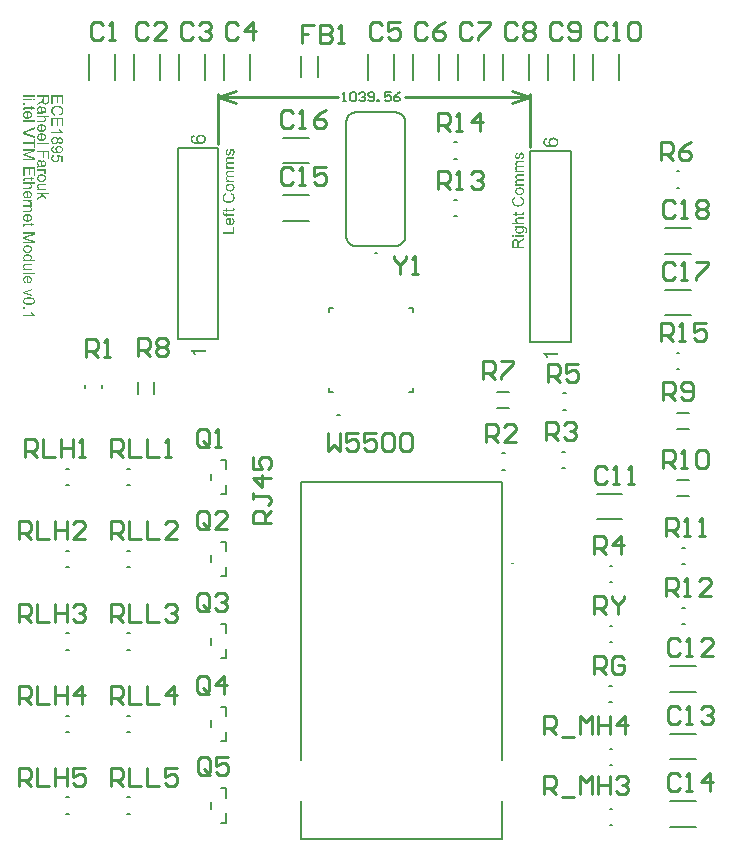
<source format=gto>
G04*
G04 #@! TF.GenerationSoftware,Altium Limited,Altium Designer,22.9.1 (49)*
G04*
G04 Layer_Color=65535*
%FSLAX25Y25*%
%MOIN*%
G70*
G04*
G04 #@! TF.SameCoordinates,2D7BEFF4-9F28-405B-851C-CABBC44A95C7*
G04*
G04*
G04 #@! TF.FilePolarity,Positive*
G04*
G01*
G75*
%ADD10C,0.00787*%
%ADD11C,0.00394*%
%ADD12C,0.00700*%
%ADD13C,0.00500*%
%ADD14C,0.00787*%
%ADD15C,0.01000*%
%ADD16C,0.00600*%
G36*
X9407Y249528D02*
X5567D01*
Y250000D01*
X9407D01*
Y249528D01*
D02*
G37*
G36*
Y248324D02*
X8869D01*
Y248796D01*
X9407D01*
Y248324D01*
D02*
G37*
G36*
X8353D02*
X5567D01*
Y248796D01*
X8353D01*
Y248324D01*
D02*
G37*
G36*
X18769Y247219D02*
X18314D01*
Y249489D01*
X17143D01*
Y247364D01*
X16688D01*
Y249489D01*
X15383D01*
Y247131D01*
X14928D01*
Y250000D01*
X18769D01*
Y247219D01*
D02*
G37*
G36*
X14094Y248218D02*
X14088Y248174D01*
Y248124D01*
X14083Y248007D01*
X14066Y247885D01*
X14049Y247752D01*
X14021Y247630D01*
X14005Y247569D01*
X13988Y247519D01*
Y247514D01*
X13983Y247508D01*
X13966Y247475D01*
X13944Y247425D01*
X13905Y247364D01*
X13855Y247297D01*
X13788Y247225D01*
X13711Y247158D01*
X13622Y247092D01*
X13616D01*
X13611Y247086D01*
X13577Y247064D01*
X13522Y247042D01*
X13450Y247008D01*
X13367Y246981D01*
X13267Y246953D01*
X13161Y246936D01*
X13045Y246931D01*
X13039D01*
X13028D01*
X13006D01*
X12978Y246936D01*
X12939D01*
X12900Y246942D01*
X12806Y246964D01*
X12695Y246997D01*
X12578Y247042D01*
X12462Y247108D01*
X12406Y247153D01*
X12351Y247197D01*
X12345Y247203D01*
X12340Y247208D01*
X12323Y247225D01*
X12307Y247247D01*
X12284Y247275D01*
X12262Y247308D01*
X12234Y247353D01*
X12201Y247397D01*
X12173Y247452D01*
X12146Y247514D01*
X12112Y247580D01*
X12085Y247652D01*
X12062Y247736D01*
X12035Y247819D01*
X12018Y247913D01*
X12001Y248013D01*
X11996Y248002D01*
X11985Y247980D01*
X11963Y247947D01*
X11940Y247902D01*
X11879Y247802D01*
X11840Y247752D01*
X11807Y247708D01*
X11796Y247697D01*
X11768Y247669D01*
X11724Y247625D01*
X11668Y247569D01*
X11591Y247508D01*
X11507Y247436D01*
X11407Y247364D01*
X11297Y247286D01*
X10253Y246626D01*
Y247258D01*
X11052Y247763D01*
X11058D01*
X11069Y247774D01*
X11086Y247785D01*
X11108Y247802D01*
X11169Y247841D01*
X11247Y247891D01*
X11330Y247952D01*
X11419Y248013D01*
X11502Y248074D01*
X11580Y248130D01*
X11585Y248135D01*
X11607Y248152D01*
X11641Y248180D01*
X11679Y248218D01*
X11763Y248302D01*
X11801Y248346D01*
X11835Y248391D01*
X11840Y248396D01*
X11846Y248407D01*
X11857Y248429D01*
X11874Y248463D01*
X11890Y248496D01*
X11907Y248535D01*
X11935Y248624D01*
Y248629D01*
X11940Y248640D01*
Y248662D01*
X11946Y248690D01*
X11951Y248729D01*
Y248773D01*
X11957Y248834D01*
Y249489D01*
X10253D01*
Y250000D01*
X14094D01*
Y248218D01*
D02*
G37*
G36*
X6105Y246931D02*
X5567D01*
Y247469D01*
X6105D01*
Y246931D01*
D02*
G37*
G36*
X8353Y246032D02*
X9041D01*
X9324Y245560D01*
X8353D01*
Y245083D01*
X7987D01*
Y245560D01*
X6349D01*
X6338D01*
X6316D01*
X6283D01*
X6244Y245554D01*
X6155Y245549D01*
X6116Y245543D01*
X6088Y245538D01*
X6077Y245532D01*
X6055Y245516D01*
X6027Y245493D01*
X6000Y245455D01*
X5994Y245443D01*
X5983Y245416D01*
X5972Y245366D01*
X5966Y245294D01*
Y245238D01*
X5972Y245210D01*
Y245171D01*
X5977Y245127D01*
X5983Y245083D01*
X5567Y245022D01*
Y245033D01*
X5561Y245055D01*
X5556Y245094D01*
X5550Y245144D01*
X5539Y245199D01*
X5533Y245260D01*
X5528Y245382D01*
Y245427D01*
X5533Y245471D01*
X5539Y245527D01*
X5545Y245593D01*
X5561Y245660D01*
X5578Y245721D01*
X5605Y245782D01*
X5611Y245788D01*
X5622Y245804D01*
X5639Y245826D01*
X5667Y245860D01*
X5694Y245887D01*
X5733Y245921D01*
X5772Y245954D01*
X5822Y245976D01*
X5827D01*
X5850Y245987D01*
X5889Y245993D01*
X5944Y246004D01*
X6016Y246015D01*
X6061Y246021D01*
X6111D01*
X6172Y246026D01*
X6233Y246032D01*
X6299D01*
X6377D01*
X7987D01*
Y246381D01*
X8353D01*
Y246032D01*
D02*
G37*
G36*
X11058Y246348D02*
X11108Y246342D01*
X11169Y246331D01*
X11230Y246315D01*
X11297Y246293D01*
X11357Y246265D01*
X11363Y246259D01*
X11385Y246248D01*
X11419Y246226D01*
X11457Y246198D01*
X11502Y246165D01*
X11546Y246121D01*
X11591Y246076D01*
X11630Y246021D01*
X11635Y246015D01*
X11646Y245993D01*
X11668Y245965D01*
X11690Y245921D01*
X11713Y245871D01*
X11740Y245810D01*
X11763Y245749D01*
X11785Y245676D01*
Y245671D01*
X11790Y245649D01*
X11801Y245616D01*
X11807Y245571D01*
X11818Y245516D01*
X11829Y245443D01*
X11846Y245360D01*
X11857Y245260D01*
Y245255D01*
X11863Y245233D01*
Y245205D01*
X11868Y245166D01*
X11874Y245122D01*
X11885Y245066D01*
X11890Y245005D01*
X11901Y244938D01*
X11929Y244805D01*
X11957Y244661D01*
X11990Y244533D01*
X12007Y244472D01*
X12024Y244417D01*
X12029D01*
X12040D01*
X12073Y244411D01*
X12112D01*
X12134D01*
X12146D01*
X12151D01*
X12157D01*
X12190D01*
X12246Y244417D01*
X12307Y244428D01*
X12373Y244444D01*
X12440Y244472D01*
X12501Y244506D01*
X12551Y244550D01*
X12556Y244555D01*
X12578Y244583D01*
X12601Y244628D01*
X12634Y244683D01*
X12662Y244761D01*
X12689Y244850D01*
X12706Y244961D01*
X12712Y245088D01*
Y245144D01*
X12706Y245199D01*
X12695Y245277D01*
X12684Y245355D01*
X12662Y245438D01*
X12634Y245516D01*
X12595Y245582D01*
X12590Y245588D01*
X12573Y245610D01*
X12545Y245638D01*
X12501Y245671D01*
X12445Y245704D01*
X12373Y245743D01*
X12284Y245776D01*
X12184Y245810D01*
X12246Y246270D01*
X12251D01*
X12257Y246265D01*
X12273D01*
X12296Y246259D01*
X12345Y246243D01*
X12418Y246220D01*
X12490Y246193D01*
X12567Y246159D01*
X12645Y246115D01*
X12717Y246065D01*
X12723Y246059D01*
X12745Y246037D01*
X12778Y246004D01*
X12823Y245960D01*
X12867Y245899D01*
X12912Y245826D01*
X12961Y245743D01*
X13000Y245649D01*
Y245643D01*
X13006Y245638D01*
X13011Y245621D01*
X13017Y245599D01*
X13034Y245543D01*
X13050Y245466D01*
X13067Y245377D01*
X13084Y245266D01*
X13095Y245149D01*
X13100Y245016D01*
Y244955D01*
X13095Y244894D01*
X13089Y244811D01*
X13078Y244716D01*
X13061Y244622D01*
X13039Y244528D01*
X13011Y244439D01*
X13006Y244428D01*
X12995Y244400D01*
X12978Y244361D01*
X12956Y244311D01*
X12923Y244256D01*
X12889Y244200D01*
X12845Y244150D01*
X12800Y244106D01*
X12795Y244100D01*
X12778Y244089D01*
X12751Y244073D01*
X12717Y244050D01*
X12667Y244023D01*
X12617Y244000D01*
X12556Y243978D01*
X12484Y243962D01*
X12479D01*
X12462Y243956D01*
X12429Y243951D01*
X12384Y243945D01*
X12323D01*
X12251Y243939D01*
X12157Y243934D01*
X12051D01*
X11419D01*
X11413D01*
X11391D01*
X11357D01*
X11313D01*
X11263D01*
X11202D01*
X11069Y243928D01*
X10930D01*
X10791Y243923D01*
X10730Y243917D01*
X10675D01*
X10625Y243912D01*
X10586Y243906D01*
X10581D01*
X10558Y243900D01*
X10525Y243895D01*
X10481Y243878D01*
X10431Y243867D01*
X10375Y243845D01*
X10314Y243817D01*
X10253Y243790D01*
Y244284D01*
X10259Y244289D01*
X10281Y244295D01*
X10309Y244306D01*
X10353Y244322D01*
X10403Y244339D01*
X10464Y244350D01*
X10531Y244361D01*
X10603Y244372D01*
Y244378D01*
X10592Y244383D01*
X10564Y244417D01*
X10525Y244467D01*
X10475Y244533D01*
X10425Y244617D01*
X10370Y244700D01*
X10320Y244789D01*
X10281Y244883D01*
X10275Y244894D01*
X10270Y244927D01*
X10253Y244977D01*
X10236Y245038D01*
X10220Y245116D01*
X10209Y245205D01*
X10198Y245305D01*
X10192Y245405D01*
Y245449D01*
X10198Y245482D01*
Y245521D01*
X10203Y245566D01*
X10220Y245665D01*
X10248Y245776D01*
X10286Y245899D01*
X10342Y246009D01*
X10414Y246109D01*
X10425Y246121D01*
X10453Y246148D01*
X10503Y246187D01*
X10569Y246232D01*
X10653Y246276D01*
X10747Y246315D01*
X10864Y246342D01*
X10919Y246348D01*
X10986Y246354D01*
X10997D01*
X11019D01*
X11058Y246348D01*
D02*
G37*
G36*
X16976Y246570D02*
X17032D01*
X17087Y246565D01*
X17160Y246559D01*
X17232Y246548D01*
X17393Y246520D01*
X17570Y246481D01*
X17748Y246426D01*
X17920Y246348D01*
X17925Y246342D01*
X17942Y246337D01*
X17964Y246326D01*
X17992Y246304D01*
X18031Y246282D01*
X18075Y246254D01*
X18175Y246182D01*
X18286Y246087D01*
X18397Y245976D01*
X18508Y245849D01*
X18602Y245699D01*
X18608Y245693D01*
X18614Y245676D01*
X18625Y245654D01*
X18641Y245627D01*
X18658Y245582D01*
X18675Y245538D01*
X18697Y245482D01*
X18719Y245421D01*
X18741Y245355D01*
X18764Y245283D01*
X18797Y245127D01*
X18824Y244950D01*
X18836Y244766D01*
Y244711D01*
X18830Y244672D01*
X18824Y244622D01*
X18819Y244561D01*
X18813Y244500D01*
X18797Y244428D01*
X18764Y244278D01*
X18713Y244111D01*
X18680Y244028D01*
X18641Y243951D01*
X18591Y243873D01*
X18541Y243795D01*
X18536Y243790D01*
X18530Y243778D01*
X18514Y243756D01*
X18486Y243728D01*
X18458Y243701D01*
X18419Y243662D01*
X18375Y243623D01*
X18330Y243579D01*
X18275Y243534D01*
X18208Y243490D01*
X18142Y243440D01*
X18070Y243395D01*
X17986Y243357D01*
X17903Y243312D01*
X17814Y243279D01*
X17715Y243246D01*
X17598Y243745D01*
X17604D01*
X17615Y243751D01*
X17637Y243762D01*
X17664Y243773D01*
X17698Y243784D01*
X17742Y243801D01*
X17831Y243845D01*
X17931Y243900D01*
X18031Y243967D01*
X18125Y244050D01*
X18208Y244139D01*
X18220Y244150D01*
X18242Y244184D01*
X18270Y244239D01*
X18308Y244311D01*
X18342Y244406D01*
X18375Y244511D01*
X18397Y244639D01*
X18403Y244777D01*
Y244822D01*
X18397Y244850D01*
Y244888D01*
X18392Y244933D01*
X18375Y245038D01*
X18353Y245155D01*
X18314Y245277D01*
X18258Y245405D01*
X18186Y245521D01*
Y245527D01*
X18175Y245532D01*
X18147Y245571D01*
X18103Y245621D01*
X18036Y245682D01*
X17953Y245754D01*
X17859Y245821D01*
X17742Y245882D01*
X17615Y245937D01*
X17609D01*
X17598Y245943D01*
X17581Y245949D01*
X17554Y245954D01*
X17520Y245965D01*
X17481Y245976D01*
X17387Y245993D01*
X17276Y246015D01*
X17154Y246037D01*
X17021Y246048D01*
X16876Y246054D01*
X16871D01*
X16854D01*
X16826D01*
X16793D01*
X16754Y246048D01*
X16704D01*
X16649Y246043D01*
X16588Y246037D01*
X16455Y246021D01*
X16310Y245993D01*
X16166Y245960D01*
X16022Y245915D01*
X16016D01*
X16005Y245910D01*
X15989Y245899D01*
X15961Y245887D01*
X15894Y245854D01*
X15816Y245804D01*
X15728Y245743D01*
X15633Y245665D01*
X15550Y245577D01*
X15472Y245471D01*
Y245466D01*
X15467Y245455D01*
X15456Y245438D01*
X15445Y245416D01*
X15433Y245388D01*
X15417Y245355D01*
X15383Y245277D01*
X15350Y245177D01*
X15323Y245066D01*
X15300Y244944D01*
X15295Y244816D01*
Y244777D01*
X15300Y244744D01*
Y244705D01*
X15306Y244666D01*
X15328Y244566D01*
X15356Y244450D01*
X15400Y244333D01*
X15461Y244211D01*
X15495Y244150D01*
X15539Y244095D01*
X15544Y244089D01*
X15550Y244084D01*
X15567Y244067D01*
X15583Y244045D01*
X15611Y244023D01*
X15644Y243995D01*
X15678Y243962D01*
X15722Y243934D01*
X15772Y243900D01*
X15827Y243862D01*
X15883Y243828D01*
X15950Y243795D01*
X16022Y243767D01*
X16099Y243740D01*
X16183Y243712D01*
X16272Y243690D01*
X16144Y243179D01*
X16138D01*
X16116Y243185D01*
X16083Y243196D01*
X16038Y243212D01*
X15989Y243229D01*
X15927Y243251D01*
X15861Y243279D01*
X15789Y243312D01*
X15633Y243390D01*
X15478Y243490D01*
X15400Y243551D01*
X15323Y243612D01*
X15256Y243678D01*
X15189Y243756D01*
X15184Y243762D01*
X15173Y243773D01*
X15161Y243801D01*
X15139Y243828D01*
X15112Y243873D01*
X15084Y243917D01*
X15056Y243978D01*
X15028Y244039D01*
X14995Y244111D01*
X14967Y244189D01*
X14940Y244272D01*
X14912Y244361D01*
X14889Y244456D01*
X14878Y244555D01*
X14867Y244661D01*
X14862Y244772D01*
Y244833D01*
X14867Y244877D01*
Y244927D01*
X14873Y244988D01*
X14884Y245055D01*
X14895Y245133D01*
X14923Y245294D01*
X14967Y245460D01*
X15028Y245627D01*
X15067Y245704D01*
X15112Y245782D01*
X15117Y245788D01*
X15123Y245799D01*
X15139Y245821D01*
X15161Y245843D01*
X15184Y245876D01*
X15217Y245915D01*
X15256Y245960D01*
X15300Y246004D01*
X15350Y246048D01*
X15400Y246098D01*
X15528Y246198D01*
X15678Y246293D01*
X15844Y246376D01*
X15850D01*
X15866Y246387D01*
X15894Y246392D01*
X15927Y246409D01*
X15972Y246420D01*
X16027Y246437D01*
X16088Y246459D01*
X16155Y246476D01*
X16227Y246492D01*
X16310Y246515D01*
X16482Y246542D01*
X16677Y246565D01*
X16876Y246576D01*
X16882D01*
X16904D01*
X16938D01*
X16976Y246570D01*
D02*
G37*
G36*
X7049Y244772D02*
X7110Y244766D01*
X7176Y244761D01*
X7254Y244750D01*
X7332Y244733D01*
X7509Y244689D01*
X7598Y244661D01*
X7692Y244628D01*
X7781Y244583D01*
X7864Y244533D01*
X7948Y244478D01*
X8025Y244417D01*
X8031Y244411D01*
X8042Y244400D01*
X8059Y244378D01*
X8086Y244350D01*
X8114Y244317D01*
X8147Y244272D01*
X8186Y244222D01*
X8220Y244161D01*
X8258Y244100D01*
X8292Y244028D01*
X8325Y243951D01*
X8353Y243867D01*
X8381Y243778D01*
X8397Y243684D01*
X8408Y243584D01*
X8414Y243479D01*
Y243423D01*
X8408Y243384D01*
X8403Y243340D01*
X8392Y243285D01*
X8381Y243223D01*
X8364Y243151D01*
X8347Y243085D01*
X8320Y243007D01*
X8292Y242935D01*
X8253Y242857D01*
X8208Y242779D01*
X8158Y242702D01*
X8098Y242630D01*
X8031Y242563D01*
X8025Y242557D01*
X8014Y242546D01*
X7992Y242530D01*
X7959Y242508D01*
X7920Y242480D01*
X7875Y242452D01*
X7820Y242419D01*
X7753Y242385D01*
X7681Y242352D01*
X7604Y242319D01*
X7515Y242291D01*
X7420Y242263D01*
X7315Y242241D01*
X7204Y242224D01*
X7087Y242213D01*
X6960Y242208D01*
X6954D01*
X6932D01*
X6893D01*
X6838Y242213D01*
Y244295D01*
X6832D01*
X6815D01*
X6793Y244289D01*
X6760D01*
X6721Y244284D01*
X6677Y244272D01*
X6577Y244256D01*
X6466Y244222D01*
X6344Y244178D01*
X6233Y244117D01*
X6133Y244039D01*
Y244034D01*
X6122Y244028D01*
X6094Y243995D01*
X6055Y243945D01*
X6016Y243878D01*
X5972Y243790D01*
X5933Y243690D01*
X5905Y243579D01*
X5900Y243518D01*
X5894Y243451D01*
Y243407D01*
X5900Y243357D01*
X5911Y243296D01*
X5927Y243229D01*
X5950Y243151D01*
X5983Y243079D01*
X6027Y243007D01*
X6033Y243001D01*
X6055Y242974D01*
X6088Y242940D01*
X6133Y242901D01*
X6194Y242857D01*
X6272Y242807D01*
X6360Y242757D01*
X6466Y242713D01*
X6405Y242224D01*
X6399D01*
X6388Y242230D01*
X6366Y242235D01*
X6333Y242247D01*
X6299Y242263D01*
X6255Y242280D01*
X6160Y242324D01*
X6055Y242380D01*
X5944Y242458D01*
X5839Y242546D01*
X5739Y242657D01*
Y242663D01*
X5728Y242674D01*
X5717Y242691D01*
X5700Y242713D01*
X5683Y242746D01*
X5667Y242779D01*
X5644Y242824D01*
X5622Y242874D01*
X5600Y242929D01*
X5578Y242985D01*
X5545Y243124D01*
X5517Y243279D01*
X5506Y243451D01*
Y243512D01*
X5511Y243551D01*
X5517Y243601D01*
X5528Y243662D01*
X5539Y243728D01*
X5550Y243801D01*
X5594Y243956D01*
X5628Y244039D01*
X5661Y244117D01*
X5705Y244200D01*
X5755Y244278D01*
X5811Y244350D01*
X5878Y244422D01*
X5883Y244428D01*
X5894Y244439D01*
X5916Y244456D01*
X5950Y244478D01*
X5988Y244506D01*
X6033Y244533D01*
X6088Y244566D01*
X6149Y244600D01*
X6222Y244633D01*
X6299Y244666D01*
X6388Y244694D01*
X6482Y244722D01*
X6582Y244744D01*
X6693Y244761D01*
X6810Y244772D01*
X6932Y244777D01*
X6938D01*
X6965D01*
X6999D01*
X7049Y244772D01*
D02*
G37*
G36*
X9407Y241170D02*
X5567D01*
Y241642D01*
X9407D01*
Y241170D01*
D02*
G37*
G36*
X14094Y242735D02*
X12717D01*
X12723Y242729D01*
X12734Y242718D01*
X12751Y242702D01*
X12778Y242674D01*
X12806Y242646D01*
X12839Y242607D01*
X12873Y242557D01*
X12912Y242508D01*
X12945Y242452D01*
X12978Y242391D01*
X13039Y242247D01*
X13067Y242169D01*
X13084Y242086D01*
X13095Y241997D01*
X13100Y241908D01*
Y241858D01*
X13095Y241797D01*
X13084Y241725D01*
X13072Y241642D01*
X13050Y241553D01*
X13017Y241464D01*
X12978Y241375D01*
X12973Y241364D01*
X12956Y241336D01*
X12928Y241298D01*
X12889Y241248D01*
X12839Y241198D01*
X12784Y241142D01*
X12717Y241092D01*
X12640Y241048D01*
X12629Y241042D01*
X12601Y241031D01*
X12551Y241015D01*
X12479Y240998D01*
X12390Y240981D01*
X12284Y240965D01*
X12157Y240953D01*
X12012Y240948D01*
X10253D01*
Y241420D01*
X12018D01*
X12024D01*
X12035D01*
X12051D01*
X12073D01*
X12134Y241425D01*
X12212Y241436D01*
X12296Y241459D01*
X12379Y241486D01*
X12462Y241525D01*
X12529Y241575D01*
X12534Y241581D01*
X12556Y241603D01*
X12584Y241636D01*
X12612Y241686D01*
X12645Y241747D01*
X12667Y241819D01*
X12689Y241908D01*
X12695Y242008D01*
Y242041D01*
X12689Y242080D01*
X12684Y242136D01*
X12667Y242191D01*
X12651Y242258D01*
X12623Y242324D01*
X12584Y242396D01*
X12578Y242402D01*
X12562Y242424D01*
X12540Y242458D01*
X12506Y242496D01*
X12462Y242541D01*
X12412Y242585D01*
X12351Y242624D01*
X12284Y242657D01*
X12273Y242663D01*
X12251Y242668D01*
X12207Y242680D01*
X12151Y242696D01*
X12079Y242713D01*
X11990Y242724D01*
X11890Y242729D01*
X11774Y242735D01*
X10253D01*
Y243207D01*
X14094D01*
Y242735D01*
D02*
G37*
G36*
X18769Y239766D02*
X18314D01*
Y242036D01*
X17143D01*
Y239910D01*
X16688D01*
Y242036D01*
X15383D01*
Y239677D01*
X14928D01*
Y242546D01*
X18769D01*
Y239766D01*
D02*
G37*
G36*
X11735Y240376D02*
X11796Y240371D01*
X11863Y240365D01*
X11940Y240354D01*
X12018Y240337D01*
X12196Y240293D01*
X12284Y240265D01*
X12379Y240232D01*
X12467Y240188D01*
X12551Y240138D01*
X12634Y240082D01*
X12712Y240021D01*
X12717Y240016D01*
X12728Y240004D01*
X12745Y239982D01*
X12773Y239954D01*
X12800Y239921D01*
X12834Y239877D01*
X12873Y239827D01*
X12906Y239766D01*
X12945Y239705D01*
X12978Y239633D01*
X13011Y239555D01*
X13039Y239472D01*
X13067Y239383D01*
X13084Y239288D01*
X13095Y239189D01*
X13100Y239083D01*
Y239028D01*
X13095Y238989D01*
X13089Y238944D01*
X13078Y238889D01*
X13067Y238828D01*
X13050Y238756D01*
X13034Y238689D01*
X13006Y238611D01*
X12978Y238539D01*
X12939Y238461D01*
X12895Y238384D01*
X12845Y238306D01*
X12784Y238234D01*
X12717Y238167D01*
X12712Y238162D01*
X12701Y238151D01*
X12678Y238134D01*
X12645Y238112D01*
X12606Y238084D01*
X12562Y238056D01*
X12506Y238023D01*
X12440Y237990D01*
X12368Y237957D01*
X12290Y237923D01*
X12201Y237895D01*
X12107Y237868D01*
X12001Y237845D01*
X11890Y237829D01*
X11774Y237818D01*
X11646Y237812D01*
X11641D01*
X11618D01*
X11580D01*
X11524Y237818D01*
Y239899D01*
X11519D01*
X11502D01*
X11480Y239893D01*
X11446D01*
X11407Y239888D01*
X11363Y239877D01*
X11263Y239860D01*
X11152Y239827D01*
X11030Y239782D01*
X10919Y239721D01*
X10819Y239644D01*
Y239638D01*
X10808Y239633D01*
X10780Y239599D01*
X10741Y239549D01*
X10703Y239483D01*
X10658Y239394D01*
X10619Y239294D01*
X10592Y239183D01*
X10586Y239122D01*
X10581Y239055D01*
Y239011D01*
X10586Y238961D01*
X10597Y238900D01*
X10614Y238833D01*
X10636Y238756D01*
X10669Y238684D01*
X10714Y238611D01*
X10719Y238606D01*
X10741Y238578D01*
X10775Y238545D01*
X10819Y238506D01*
X10880Y238461D01*
X10958Y238412D01*
X11047Y238362D01*
X11152Y238317D01*
X11091Y237829D01*
X11086D01*
X11074Y237834D01*
X11052Y237840D01*
X11019Y237851D01*
X10986Y237868D01*
X10941Y237884D01*
X10847Y237929D01*
X10741Y237984D01*
X10631Y238062D01*
X10525Y238151D01*
X10425Y238262D01*
Y238267D01*
X10414Y238278D01*
X10403Y238295D01*
X10386Y238317D01*
X10370Y238351D01*
X10353Y238384D01*
X10331Y238428D01*
X10309Y238478D01*
X10286Y238534D01*
X10264Y238589D01*
X10231Y238728D01*
X10203Y238883D01*
X10192Y239055D01*
Y239116D01*
X10198Y239155D01*
X10203Y239205D01*
X10214Y239266D01*
X10225Y239333D01*
X10236Y239405D01*
X10281Y239560D01*
X10314Y239644D01*
X10347Y239721D01*
X10392Y239805D01*
X10442Y239882D01*
X10497Y239954D01*
X10564Y240027D01*
X10569Y240032D01*
X10581Y240043D01*
X10603Y240060D01*
X10636Y240082D01*
X10675Y240110D01*
X10719Y240138D01*
X10775Y240171D01*
X10836Y240204D01*
X10908Y240237D01*
X10986Y240271D01*
X11074Y240299D01*
X11169Y240326D01*
X11269Y240349D01*
X11380Y240365D01*
X11496Y240376D01*
X11618Y240382D01*
X11624D01*
X11652D01*
X11685D01*
X11735Y240376D01*
D02*
G37*
G36*
X17820Y238800D02*
X17831Y238789D01*
X17837Y238767D01*
X17853Y238739D01*
X17870Y238706D01*
X17892Y238667D01*
X17948Y238573D01*
X18009Y238461D01*
X18086Y238351D01*
X18175Y238234D01*
X18270Y238117D01*
X18275Y238112D01*
X18281Y238106D01*
X18297Y238090D01*
X18314Y238068D01*
X18369Y238018D01*
X18436Y237951D01*
X18514Y237884D01*
X18602Y237812D01*
X18691Y237751D01*
X18786Y237696D01*
Y237390D01*
X14928D01*
Y237862D01*
X17931D01*
X17925Y237868D01*
X17903Y237895D01*
X17870Y237929D01*
X17831Y237984D01*
X17781Y238045D01*
X17726Y238123D01*
X17664Y238212D01*
X17604Y238312D01*
Y238317D01*
X17598Y238323D01*
X17576Y238356D01*
X17548Y238412D01*
X17515Y238478D01*
X17476Y238556D01*
X17437Y238639D01*
X17398Y238722D01*
X17365Y238806D01*
X17820D01*
Y238800D01*
D02*
G37*
G36*
X9407Y238728D02*
X6616Y237729D01*
X6610D01*
X6599Y237723D01*
X6582Y237718D01*
X6560Y237707D01*
X6527Y237701D01*
X6493Y237690D01*
X6410Y237662D01*
X6316Y237629D01*
X6211Y237596D01*
X5988Y237529D01*
X5994D01*
X6005Y237524D01*
X6022Y237518D01*
X6044Y237512D01*
X6105Y237496D01*
X6188Y237468D01*
X6283Y237440D01*
X6388Y237407D01*
X6499Y237368D01*
X6616Y237324D01*
X9407Y236280D01*
Y235764D01*
X5567Y237263D01*
Y237795D01*
X9407Y239283D01*
Y238728D01*
D02*
G37*
G36*
X11735Y237390D02*
X11796Y237385D01*
X11863Y237379D01*
X11940Y237368D01*
X12018Y237351D01*
X12196Y237307D01*
X12284Y237279D01*
X12379Y237246D01*
X12467Y237202D01*
X12551Y237152D01*
X12634Y237096D01*
X12712Y237035D01*
X12717Y237030D01*
X12728Y237018D01*
X12745Y236996D01*
X12773Y236969D01*
X12800Y236935D01*
X12834Y236891D01*
X12873Y236841D01*
X12906Y236780D01*
X12945Y236719D01*
X12978Y236647D01*
X13011Y236569D01*
X13039Y236486D01*
X13067Y236397D01*
X13084Y236303D01*
X13095Y236203D01*
X13100Y236097D01*
Y236042D01*
X13095Y236003D01*
X13089Y235959D01*
X13078Y235903D01*
X13067Y235842D01*
X13050Y235770D01*
X13034Y235703D01*
X13006Y235626D01*
X12978Y235553D01*
X12939Y235476D01*
X12895Y235398D01*
X12845Y235320D01*
X12784Y235248D01*
X12717Y235181D01*
X12712Y235176D01*
X12701Y235165D01*
X12678Y235148D01*
X12645Y235126D01*
X12606Y235098D01*
X12562Y235070D01*
X12506Y235037D01*
X12440Y235004D01*
X12368Y234971D01*
X12290Y234937D01*
X12201Y234910D01*
X12107Y234882D01*
X12001Y234860D01*
X11890Y234843D01*
X11774Y234832D01*
X11646Y234826D01*
X11641D01*
X11618D01*
X11580D01*
X11524Y234832D01*
Y236913D01*
X11519D01*
X11502D01*
X11480Y236908D01*
X11446D01*
X11407Y236902D01*
X11363Y236891D01*
X11263Y236874D01*
X11152Y236841D01*
X11030Y236796D01*
X10919Y236736D01*
X10819Y236658D01*
Y236652D01*
X10808Y236647D01*
X10780Y236613D01*
X10741Y236563D01*
X10703Y236497D01*
X10658Y236408D01*
X10619Y236308D01*
X10592Y236197D01*
X10586Y236136D01*
X10581Y236069D01*
Y236025D01*
X10586Y235975D01*
X10597Y235914D01*
X10614Y235847D01*
X10636Y235770D01*
X10669Y235698D01*
X10714Y235626D01*
X10719Y235620D01*
X10741Y235592D01*
X10775Y235559D01*
X10819Y235520D01*
X10880Y235476D01*
X10958Y235426D01*
X11047Y235376D01*
X11152Y235331D01*
X11091Y234843D01*
X11086D01*
X11074Y234848D01*
X11052Y234854D01*
X11019Y234865D01*
X10986Y234882D01*
X10941Y234898D01*
X10847Y234943D01*
X10741Y234998D01*
X10631Y235076D01*
X10525Y235165D01*
X10425Y235276D01*
Y235281D01*
X10414Y235293D01*
X10403Y235309D01*
X10386Y235331D01*
X10370Y235365D01*
X10353Y235398D01*
X10331Y235442D01*
X10309Y235492D01*
X10286Y235548D01*
X10264Y235603D01*
X10231Y235742D01*
X10203Y235897D01*
X10192Y236069D01*
Y236130D01*
X10198Y236169D01*
X10203Y236219D01*
X10214Y236280D01*
X10225Y236347D01*
X10236Y236419D01*
X10281Y236575D01*
X10314Y236658D01*
X10347Y236736D01*
X10392Y236819D01*
X10442Y236896D01*
X10497Y236969D01*
X10564Y237041D01*
X10569Y237046D01*
X10581Y237057D01*
X10603Y237074D01*
X10636Y237096D01*
X10675Y237124D01*
X10719Y237152D01*
X10775Y237185D01*
X10836Y237218D01*
X10908Y237252D01*
X10986Y237285D01*
X11074Y237313D01*
X11169Y237340D01*
X11269Y237363D01*
X11380Y237379D01*
X11496Y237390D01*
X11618Y237396D01*
X11624D01*
X11652D01*
X11685D01*
X11735Y237390D01*
D02*
G37*
G36*
X16094Y236180D02*
X16127D01*
X16166Y236175D01*
X16255Y236164D01*
X16355Y236142D01*
X16455Y236108D01*
X16560Y236058D01*
X16660Y235997D01*
X16666D01*
X16671Y235986D01*
X16699Y235964D01*
X16743Y235920D01*
X16799Y235859D01*
X16854Y235781D01*
X16915Y235686D01*
X16965Y235581D01*
X17004Y235453D01*
Y235459D01*
X17010Y235465D01*
X17015Y235481D01*
X17026Y235503D01*
X17049Y235553D01*
X17082Y235620D01*
X17126Y235692D01*
X17182Y235764D01*
X17243Y235831D01*
X17309Y235892D01*
X17320Y235897D01*
X17343Y235914D01*
X17387Y235936D01*
X17443Y235959D01*
X17515Y235986D01*
X17598Y236008D01*
X17692Y236025D01*
X17792Y236031D01*
X17798D01*
X17809D01*
X17831D01*
X17864Y236025D01*
X17898Y236019D01*
X17942Y236014D01*
X18036Y235992D01*
X18147Y235959D01*
X18264Y235903D01*
X18325Y235870D01*
X18386Y235831D01*
X18442Y235781D01*
X18497Y235731D01*
X18503Y235725D01*
X18508Y235714D01*
X18525Y235698D01*
X18541Y235675D01*
X18564Y235648D01*
X18586Y235609D01*
X18614Y235564D01*
X18641Y235520D01*
X18669Y235465D01*
X18697Y235403D01*
X18719Y235337D01*
X18741Y235265D01*
X18775Y235109D01*
X18780Y235020D01*
X18786Y234932D01*
Y234882D01*
X18780Y234848D01*
X18775Y234804D01*
X18769Y234754D01*
X18764Y234699D01*
X18747Y234643D01*
X18713Y234510D01*
X18664Y234377D01*
X18630Y234310D01*
X18591Y234243D01*
X18541Y234183D01*
X18492Y234121D01*
X18486Y234116D01*
X18480Y234110D01*
X18464Y234094D01*
X18442Y234071D01*
X18408Y234049D01*
X18375Y234021D01*
X18292Y233966D01*
X18186Y233910D01*
X18064Y233861D01*
X17925Y233822D01*
X17853Y233816D01*
X17776Y233811D01*
X17770D01*
X17764D01*
X17731D01*
X17681Y233816D01*
X17620Y233827D01*
X17542Y233844D01*
X17465Y233872D01*
X17387Y233905D01*
X17309Y233955D01*
X17298Y233961D01*
X17276Y233983D01*
X17243Y234016D01*
X17198Y234060D01*
X17148Y234121D01*
X17098Y234194D01*
X17049Y234277D01*
X17004Y234377D01*
Y234371D01*
X16999Y234360D01*
X16993Y234343D01*
X16982Y234321D01*
X16954Y234255D01*
X16915Y234177D01*
X16860Y234094D01*
X16799Y234005D01*
X16721Y233922D01*
X16632Y233844D01*
X16627D01*
X16621Y233838D01*
X16588Y233816D01*
X16532Y233783D01*
X16460Y233750D01*
X16371Y233716D01*
X16266Y233683D01*
X16149Y233661D01*
X16022Y233655D01*
X16016D01*
X16000D01*
X15972D01*
X15938Y233661D01*
X15900Y233666D01*
X15850Y233672D01*
X15794Y233683D01*
X15733Y233700D01*
X15606Y233738D01*
X15533Y233766D01*
X15467Y233805D01*
X15395Y233844D01*
X15328Y233888D01*
X15261Y233944D01*
X15195Y234005D01*
X15189Y234010D01*
X15178Y234021D01*
X15161Y234038D01*
X15145Y234066D01*
X15117Y234105D01*
X15089Y234144D01*
X15062Y234194D01*
X15028Y234249D01*
X14995Y234310D01*
X14967Y234382D01*
X14940Y234460D01*
X14912Y234538D01*
X14895Y234627D01*
X14878Y234721D01*
X14867Y234815D01*
X14862Y234921D01*
Y234976D01*
X14867Y235015D01*
X14873Y235065D01*
X14878Y235120D01*
X14889Y235181D01*
X14906Y235248D01*
X14945Y235398D01*
X14973Y235476D01*
X15001Y235548D01*
X15039Y235626D01*
X15084Y235703D01*
X15134Y235775D01*
X15195Y235842D01*
X15200Y235847D01*
X15211Y235859D01*
X15228Y235875D01*
X15256Y235897D01*
X15289Y235920D01*
X15328Y235953D01*
X15372Y235981D01*
X15428Y236014D01*
X15483Y236047D01*
X15550Y236075D01*
X15689Y236130D01*
X15772Y236153D01*
X15855Y236169D01*
X15944Y236180D01*
X16033Y236186D01*
X16038D01*
X16049D01*
X16072D01*
X16094Y236180D01*
D02*
G37*
G36*
X14094Y233788D02*
X10253D01*
Y234260D01*
X14094D01*
Y233788D01*
D02*
G37*
G36*
X9407Y232551D02*
X8952D01*
Y233816D01*
X5567D01*
Y234327D01*
X8952D01*
Y235592D01*
X9407D01*
Y232551D01*
D02*
G37*
G36*
X17581Y233189D02*
X17631Y233184D01*
X17692Y233178D01*
X17753Y233167D01*
X17826Y233150D01*
X17970Y233111D01*
X18047Y233084D01*
X18131Y233050D01*
X18208Y233011D01*
X18281Y232962D01*
X18358Y232911D01*
X18425Y232851D01*
X18430Y232845D01*
X18442Y232834D01*
X18458Y232817D01*
X18480Y232789D01*
X18508Y232756D01*
X18541Y232712D01*
X18569Y232667D01*
X18608Y232612D01*
X18641Y232556D01*
X18669Y232490D01*
X18730Y232340D01*
X18752Y232262D01*
X18769Y232173D01*
X18780Y232085D01*
X18786Y231990D01*
Y231951D01*
X18780Y231924D01*
Y231896D01*
X18775Y231857D01*
X18758Y231763D01*
X18736Y231657D01*
X18697Y231541D01*
X18647Y231424D01*
X18580Y231308D01*
Y231302D01*
X18569Y231296D01*
X18558Y231280D01*
X18541Y231258D01*
X18497Y231202D01*
X18436Y231130D01*
X18353Y231058D01*
X18253Y230975D01*
X18136Y230902D01*
X18003Y230836D01*
X17998D01*
X17986Y230830D01*
X17964Y230819D01*
X17936Y230808D01*
X17898Y230797D01*
X17848Y230780D01*
X17792Y230769D01*
X17731Y230753D01*
X17659Y230736D01*
X17576Y230719D01*
X17487Y230708D01*
X17393Y230697D01*
X17287Y230686D01*
X17176Y230675D01*
X17054Y230669D01*
X16926D01*
X16921D01*
X16893D01*
X16854D01*
X16804D01*
X16743Y230675D01*
X16671D01*
X16588Y230680D01*
X16505Y230692D01*
X16316Y230708D01*
X16116Y230736D01*
X15927Y230775D01*
X15833Y230802D01*
X15750Y230830D01*
X15744D01*
X15733Y230836D01*
X15711Y230847D01*
X15678Y230858D01*
X15644Y230875D01*
X15600Y230897D01*
X15506Y230952D01*
X15400Y231019D01*
X15289Y231097D01*
X15184Y231197D01*
X15089Y231308D01*
Y231313D01*
X15078Y231324D01*
X15067Y231341D01*
X15056Y231363D01*
X15039Y231396D01*
X15017Y231430D01*
X14995Y231474D01*
X14978Y231519D01*
X14934Y231624D01*
X14895Y231752D01*
X14873Y231890D01*
X14862Y232046D01*
Y232090D01*
X14867Y232118D01*
Y232157D01*
X14873Y232201D01*
X14895Y232307D01*
X14923Y232423D01*
X14967Y232545D01*
X15028Y232667D01*
X15067Y232728D01*
X15112Y232784D01*
X15117Y232789D01*
X15123Y232795D01*
X15139Y232812D01*
X15156Y232828D01*
X15184Y232851D01*
X15217Y232878D01*
X15295Y232934D01*
X15395Y232989D01*
X15517Y233045D01*
X15655Y233089D01*
X15816Y233122D01*
X15855Y232667D01*
X15850D01*
X15839Y232662D01*
X15827D01*
X15805Y232656D01*
X15744Y232640D01*
X15678Y232617D01*
X15600Y232590D01*
X15522Y232551D01*
X15450Y232506D01*
X15389Y232451D01*
X15383Y232445D01*
X15367Y232423D01*
X15345Y232384D01*
X15323Y232340D01*
X15295Y232279D01*
X15272Y232207D01*
X15256Y232123D01*
X15250Y232035D01*
Y231996D01*
X15256Y231957D01*
X15261Y231907D01*
X15272Y231846D01*
X15289Y231785D01*
X15311Y231718D01*
X15345Y231657D01*
X15350Y231652D01*
X15361Y231629D01*
X15383Y231596D01*
X15417Y231563D01*
X15456Y231519D01*
X15500Y231474D01*
X15550Y231430D01*
X15611Y231385D01*
X15617Y231380D01*
X15644Y231369D01*
X15683Y231346D01*
X15733Y231324D01*
X15800Y231296D01*
X15877Y231269D01*
X15966Y231241D01*
X16066Y231213D01*
X16072D01*
X16077Y231208D01*
X16094D01*
X16116Y231202D01*
X16172Y231191D01*
X16244Y231174D01*
X16333Y231163D01*
X16427Y231152D01*
X16532Y231147D01*
X16643Y231141D01*
X16649D01*
X16666D01*
X16693D01*
X16738D01*
X16727Y231147D01*
X16699Y231169D01*
X16660Y231202D01*
X16604Y231241D01*
X16549Y231296D01*
X16488Y231363D01*
X16427Y231441D01*
X16371Y231530D01*
X16366Y231541D01*
X16349Y231574D01*
X16327Y231624D01*
X16305Y231685D01*
X16277Y231768D01*
X16255Y231857D01*
X16238Y231957D01*
X16233Y232062D01*
Y232107D01*
X16238Y232140D01*
X16244Y232185D01*
X16249Y232229D01*
X16260Y232284D01*
X16277Y232340D01*
X16316Y232468D01*
X16344Y232534D01*
X16377Y232601D01*
X16416Y232673D01*
X16466Y232739D01*
X16516Y232806D01*
X16577Y232867D01*
X16582Y232873D01*
X16593Y232884D01*
X16610Y232895D01*
X16638Y232917D01*
X16677Y232945D01*
X16715Y232973D01*
X16766Y233000D01*
X16821Y233028D01*
X16882Y233061D01*
X16949Y233089D01*
X17026Y233117D01*
X17104Y233145D01*
X17193Y233167D01*
X17287Y233178D01*
X17381Y233189D01*
X17487Y233195D01*
X17492D01*
X17515D01*
X17542D01*
X17581Y233189D01*
D02*
G37*
G36*
X14094Y228882D02*
X13639D01*
Y230969D01*
X12451D01*
Y229165D01*
X11996D01*
Y230969D01*
X10253D01*
Y231480D01*
X14094D01*
Y228882D01*
D02*
G37*
G36*
X9407Y231280D02*
X6682Y230370D01*
X6677D01*
X6666Y230364D01*
X6649Y230359D01*
X6621Y230347D01*
X6555Y230325D01*
X6471Y230297D01*
X6377Y230270D01*
X6283Y230236D01*
X6194Y230209D01*
X6116Y230187D01*
X6127Y230181D01*
X6155Y230175D01*
X6205Y230159D01*
X6272Y230136D01*
X6360Y230109D01*
X6466Y230070D01*
X6588Y230031D01*
X6732Y229981D01*
X9407Y229060D01*
Y228377D01*
X5567D01*
Y228866D01*
X8780D01*
X5567Y229987D01*
Y230442D01*
X8836Y231552D01*
X5567D01*
Y232040D01*
X9407D01*
Y231280D01*
D02*
G37*
G36*
X15972Y229715D02*
X15966D01*
X15955D01*
X15938Y229709D01*
X15911Y229704D01*
X15850Y229687D01*
X15766Y229665D01*
X15683Y229631D01*
X15589Y229587D01*
X15506Y229532D01*
X15428Y229465D01*
X15422Y229454D01*
X15400Y229432D01*
X15372Y229387D01*
X15339Y229326D01*
X15306Y229260D01*
X15278Y229176D01*
X15256Y229082D01*
X15250Y228977D01*
Y228943D01*
X15256Y228921D01*
X15261Y228854D01*
X15284Y228777D01*
X15311Y228682D01*
X15356Y228588D01*
X15422Y228488D01*
X15461Y228444D01*
X15506Y228399D01*
X15511Y228394D01*
X15517Y228388D01*
X15533Y228377D01*
X15550Y228361D01*
X15611Y228322D01*
X15689Y228277D01*
X15783Y228238D01*
X15900Y228200D01*
X16038Y228172D01*
X16111Y228161D01*
X16188D01*
X16194D01*
X16205D01*
X16227D01*
X16255Y228166D01*
X16288D01*
X16327Y228172D01*
X16416Y228188D01*
X16521Y228216D01*
X16627Y228255D01*
X16727Y228311D01*
X16821Y228388D01*
X16826D01*
X16832Y228399D01*
X16860Y228427D01*
X16899Y228477D01*
X16943Y228544D01*
X16982Y228632D01*
X17021Y228732D01*
X17049Y228849D01*
X17060Y228916D01*
Y229021D01*
X17054Y229065D01*
X17049Y229121D01*
X17032Y229187D01*
X17015Y229254D01*
X16987Y229326D01*
X16954Y229398D01*
X16949Y229404D01*
X16938Y229426D01*
X16910Y229459D01*
X16882Y229504D01*
X16843Y229548D01*
X16793Y229593D01*
X16743Y229643D01*
X16682Y229681D01*
X16743Y230125D01*
X18719Y229754D01*
Y227844D01*
X18270D01*
Y229382D01*
X17232Y229587D01*
X17237Y229581D01*
X17243Y229570D01*
X17254Y229554D01*
X17270Y229526D01*
X17287Y229493D01*
X17309Y229454D01*
X17354Y229365D01*
X17398Y229254D01*
X17437Y229132D01*
X17465Y228999D01*
X17476Y228932D01*
Y228810D01*
X17470Y228777D01*
X17465Y228732D01*
X17459Y228682D01*
X17448Y228627D01*
X17432Y228566D01*
X17393Y228433D01*
X17365Y228361D01*
X17326Y228288D01*
X17287Y228216D01*
X17243Y228144D01*
X17187Y228078D01*
X17126Y228011D01*
X17121Y228005D01*
X17109Y227994D01*
X17093Y227978D01*
X17065Y227955D01*
X17026Y227928D01*
X16987Y227900D01*
X16938Y227867D01*
X16882Y227833D01*
X16821Y227805D01*
X16754Y227772D01*
X16677Y227745D01*
X16599Y227717D01*
X16516Y227695D01*
X16421Y227678D01*
X16327Y227667D01*
X16227Y227661D01*
X16221D01*
X16205D01*
X16177D01*
X16138Y227667D01*
X16094Y227672D01*
X16044Y227678D01*
X15983Y227689D01*
X15922Y227700D01*
X15777Y227733D01*
X15628Y227789D01*
X15550Y227822D01*
X15478Y227867D01*
X15400Y227911D01*
X15328Y227966D01*
X15323Y227972D01*
X15306Y227983D01*
X15284Y228005D01*
X15256Y228033D01*
X15223Y228072D01*
X15178Y228116D01*
X15139Y228172D01*
X15095Y228233D01*
X15051Y228299D01*
X15012Y228377D01*
X14973Y228460D01*
X14934Y228549D01*
X14906Y228644D01*
X14884Y228749D01*
X14867Y228860D01*
X14862Y228977D01*
Y229027D01*
X14867Y229065D01*
X14873Y229110D01*
X14878Y229160D01*
X14884Y229221D01*
X14901Y229282D01*
X14934Y229421D01*
X14984Y229559D01*
X15017Y229631D01*
X15056Y229704D01*
X15100Y229770D01*
X15150Y229837D01*
X15156Y229842D01*
X15161Y229854D01*
X15184Y229865D01*
X15206Y229887D01*
X15234Y229914D01*
X15267Y229942D01*
X15311Y229976D01*
X15361Y230003D01*
X15411Y230037D01*
X15472Y230070D01*
X15606Y230131D01*
X15761Y230181D01*
X15844Y230198D01*
X15933Y230209D01*
X15972Y229715D01*
D02*
G37*
G36*
X11058Y228438D02*
X11108Y228433D01*
X11169Y228422D01*
X11230Y228405D01*
X11297Y228383D01*
X11357Y228355D01*
X11363Y228349D01*
X11385Y228338D01*
X11419Y228316D01*
X11457Y228288D01*
X11502Y228255D01*
X11546Y228211D01*
X11591Y228166D01*
X11630Y228111D01*
X11635Y228105D01*
X11646Y228083D01*
X11668Y228055D01*
X11690Y228011D01*
X11713Y227961D01*
X11740Y227900D01*
X11763Y227839D01*
X11785Y227767D01*
Y227761D01*
X11790Y227739D01*
X11801Y227706D01*
X11807Y227661D01*
X11818Y227606D01*
X11829Y227534D01*
X11846Y227450D01*
X11857Y227350D01*
Y227345D01*
X11863Y227323D01*
Y227295D01*
X11868Y227256D01*
X11874Y227212D01*
X11885Y227156D01*
X11890Y227095D01*
X11901Y227028D01*
X11929Y226895D01*
X11957Y226751D01*
X11990Y226623D01*
X12007Y226562D01*
X12024Y226507D01*
X12029D01*
X12040D01*
X12073Y226501D01*
X12112D01*
X12134D01*
X12146D01*
X12151D01*
X12157D01*
X12190D01*
X12246Y226507D01*
X12307Y226518D01*
X12373Y226535D01*
X12440Y226562D01*
X12501Y226596D01*
X12551Y226640D01*
X12556Y226646D01*
X12578Y226673D01*
X12601Y226718D01*
X12634Y226773D01*
X12662Y226851D01*
X12689Y226940D01*
X12706Y227051D01*
X12712Y227178D01*
Y227234D01*
X12706Y227289D01*
X12695Y227367D01*
X12684Y227445D01*
X12662Y227528D01*
X12634Y227606D01*
X12595Y227672D01*
X12590Y227678D01*
X12573Y227700D01*
X12545Y227728D01*
X12501Y227761D01*
X12445Y227794D01*
X12373Y227833D01*
X12284Y227867D01*
X12184Y227900D01*
X12246Y228361D01*
X12251D01*
X12257Y228355D01*
X12273D01*
X12296Y228349D01*
X12345Y228333D01*
X12418Y228311D01*
X12490Y228283D01*
X12567Y228250D01*
X12645Y228205D01*
X12717Y228155D01*
X12723Y228150D01*
X12745Y228127D01*
X12778Y228094D01*
X12823Y228050D01*
X12867Y227989D01*
X12912Y227917D01*
X12961Y227833D01*
X13000Y227739D01*
Y227733D01*
X13006Y227728D01*
X13011Y227711D01*
X13017Y227689D01*
X13034Y227634D01*
X13050Y227556D01*
X13067Y227467D01*
X13084Y227356D01*
X13095Y227239D01*
X13100Y227106D01*
Y227045D01*
X13095Y226984D01*
X13089Y226901D01*
X13078Y226806D01*
X13061Y226712D01*
X13039Y226618D01*
X13011Y226529D01*
X13006Y226518D01*
X12995Y226490D01*
X12978Y226451D01*
X12956Y226401D01*
X12923Y226346D01*
X12889Y226290D01*
X12845Y226240D01*
X12800Y226196D01*
X12795Y226190D01*
X12778Y226179D01*
X12751Y226163D01*
X12717Y226140D01*
X12667Y226113D01*
X12617Y226091D01*
X12556Y226068D01*
X12484Y226052D01*
X12479D01*
X12462Y226046D01*
X12429Y226041D01*
X12384Y226035D01*
X12323D01*
X12251Y226029D01*
X12157Y226024D01*
X12051D01*
X11419D01*
X11413D01*
X11391D01*
X11357D01*
X11313D01*
X11263D01*
X11202D01*
X11069Y226018D01*
X10930D01*
X10791Y226013D01*
X10730Y226007D01*
X10675D01*
X10625Y226002D01*
X10586Y225996D01*
X10581D01*
X10558Y225991D01*
X10525Y225985D01*
X10481Y225969D01*
X10431Y225957D01*
X10375Y225935D01*
X10314Y225907D01*
X10253Y225880D01*
Y226374D01*
X10259Y226379D01*
X10281Y226385D01*
X10309Y226396D01*
X10353Y226413D01*
X10403Y226429D01*
X10464Y226440D01*
X10531Y226451D01*
X10603Y226462D01*
Y226468D01*
X10592Y226473D01*
X10564Y226507D01*
X10525Y226557D01*
X10475Y226623D01*
X10425Y226707D01*
X10370Y226790D01*
X10320Y226879D01*
X10281Y226973D01*
X10275Y226984D01*
X10270Y227017D01*
X10253Y227067D01*
X10236Y227128D01*
X10220Y227206D01*
X10209Y227295D01*
X10198Y227395D01*
X10192Y227495D01*
Y227539D01*
X10198Y227572D01*
Y227611D01*
X10203Y227656D01*
X10220Y227756D01*
X10248Y227867D01*
X10286Y227989D01*
X10342Y228100D01*
X10414Y228200D01*
X10425Y228211D01*
X10453Y228238D01*
X10503Y228277D01*
X10569Y228322D01*
X10653Y228366D01*
X10747Y228405D01*
X10864Y228433D01*
X10919Y228438D01*
X10986Y228444D01*
X10997D01*
X11019D01*
X11058Y228438D01*
D02*
G37*
G36*
X13039Y224875D02*
X12617D01*
X12623Y224870D01*
X12662Y224847D01*
X12712Y224820D01*
X12773Y224775D01*
X12834Y224731D01*
X12900Y224681D01*
X12956Y224631D01*
X13000Y224581D01*
X13006Y224575D01*
X13017Y224559D01*
X13034Y224525D01*
X13050Y224492D01*
X13067Y224448D01*
X13084Y224392D01*
X13095Y224337D01*
X13100Y224276D01*
Y224237D01*
X13095Y224187D01*
X13084Y224126D01*
X13061Y224054D01*
X13034Y223976D01*
X12995Y223887D01*
X12945Y223793D01*
X12512Y223965D01*
X12517Y223971D01*
X12529Y223993D01*
X12545Y224026D01*
X12562Y224070D01*
X12578Y224120D01*
X12595Y224181D01*
X12606Y224242D01*
X12612Y224304D01*
Y224331D01*
X12606Y224359D01*
X12601Y224398D01*
X12590Y224437D01*
X12573Y224487D01*
X12551Y224537D01*
X12517Y224581D01*
X12512Y224587D01*
X12501Y224603D01*
X12479Y224620D01*
X12451Y224648D01*
X12412Y224675D01*
X12368Y224703D01*
X12318Y224731D01*
X12257Y224753D01*
X12246Y224759D01*
X12212Y224764D01*
X12162Y224775D01*
X12096Y224792D01*
X12012Y224809D01*
X11918Y224820D01*
X11818Y224825D01*
X11707Y224831D01*
X10253D01*
Y225303D01*
X13039D01*
Y224875D01*
D02*
G37*
G36*
X9407Y223271D02*
X8952D01*
Y225541D01*
X7781D01*
Y223415D01*
X7326D01*
Y225541D01*
X6022D01*
Y223182D01*
X5567D01*
Y226052D01*
X9407D01*
Y223271D01*
D02*
G37*
G36*
X8353Y222461D02*
X9041D01*
X9324Y221989D01*
X8353D01*
Y221512D01*
X7987D01*
Y221989D01*
X6349D01*
X6338D01*
X6316D01*
X6283D01*
X6244Y221984D01*
X6155Y221978D01*
X6116Y221972D01*
X6088Y221967D01*
X6077Y221961D01*
X6055Y221945D01*
X6027Y221922D01*
X6000Y221884D01*
X5994Y221873D01*
X5983Y221845D01*
X5972Y221795D01*
X5966Y221723D01*
Y221667D01*
X5972Y221639D01*
Y221601D01*
X5977Y221556D01*
X5983Y221512D01*
X5567Y221451D01*
Y221462D01*
X5561Y221484D01*
X5556Y221523D01*
X5550Y221573D01*
X5539Y221628D01*
X5533Y221689D01*
X5528Y221812D01*
Y221856D01*
X5533Y221900D01*
X5539Y221956D01*
X5545Y222022D01*
X5561Y222089D01*
X5578Y222150D01*
X5605Y222211D01*
X5611Y222217D01*
X5622Y222233D01*
X5639Y222255D01*
X5667Y222289D01*
X5694Y222317D01*
X5733Y222350D01*
X5772Y222383D01*
X5822Y222405D01*
X5827D01*
X5850Y222416D01*
X5889Y222422D01*
X5944Y222433D01*
X6016Y222444D01*
X6061Y222450D01*
X6111D01*
X6172Y222455D01*
X6233Y222461D01*
X6299D01*
X6377D01*
X7987D01*
Y222811D01*
X8353D01*
Y222461D01*
D02*
G37*
G36*
X11718Y223682D02*
X11774D01*
X11835Y223676D01*
X11913Y223665D01*
X11990Y223654D01*
X12079Y223632D01*
X12168Y223610D01*
X12262Y223582D01*
X12362Y223549D01*
X12456Y223504D01*
X12545Y223460D01*
X12634Y223399D01*
X12717Y223338D01*
X12789Y223260D01*
X12795Y223254D01*
X12800Y223243D01*
X12817Y223221D01*
X12839Y223194D01*
X12862Y223160D01*
X12889Y223116D01*
X12917Y223071D01*
X12945Y223016D01*
X12973Y222955D01*
X13000Y222888D01*
X13050Y222738D01*
X13089Y222566D01*
X13095Y222478D01*
X13100Y222383D01*
Y222328D01*
X13095Y222289D01*
X13089Y222239D01*
X13078Y222183D01*
X13067Y222122D01*
X13056Y222050D01*
X13006Y221900D01*
X12978Y221823D01*
X12939Y221745D01*
X12900Y221667D01*
X12845Y221589D01*
X12789Y221517D01*
X12723Y221445D01*
X12717Y221440D01*
X12706Y221429D01*
X12684Y221412D01*
X12656Y221390D01*
X12617Y221362D01*
X12567Y221329D01*
X12512Y221295D01*
X12451Y221262D01*
X12384Y221229D01*
X12301Y221196D01*
X12218Y221162D01*
X12123Y221134D01*
X12024Y221112D01*
X11918Y221096D01*
X11807Y221084D01*
X11685Y221079D01*
X11679D01*
X11663D01*
X11635D01*
X11596D01*
X11552Y221084D01*
X11496Y221090D01*
X11441D01*
X11380Y221101D01*
X11241Y221118D01*
X11102Y221151D01*
X10964Y221190D01*
X10836Y221245D01*
X10830D01*
X10825Y221251D01*
X10808Y221262D01*
X10786Y221273D01*
X10730Y221312D01*
X10664Y221362D01*
X10586Y221429D01*
X10508Y221512D01*
X10431Y221606D01*
X10358Y221717D01*
Y221723D01*
X10353Y221728D01*
X10342Y221745D01*
X10331Y221773D01*
X10320Y221800D01*
X10309Y221834D01*
X10275Y221917D01*
X10248Y222011D01*
X10220Y222128D01*
X10198Y222250D01*
X10192Y222383D01*
Y222439D01*
X10198Y222483D01*
X10203Y222533D01*
X10214Y222588D01*
X10225Y222655D01*
X10236Y222722D01*
X10281Y222872D01*
X10314Y222955D01*
X10347Y223032D01*
X10392Y223110D01*
X10442Y223188D01*
X10497Y223260D01*
X10564Y223332D01*
X10569Y223338D01*
X10581Y223349D01*
X10603Y223365D01*
X10636Y223388D01*
X10675Y223415D01*
X10719Y223443D01*
X10775Y223477D01*
X10841Y223510D01*
X10914Y223543D01*
X10997Y223576D01*
X11086Y223604D01*
X11180Y223632D01*
X11285Y223654D01*
X11396Y223671D01*
X11519Y223682D01*
X11646Y223687D01*
X11657D01*
X11679D01*
X11718Y223682D01*
D02*
G37*
G36*
X9407Y220574D02*
X8031D01*
X8036Y220568D01*
X8048Y220557D01*
X8064Y220541D01*
X8092Y220513D01*
X8120Y220485D01*
X8153Y220446D01*
X8186Y220396D01*
X8225Y220346D01*
X8258Y220291D01*
X8292Y220230D01*
X8353Y220086D01*
X8381Y220008D01*
X8397Y219924D01*
X8408Y219836D01*
X8414Y219747D01*
Y219697D01*
X8408Y219636D01*
X8397Y219564D01*
X8386Y219480D01*
X8364Y219392D01*
X8331Y219303D01*
X8292Y219214D01*
X8286Y219203D01*
X8269Y219175D01*
X8242Y219136D01*
X8203Y219087D01*
X8153Y219037D01*
X8098Y218981D01*
X8031Y218931D01*
X7953Y218887D01*
X7942Y218881D01*
X7914Y218870D01*
X7864Y218853D01*
X7792Y218837D01*
X7703Y218820D01*
X7598Y218803D01*
X7470Y218792D01*
X7326Y218787D01*
X5567D01*
Y219258D01*
X7332D01*
X7337D01*
X7348D01*
X7365D01*
X7387D01*
X7448Y219264D01*
X7526Y219275D01*
X7609Y219297D01*
X7692Y219325D01*
X7776Y219364D01*
X7842Y219414D01*
X7848Y219420D01*
X7870Y219442D01*
X7898Y219475D01*
X7925Y219525D01*
X7959Y219586D01*
X7981Y219658D01*
X8003Y219747D01*
X8009Y219847D01*
Y219880D01*
X8003Y219919D01*
X7998Y219974D01*
X7981Y220030D01*
X7964Y220097D01*
X7937Y220163D01*
X7898Y220235D01*
X7892Y220241D01*
X7875Y220263D01*
X7853Y220296D01*
X7820Y220335D01*
X7776Y220380D01*
X7726Y220424D01*
X7665Y220463D01*
X7598Y220496D01*
X7587Y220502D01*
X7565Y220507D01*
X7520Y220518D01*
X7465Y220535D01*
X7393Y220552D01*
X7304Y220563D01*
X7204Y220568D01*
X7087Y220574D01*
X5567D01*
Y221046D01*
X9407D01*
Y220574D01*
D02*
G37*
G36*
X13039Y220063D02*
X11491D01*
X11485D01*
X11474D01*
X11457D01*
X11430D01*
X11369D01*
X11291Y220058D01*
X11208D01*
X11124Y220052D01*
X11052Y220047D01*
X10991Y220036D01*
X10986D01*
X10964Y220024D01*
X10930Y220013D01*
X10886Y219997D01*
X10841Y219969D01*
X10791Y219936D01*
X10747Y219897D01*
X10703Y219847D01*
X10697Y219841D01*
X10686Y219819D01*
X10669Y219791D01*
X10653Y219747D01*
X10631Y219697D01*
X10614Y219636D01*
X10603Y219569D01*
X10597Y219492D01*
Y219453D01*
X10603Y219414D01*
X10608Y219364D01*
X10625Y219303D01*
X10642Y219236D01*
X10669Y219164D01*
X10703Y219092D01*
X10708Y219081D01*
X10725Y219059D01*
X10747Y219025D01*
X10780Y218987D01*
X10825Y218942D01*
X10875Y218898D01*
X10930Y218859D01*
X10997Y218826D01*
X11008Y218820D01*
X11030Y218814D01*
X11074Y218803D01*
X11135Y218787D01*
X11213Y218770D01*
X11308Y218759D01*
X11419Y218754D01*
X11546Y218748D01*
X13039D01*
Y218276D01*
X10253D01*
Y218698D01*
X10658D01*
X10653Y218704D01*
X10636Y218715D01*
X10614Y218731D01*
X10586Y218759D01*
X10553Y218792D01*
X10508Y218831D01*
X10469Y218876D01*
X10425Y218931D01*
X10381Y218992D01*
X10342Y219059D01*
X10303Y219131D01*
X10264Y219209D01*
X10236Y219297D01*
X10214Y219386D01*
X10198Y219486D01*
X10192Y219586D01*
Y219625D01*
X10198Y219675D01*
X10203Y219736D01*
X10214Y219808D01*
X10231Y219886D01*
X10253Y219963D01*
X10286Y220047D01*
X10292Y220058D01*
X10303Y220080D01*
X10325Y220119D01*
X10353Y220163D01*
X10386Y220219D01*
X10425Y220269D01*
X10469Y220319D01*
X10520Y220363D01*
X10525Y220369D01*
X10547Y220380D01*
X10575Y220396D01*
X10619Y220419D01*
X10669Y220446D01*
X10730Y220468D01*
X10797Y220491D01*
X10869Y220507D01*
X10875D01*
X10897Y220513D01*
X10930Y220518D01*
X10975D01*
X11041Y220524D01*
X11113Y220530D01*
X11208Y220535D01*
X11313D01*
X13039D01*
Y220063D01*
D02*
G37*
G36*
X7049Y218215D02*
X7110Y218210D01*
X7176Y218204D01*
X7254Y218193D01*
X7332Y218176D01*
X7509Y218132D01*
X7598Y218104D01*
X7692Y218071D01*
X7781Y218026D01*
X7864Y217976D01*
X7948Y217921D01*
X8025Y217860D01*
X8031Y217854D01*
X8042Y217843D01*
X8059Y217821D01*
X8086Y217793D01*
X8114Y217760D01*
X8147Y217716D01*
X8186Y217666D01*
X8220Y217605D01*
X8258Y217544D01*
X8292Y217471D01*
X8325Y217394D01*
X8353Y217311D01*
X8381Y217222D01*
X8397Y217127D01*
X8408Y217027D01*
X8414Y216922D01*
Y216866D01*
X8408Y216828D01*
X8403Y216783D01*
X8392Y216728D01*
X8381Y216667D01*
X8364Y216595D01*
X8347Y216528D01*
X8320Y216450D01*
X8292Y216378D01*
X8253Y216300D01*
X8208Y216223D01*
X8158Y216145D01*
X8098Y216073D01*
X8031Y216006D01*
X8025Y216001D01*
X8014Y215990D01*
X7992Y215973D01*
X7959Y215951D01*
X7920Y215923D01*
X7875Y215895D01*
X7820Y215862D01*
X7753Y215829D01*
X7681Y215795D01*
X7604Y215762D01*
X7515Y215734D01*
X7420Y215706D01*
X7315Y215684D01*
X7204Y215668D01*
X7087Y215657D01*
X6960Y215651D01*
X6954D01*
X6932D01*
X6893D01*
X6838Y215657D01*
Y217738D01*
X6832D01*
X6815D01*
X6793Y217732D01*
X6760D01*
X6721Y217727D01*
X6677Y217716D01*
X6577Y217699D01*
X6466Y217666D01*
X6344Y217621D01*
X6233Y217560D01*
X6133Y217482D01*
Y217477D01*
X6122Y217471D01*
X6094Y217438D01*
X6055Y217388D01*
X6016Y217322D01*
X5972Y217233D01*
X5933Y217133D01*
X5905Y217022D01*
X5900Y216961D01*
X5894Y216894D01*
Y216850D01*
X5900Y216800D01*
X5911Y216739D01*
X5927Y216672D01*
X5950Y216595D01*
X5983Y216522D01*
X6027Y216450D01*
X6033Y216445D01*
X6055Y216417D01*
X6088Y216384D01*
X6133Y216345D01*
X6194Y216300D01*
X6272Y216250D01*
X6360Y216200D01*
X6466Y216156D01*
X6405Y215668D01*
X6399D01*
X6388Y215673D01*
X6366Y215679D01*
X6333Y215690D01*
X6299Y215706D01*
X6255Y215723D01*
X6160Y215768D01*
X6055Y215823D01*
X5944Y215901D01*
X5839Y215990D01*
X5739Y216101D01*
Y216106D01*
X5728Y216117D01*
X5717Y216134D01*
X5700Y216156D01*
X5683Y216189D01*
X5667Y216223D01*
X5644Y216267D01*
X5622Y216317D01*
X5600Y216372D01*
X5578Y216428D01*
X5545Y216567D01*
X5517Y216722D01*
X5506Y216894D01*
Y216955D01*
X5511Y216994D01*
X5517Y217044D01*
X5528Y217105D01*
X5539Y217172D01*
X5550Y217244D01*
X5594Y217399D01*
X5628Y217482D01*
X5661Y217560D01*
X5705Y217643D01*
X5755Y217721D01*
X5811Y217793D01*
X5878Y217865D01*
X5883Y217871D01*
X5894Y217882D01*
X5916Y217899D01*
X5950Y217921D01*
X5988Y217949D01*
X6033Y217976D01*
X6088Y218010D01*
X6149Y218043D01*
X6222Y218076D01*
X6299Y218110D01*
X6388Y218137D01*
X6482Y218165D01*
X6582Y218187D01*
X6693Y218204D01*
X6810Y218215D01*
X6932Y218221D01*
X6938D01*
X6965D01*
X6999D01*
X7049Y218215D01*
D02*
G37*
G36*
X14094Y217066D02*
X11901D01*
X13039Y215951D01*
Y215335D01*
X12001Y216406D01*
X10253Y215229D01*
Y215812D01*
X11674Y216739D01*
X11357Y217066D01*
X10253D01*
Y217538D01*
X14094D01*
Y217066D01*
D02*
G37*
G36*
X8353Y214652D02*
X7931D01*
X7937Y214647D01*
X7975Y214624D01*
X8025Y214597D01*
X8086Y214552D01*
X8147Y214508D01*
X8214Y214458D01*
X8269Y214408D01*
X8314Y214358D01*
X8320Y214352D01*
X8331Y214336D01*
X8347Y214302D01*
X8364Y214269D01*
X8381Y214225D01*
X8397Y214169D01*
X8408Y214114D01*
X8414Y214053D01*
Y214014D01*
X8408Y213964D01*
X8397Y213903D01*
X8375Y213831D01*
X8347Y213753D01*
X8308Y213664D01*
X8258Y213570D01*
X7825Y213742D01*
X7831Y213747D01*
X7842Y213770D01*
X7859Y213803D01*
X7875Y213847D01*
X7892Y213897D01*
X7909Y213958D01*
X7920Y214019D01*
X7925Y214080D01*
Y214108D01*
X7920Y214136D01*
X7914Y214175D01*
X7903Y214214D01*
X7887Y214264D01*
X7864Y214314D01*
X7831Y214358D01*
X7825Y214363D01*
X7814Y214380D01*
X7792Y214397D01*
X7764Y214424D01*
X7726Y214452D01*
X7681Y214480D01*
X7631Y214508D01*
X7570Y214530D01*
X7559Y214535D01*
X7526Y214541D01*
X7476Y214552D01*
X7409Y214569D01*
X7326Y214585D01*
X7232Y214597D01*
X7132Y214602D01*
X7021Y214608D01*
X5567D01*
Y215079D01*
X8353D01*
Y214652D01*
D02*
G37*
G36*
Y212865D02*
X7953D01*
X7959Y212859D01*
X7975Y212848D01*
X7998Y212832D01*
X8025Y212809D01*
X8059Y212776D01*
X8098Y212737D01*
X8142Y212693D01*
X8186Y212637D01*
X8225Y212582D01*
X8269Y212515D01*
X8308Y212443D01*
X8342Y212365D01*
X8369Y212277D01*
X8392Y212188D01*
X8408Y212088D01*
X8414Y211982D01*
Y211938D01*
X8408Y211894D01*
X8403Y211833D01*
X8392Y211760D01*
X8375Y211683D01*
X8353Y211599D01*
X8320Y211522D01*
X8314Y211511D01*
X8303Y211489D01*
X8286Y211450D01*
X8258Y211405D01*
X8225Y211350D01*
X8181Y211300D01*
X8136Y211250D01*
X8081Y211206D01*
X8075Y211200D01*
X8053Y211189D01*
X8025Y211172D01*
X7987Y211144D01*
X7931Y211122D01*
X7875Y211100D01*
X7809Y211072D01*
X7737Y211056D01*
X7731D01*
X7709Y211050D01*
X7676Y211045D01*
X7631Y211039D01*
X7565D01*
X7487Y211033D01*
X7393Y211028D01*
X7276D01*
X5567D01*
Y211500D01*
X7254D01*
X7259D01*
X7265D01*
X7304D01*
X7354D01*
X7415Y211505D01*
X7487Y211511D01*
X7559Y211522D01*
X7626Y211539D01*
X7687Y211555D01*
X7692D01*
X7709Y211566D01*
X7737Y211583D01*
X7770Y211599D01*
X7803Y211627D01*
X7842Y211661D01*
X7881Y211705D01*
X7914Y211755D01*
X7920Y211760D01*
X7931Y211777D01*
X7942Y211810D01*
X7959Y211849D01*
X7975Y211894D01*
X7992Y211949D01*
X7998Y212016D01*
X8003Y212082D01*
Y212110D01*
X7998Y212132D01*
X7992Y212188D01*
X7981Y212260D01*
X7953Y212338D01*
X7920Y212426D01*
X7875Y212515D01*
X7809Y212598D01*
X7798Y212610D01*
X7770Y212632D01*
X7748Y212649D01*
X7720Y212665D01*
X7687Y212687D01*
X7648Y212704D01*
X7604Y212726D01*
X7548Y212748D01*
X7487Y212765D01*
X7420Y212782D01*
X7348Y212793D01*
X7271Y212804D01*
X7176Y212815D01*
X7082D01*
X5567D01*
Y213287D01*
X8353D01*
Y212865D01*
D02*
G37*
G36*
X7049Y210456D02*
X7110Y210451D01*
X7176Y210445D01*
X7254Y210434D01*
X7332Y210417D01*
X7509Y210373D01*
X7598Y210345D01*
X7692Y210312D01*
X7781Y210267D01*
X7864Y210218D01*
X7948Y210162D01*
X8025Y210101D01*
X8031Y210096D01*
X8042Y210084D01*
X8059Y210062D01*
X8086Y210034D01*
X8114Y210001D01*
X8147Y209957D01*
X8186Y209907D01*
X8220Y209846D01*
X8258Y209785D01*
X8292Y209713D01*
X8325Y209635D01*
X8353Y209552D01*
X8381Y209463D01*
X8397Y209368D01*
X8408Y209268D01*
X8414Y209163D01*
Y209108D01*
X8408Y209069D01*
X8403Y209024D01*
X8392Y208969D01*
X8381Y208908D01*
X8364Y208836D01*
X8347Y208769D01*
X8320Y208691D01*
X8292Y208619D01*
X8253Y208541D01*
X8208Y208464D01*
X8158Y208386D01*
X8098Y208314D01*
X8031Y208247D01*
X8025Y208242D01*
X8014Y208231D01*
X7992Y208214D01*
X7959Y208192D01*
X7920Y208164D01*
X7875Y208136D01*
X7820Y208103D01*
X7753Y208070D01*
X7681Y208036D01*
X7604Y208003D01*
X7515Y207975D01*
X7420Y207948D01*
X7315Y207925D01*
X7204Y207909D01*
X7087Y207898D01*
X6960Y207892D01*
X6954D01*
X6932D01*
X6893D01*
X6838Y207898D01*
Y209979D01*
X6832D01*
X6815D01*
X6793Y209973D01*
X6760D01*
X6721Y209968D01*
X6677Y209957D01*
X6577Y209940D01*
X6466Y209907D01*
X6344Y209862D01*
X6233Y209801D01*
X6133Y209724D01*
Y209718D01*
X6122Y209713D01*
X6094Y209679D01*
X6055Y209629D01*
X6016Y209563D01*
X5972Y209474D01*
X5933Y209374D01*
X5905Y209263D01*
X5900Y209202D01*
X5894Y209135D01*
Y209091D01*
X5900Y209041D01*
X5911Y208980D01*
X5927Y208913D01*
X5950Y208836D01*
X5983Y208764D01*
X6027Y208691D01*
X6033Y208686D01*
X6055Y208658D01*
X6088Y208625D01*
X6133Y208586D01*
X6194Y208541D01*
X6272Y208491D01*
X6360Y208442D01*
X6466Y208397D01*
X6405Y207909D01*
X6399D01*
X6388Y207914D01*
X6366Y207920D01*
X6333Y207931D01*
X6299Y207948D01*
X6255Y207964D01*
X6160Y208009D01*
X6055Y208064D01*
X5944Y208142D01*
X5839Y208231D01*
X5739Y208342D01*
Y208347D01*
X5728Y208358D01*
X5717Y208375D01*
X5700Y208397D01*
X5683Y208431D01*
X5667Y208464D01*
X5644Y208508D01*
X5622Y208558D01*
X5600Y208614D01*
X5578Y208669D01*
X5545Y208808D01*
X5517Y208963D01*
X5506Y209135D01*
Y209196D01*
X5511Y209235D01*
X5517Y209285D01*
X5528Y209346D01*
X5539Y209413D01*
X5550Y209485D01*
X5594Y209640D01*
X5628Y209724D01*
X5661Y209801D01*
X5705Y209885D01*
X5755Y209962D01*
X5811Y210034D01*
X5878Y210107D01*
X5883Y210112D01*
X5894Y210123D01*
X5916Y210140D01*
X5950Y210162D01*
X5988Y210190D01*
X6033Y210218D01*
X6088Y210251D01*
X6149Y210284D01*
X6222Y210317D01*
X6299Y210351D01*
X6388Y210379D01*
X6482Y210406D01*
X6582Y210429D01*
X6693Y210445D01*
X6810Y210456D01*
X6932Y210462D01*
X6938D01*
X6965D01*
X6999D01*
X7049Y210456D01*
D02*
G37*
G36*
X8353Y207237D02*
X9041D01*
X9324Y206766D01*
X8353D01*
Y206288D01*
X7987D01*
Y206766D01*
X6349D01*
X6338D01*
X6316D01*
X6283D01*
X6244Y206760D01*
X6155Y206754D01*
X6116Y206749D01*
X6088Y206743D01*
X6077Y206738D01*
X6055Y206721D01*
X6027Y206699D01*
X6000Y206660D01*
X5994Y206649D01*
X5983Y206621D01*
X5972Y206571D01*
X5966Y206499D01*
Y206444D01*
X5972Y206416D01*
Y206377D01*
X5977Y206333D01*
X5983Y206288D01*
X5567Y206227D01*
Y206238D01*
X5561Y206260D01*
X5556Y206299D01*
X5550Y206349D01*
X5539Y206405D01*
X5533Y206466D01*
X5528Y206588D01*
Y206632D01*
X5533Y206677D01*
X5539Y206732D01*
X5545Y206799D01*
X5561Y206865D01*
X5578Y206926D01*
X5605Y206988D01*
X5611Y206993D01*
X5622Y207010D01*
X5639Y207032D01*
X5667Y207065D01*
X5694Y207093D01*
X5733Y207126D01*
X5772Y207159D01*
X5822Y207182D01*
X5827D01*
X5850Y207193D01*
X5889Y207198D01*
X5944Y207209D01*
X6016Y207221D01*
X6061Y207226D01*
X6111D01*
X6172Y207232D01*
X6233Y207237D01*
X6299D01*
X6377D01*
X7987D01*
Y207587D01*
X8353D01*
Y207237D01*
D02*
G37*
G36*
X9407Y203524D02*
X6682Y202614D01*
X6677D01*
X6666Y202608D01*
X6649Y202603D01*
X6621Y202592D01*
X6555Y202570D01*
X6471Y202542D01*
X6377Y202514D01*
X6283Y202481D01*
X6194Y202453D01*
X6116Y202431D01*
X6127Y202425D01*
X6155Y202420D01*
X6205Y202403D01*
X6272Y202381D01*
X6360Y202353D01*
X6466Y202314D01*
X6588Y202275D01*
X6732Y202226D01*
X9407Y201304D01*
Y200622D01*
X5567D01*
Y201110D01*
X8780D01*
X5567Y202231D01*
Y202686D01*
X8836Y203796D01*
X5567D01*
Y204285D01*
X9407D01*
Y203524D01*
D02*
G37*
G36*
X7032Y200028D02*
X7087D01*
X7148Y200022D01*
X7226Y200011D01*
X7304Y200000D01*
X7393Y199978D01*
X7481Y199956D01*
X7576Y199928D01*
X7676Y199895D01*
X7770Y199850D01*
X7859Y199806D01*
X7948Y199745D01*
X8031Y199684D01*
X8103Y199606D01*
X8109Y199600D01*
X8114Y199589D01*
X8131Y199567D01*
X8153Y199539D01*
X8175Y199506D01*
X8203Y199462D01*
X8231Y199417D01*
X8258Y199362D01*
X8286Y199301D01*
X8314Y199234D01*
X8364Y199084D01*
X8403Y198912D01*
X8408Y198823D01*
X8414Y198729D01*
Y198674D01*
X8408Y198635D01*
X8403Y198585D01*
X8392Y198529D01*
X8381Y198468D01*
X8369Y198396D01*
X8320Y198246D01*
X8292Y198169D01*
X8253Y198091D01*
X8214Y198013D01*
X8158Y197935D01*
X8103Y197863D01*
X8036Y197791D01*
X8031Y197786D01*
X8020Y197775D01*
X7998Y197758D01*
X7970Y197736D01*
X7931Y197708D01*
X7881Y197675D01*
X7825Y197641D01*
X7764Y197608D01*
X7698Y197575D01*
X7615Y197541D01*
X7531Y197508D01*
X7437Y197480D01*
X7337Y197458D01*
X7232Y197441D01*
X7121Y197430D01*
X6999Y197425D01*
X6993D01*
X6976D01*
X6949D01*
X6910D01*
X6865Y197430D01*
X6810Y197436D01*
X6754D01*
X6693Y197447D01*
X6555Y197464D01*
X6416Y197497D01*
X6277Y197536D01*
X6149Y197591D01*
X6144D01*
X6138Y197597D01*
X6122Y197608D01*
X6100Y197619D01*
X6044Y197658D01*
X5977Y197708D01*
X5900Y197775D01*
X5822Y197858D01*
X5744Y197952D01*
X5672Y198063D01*
Y198069D01*
X5667Y198074D01*
X5655Y198091D01*
X5644Y198119D01*
X5633Y198146D01*
X5622Y198180D01*
X5589Y198263D01*
X5561Y198357D01*
X5533Y198474D01*
X5511Y198596D01*
X5506Y198729D01*
Y198785D01*
X5511Y198829D01*
X5517Y198879D01*
X5528Y198934D01*
X5539Y199001D01*
X5550Y199068D01*
X5594Y199217D01*
X5628Y199301D01*
X5661Y199378D01*
X5705Y199456D01*
X5755Y199534D01*
X5811Y199606D01*
X5878Y199678D01*
X5883Y199684D01*
X5894Y199695D01*
X5916Y199711D01*
X5950Y199734D01*
X5988Y199761D01*
X6033Y199789D01*
X6088Y199822D01*
X6155Y199856D01*
X6227Y199889D01*
X6310Y199922D01*
X6399Y199950D01*
X6493Y199978D01*
X6599Y200000D01*
X6710Y200017D01*
X6832Y200028D01*
X6960Y200033D01*
X6971D01*
X6993D01*
X7032Y200028D01*
D02*
G37*
G36*
X7060Y197042D02*
X7104D01*
X7204Y197031D01*
X7321Y197014D01*
X7448Y196986D01*
X7581Y196953D01*
X7709Y196909D01*
X7715D01*
X7726Y196903D01*
X7742Y196892D01*
X7764Y196881D01*
X7825Y196848D01*
X7903Y196803D01*
X7987Y196748D01*
X8070Y196676D01*
X8158Y196592D01*
X8231Y196492D01*
Y196487D01*
X8236Y196481D01*
X8247Y196465D01*
X8258Y196442D01*
X8286Y196387D01*
X8325Y196309D01*
X8358Y196221D01*
X8386Y196115D01*
X8408Y195999D01*
X8414Y195876D01*
Y195832D01*
X8408Y195788D01*
X8403Y195727D01*
X8386Y195654D01*
X8369Y195577D01*
X8342Y195499D01*
X8303Y195427D01*
X8297Y195416D01*
X8286Y195394D01*
X8258Y195360D01*
X8231Y195316D01*
X8192Y195260D01*
X8142Y195210D01*
X8092Y195155D01*
X8031Y195105D01*
X9407D01*
Y194633D01*
X5567D01*
Y195072D01*
X5916D01*
X5911Y195077D01*
X5900Y195083D01*
X5878Y195099D01*
X5850Y195122D01*
X5822Y195149D01*
X5789Y195183D01*
X5750Y195221D01*
X5711Y195271D01*
X5672Y195321D01*
X5633Y195377D01*
X5600Y195443D01*
X5572Y195516D01*
X5545Y195588D01*
X5522Y195671D01*
X5511Y195760D01*
X5506Y195854D01*
Y195887D01*
X5511Y195910D01*
X5517Y195976D01*
X5528Y196054D01*
X5550Y196148D01*
X5583Y196254D01*
X5628Y196359D01*
X5689Y196465D01*
Y196470D01*
X5700Y196476D01*
X5722Y196509D01*
X5767Y196559D01*
X5822Y196620D01*
X5894Y196692D01*
X5983Y196764D01*
X6083Y196836D01*
X6199Y196898D01*
X6205D01*
X6216Y196903D01*
X6233Y196909D01*
X6255Y196920D01*
X6288Y196931D01*
X6327Y196948D01*
X6366Y196959D01*
X6416Y196970D01*
X6527Y196997D01*
X6655Y197025D01*
X6799Y197042D01*
X6954Y197047D01*
X6960D01*
X6971D01*
X6993D01*
X7026D01*
X7060Y197042D01*
D02*
G37*
G36*
X8353Y193423D02*
X6804D01*
X6799D01*
X6788D01*
X6771D01*
X6743D01*
X6682D01*
X6605Y193418D01*
X6521D01*
X6438Y193412D01*
X6366Y193407D01*
X6305Y193395D01*
X6299D01*
X6277Y193384D01*
X6244Y193373D01*
X6199Y193357D01*
X6155Y193329D01*
X6105Y193296D01*
X6061Y193257D01*
X6016Y193207D01*
X6011Y193201D01*
X6000Y193179D01*
X5983Y193151D01*
X5966Y193107D01*
X5944Y193057D01*
X5927Y192996D01*
X5916Y192929D01*
X5911Y192852D01*
Y192813D01*
X5916Y192774D01*
X5922Y192724D01*
X5939Y192663D01*
X5955Y192596D01*
X5983Y192524D01*
X6016Y192452D01*
X6022Y192441D01*
X6038Y192419D01*
X6061Y192385D01*
X6094Y192347D01*
X6138Y192302D01*
X6188Y192258D01*
X6244Y192219D01*
X6310Y192186D01*
X6322Y192180D01*
X6344Y192174D01*
X6388Y192163D01*
X6449Y192147D01*
X6527Y192130D01*
X6621Y192119D01*
X6732Y192113D01*
X6860Y192108D01*
X8353D01*
Y191636D01*
X5567D01*
Y192058D01*
X5972D01*
X5966Y192063D01*
X5950Y192075D01*
X5927Y192091D01*
X5900Y192119D01*
X5866Y192152D01*
X5822Y192191D01*
X5783Y192236D01*
X5739Y192291D01*
X5694Y192352D01*
X5655Y192419D01*
X5617Y192491D01*
X5578Y192569D01*
X5550Y192657D01*
X5528Y192746D01*
X5511Y192846D01*
X5506Y192946D01*
Y192985D01*
X5511Y193035D01*
X5517Y193096D01*
X5528Y193168D01*
X5545Y193246D01*
X5567Y193323D01*
X5600Y193407D01*
X5605Y193418D01*
X5617Y193440D01*
X5639Y193479D01*
X5667Y193523D01*
X5700Y193579D01*
X5739Y193629D01*
X5783Y193679D01*
X5833Y193723D01*
X5839Y193728D01*
X5861Y193740D01*
X5889Y193756D01*
X5933Y193779D01*
X5983Y193806D01*
X6044Y193828D01*
X6111Y193851D01*
X6183Y193867D01*
X6188D01*
X6211Y193873D01*
X6244Y193878D01*
X6288D01*
X6355Y193884D01*
X6427Y193889D01*
X6521Y193895D01*
X6627D01*
X8353D01*
Y193423D01*
D02*
G37*
G36*
X9407Y190437D02*
X5567D01*
Y190909D01*
X9407D01*
Y190437D01*
D02*
G37*
G36*
X7049Y189860D02*
X7110Y189855D01*
X7176Y189849D01*
X7254Y189838D01*
X7332Y189821D01*
X7509Y189777D01*
X7598Y189749D01*
X7692Y189716D01*
X7781Y189672D01*
X7864Y189621D01*
X7948Y189566D01*
X8025Y189505D01*
X8031Y189499D01*
X8042Y189488D01*
X8059Y189466D01*
X8086Y189438D01*
X8114Y189405D01*
X8147Y189361D01*
X8186Y189311D01*
X8220Y189250D01*
X8258Y189189D01*
X8292Y189117D01*
X8325Y189039D01*
X8353Y188955D01*
X8381Y188867D01*
X8397Y188772D01*
X8408Y188672D01*
X8414Y188567D01*
Y188512D01*
X8408Y188473D01*
X8403Y188428D01*
X8392Y188373D01*
X8381Y188312D01*
X8364Y188240D01*
X8347Y188173D01*
X8320Y188095D01*
X8292Y188023D01*
X8253Y187945D01*
X8208Y187868D01*
X8158Y187790D01*
X8098Y187718D01*
X8031Y187651D01*
X8025Y187646D01*
X8014Y187635D01*
X7992Y187618D01*
X7959Y187596D01*
X7920Y187568D01*
X7875Y187540D01*
X7820Y187507D01*
X7753Y187474D01*
X7681Y187440D01*
X7604Y187407D01*
X7515Y187379D01*
X7420Y187352D01*
X7315Y187329D01*
X7204Y187313D01*
X7087Y187302D01*
X6960Y187296D01*
X6954D01*
X6932D01*
X6893D01*
X6838Y187302D01*
Y189383D01*
X6832D01*
X6815D01*
X6793Y189377D01*
X6760D01*
X6721Y189372D01*
X6677Y189361D01*
X6577Y189344D01*
X6466Y189311D01*
X6344Y189266D01*
X6233Y189205D01*
X6133Y189128D01*
Y189122D01*
X6122Y189117D01*
X6094Y189083D01*
X6055Y189033D01*
X6016Y188967D01*
X5972Y188878D01*
X5933Y188778D01*
X5905Y188667D01*
X5900Y188606D01*
X5894Y188539D01*
Y188495D01*
X5900Y188445D01*
X5911Y188384D01*
X5927Y188317D01*
X5950Y188240D01*
X5983Y188167D01*
X6027Y188095D01*
X6033Y188090D01*
X6055Y188062D01*
X6088Y188029D01*
X6133Y187990D01*
X6194Y187945D01*
X6272Y187896D01*
X6360Y187846D01*
X6466Y187801D01*
X6405Y187313D01*
X6399D01*
X6388Y187318D01*
X6366Y187324D01*
X6333Y187335D01*
X6299Y187352D01*
X6255Y187368D01*
X6160Y187413D01*
X6055Y187468D01*
X5944Y187546D01*
X5839Y187635D01*
X5739Y187746D01*
Y187751D01*
X5728Y187762D01*
X5717Y187779D01*
X5700Y187801D01*
X5683Y187834D01*
X5667Y187868D01*
X5644Y187912D01*
X5622Y187962D01*
X5600Y188018D01*
X5578Y188073D01*
X5545Y188212D01*
X5517Y188367D01*
X5506Y188539D01*
Y188600D01*
X5511Y188639D01*
X5517Y188689D01*
X5528Y188750D01*
X5539Y188817D01*
X5550Y188889D01*
X5594Y189044D01*
X5628Y189128D01*
X5661Y189205D01*
X5705Y189288D01*
X5755Y189366D01*
X5811Y189438D01*
X5878Y189511D01*
X5883Y189516D01*
X5894Y189527D01*
X5916Y189544D01*
X5950Y189566D01*
X5988Y189594D01*
X6033Y189621D01*
X6088Y189655D01*
X6149Y189688D01*
X6222Y189721D01*
X6299Y189755D01*
X6388Y189783D01*
X6482Y189810D01*
X6582Y189832D01*
X6693Y189849D01*
X6810Y189860D01*
X6932Y189866D01*
X6938D01*
X6965D01*
X6999D01*
X7049Y189860D01*
D02*
G37*
G36*
X8353Y185021D02*
X6682Y184421D01*
X6677D01*
X6671Y184416D01*
X6655Y184410D01*
X6638Y184405D01*
X6582Y184388D01*
X6510Y184366D01*
X6427Y184338D01*
X6333Y184305D01*
X6227Y184277D01*
X6122Y184244D01*
X6133Y184238D01*
X6160Y184232D01*
X6205Y184216D01*
X6272Y184199D01*
X6344Y184171D01*
X6438Y184144D01*
X6538Y184105D01*
X6649Y184066D01*
X8353Y183450D01*
Y182961D01*
X5567Y184022D01*
Y184471D01*
X8353Y185520D01*
Y185021D01*
D02*
G37*
G36*
X7631Y182667D02*
X7698D01*
X7770Y182662D01*
X7853Y182656D01*
X8025Y182640D01*
X8208Y182612D01*
X8392Y182579D01*
X8475Y182556D01*
X8558Y182534D01*
X8564D01*
X8575Y182529D01*
X8597Y182518D01*
X8625Y182506D01*
X8664Y182495D01*
X8702Y182473D01*
X8797Y182429D01*
X8897Y182373D01*
X9002Y182301D01*
X9108Y182218D01*
X9196Y182118D01*
Y182112D01*
X9207Y182107D01*
X9219Y182090D01*
X9230Y182068D01*
X9252Y182040D01*
X9268Y182007D01*
X9313Y181924D01*
X9352Y181824D01*
X9391Y181707D01*
X9413Y181569D01*
X9424Y181419D01*
Y181369D01*
X9418Y181308D01*
X9407Y181236D01*
X9391Y181152D01*
X9368Y181063D01*
X9341Y180969D01*
X9296Y180880D01*
Y180875D01*
X9291Y180869D01*
X9274Y180841D01*
X9246Y180797D01*
X9207Y180742D01*
X9152Y180681D01*
X9091Y180614D01*
X9019Y180553D01*
X8935Y180492D01*
X8924Y180486D01*
X8897Y180464D01*
X8847Y180442D01*
X8775Y180403D01*
X8691Y180370D01*
X8597Y180325D01*
X8486Y180286D01*
X8364Y180253D01*
X8358D01*
X8347Y180248D01*
X8331Y180242D01*
X8303Y180236D01*
X8269Y180231D01*
X8231Y180225D01*
X8181Y180214D01*
X8125Y180209D01*
X8064Y180198D01*
X7998Y180192D01*
X7920Y180186D01*
X7842Y180175D01*
X7753Y180170D01*
X7665D01*
X7565Y180164D01*
X7459D01*
X7454D01*
X7431D01*
X7393D01*
X7348D01*
X7287Y180170D01*
X7221D01*
X7148Y180175D01*
X7071Y180181D01*
X6893Y180198D01*
X6710Y180225D01*
X6532Y180259D01*
X6449Y180281D01*
X6366Y180309D01*
X6360D01*
X6349Y180314D01*
X6327Y180325D01*
X6299Y180336D01*
X6260Y180348D01*
X6222Y180370D01*
X6127Y180414D01*
X6027Y180470D01*
X5916Y180542D01*
X5816Y180625D01*
X5722Y180725D01*
Y180730D01*
X5711Y180736D01*
X5700Y180753D01*
X5689Y180775D01*
X5672Y180803D01*
X5650Y180830D01*
X5611Y180914D01*
X5572Y181014D01*
X5533Y181130D01*
X5511Y181269D01*
X5500Y181419D01*
Y181474D01*
X5506Y181513D01*
X5511Y181557D01*
X5522Y181613D01*
X5533Y181674D01*
X5550Y181740D01*
X5572Y181807D01*
X5594Y181879D01*
X5628Y181951D01*
X5667Y182024D01*
X5711Y182096D01*
X5767Y182168D01*
X5827Y182235D01*
X5894Y182296D01*
X5900Y182301D01*
X5916Y182312D01*
X5944Y182329D01*
X5988Y182357D01*
X6038Y182384D01*
X6105Y182412D01*
X6183Y182451D01*
X6272Y182484D01*
X6371Y182518D01*
X6488Y182551D01*
X6616Y182584D01*
X6760Y182612D01*
X6915Y182640D01*
X7082Y182656D01*
X7265Y182667D01*
X7459Y182673D01*
X7465D01*
X7487D01*
X7526D01*
X7570D01*
X7631Y182667D01*
D02*
G37*
G36*
X6105Y178882D02*
X5567D01*
Y179421D01*
X6105D01*
Y178882D01*
D02*
G37*
G36*
X8458Y177828D02*
X8469Y177817D01*
X8475Y177795D01*
X8491Y177767D01*
X8508Y177733D01*
X8530Y177695D01*
X8586Y177600D01*
X8647Y177489D01*
X8725Y177378D01*
X8813Y177262D01*
X8908Y177145D01*
X8913Y177140D01*
X8919Y177134D01*
X8935Y177117D01*
X8952Y177095D01*
X9008Y177045D01*
X9074Y176979D01*
X9152Y176912D01*
X9241Y176840D01*
X9330Y176779D01*
X9424Y176723D01*
Y176418D01*
X5567D01*
Y176890D01*
X8569D01*
X8564Y176895D01*
X8541Y176923D01*
X8508Y176956D01*
X8469Y177012D01*
X8419Y177073D01*
X8364Y177151D01*
X8303Y177240D01*
X8242Y177339D01*
Y177345D01*
X8236Y177350D01*
X8214Y177384D01*
X8186Y177439D01*
X8153Y177506D01*
X8114Y177584D01*
X8075Y177667D01*
X8036Y177750D01*
X8003Y177833D01*
X8458D01*
Y177828D01*
D02*
G37*
G36*
X64843Y236934D02*
X64886D01*
X65000Y236912D01*
X65136Y236891D01*
X65280Y236855D01*
X65438Y236805D01*
X65588Y236733D01*
X65595D01*
X65603Y236726D01*
X65624Y236712D01*
X65653Y236697D01*
X65724Y236654D01*
X65818Y236590D01*
X65918Y236511D01*
X66018Y236418D01*
X66119Y236303D01*
X66205Y236181D01*
Y236174D01*
X66212Y236167D01*
X66226Y236145D01*
X66234Y236117D01*
X66269Y236045D01*
X66305Y235952D01*
X66348Y235830D01*
X66377Y235694D01*
X66406Y235543D01*
X66413Y235378D01*
Y235342D01*
X66406Y235306D01*
Y235249D01*
X66399Y235185D01*
X66384Y235113D01*
X66363Y235027D01*
X66341Y234941D01*
X66312Y234840D01*
X66277Y234740D01*
X66234Y234640D01*
X66176Y234532D01*
X66112Y234432D01*
X66040Y234331D01*
X65954Y234231D01*
X65854Y234138D01*
X65846Y234131D01*
X65825Y234116D01*
X65796Y234095D01*
X65746Y234066D01*
X65681Y234023D01*
X65610Y233987D01*
X65517Y233944D01*
X65416Y233901D01*
X65294Y233851D01*
X65158Y233808D01*
X65008Y233772D01*
X64843Y233736D01*
X64656Y233700D01*
X64455Y233679D01*
X64240Y233664D01*
X64011Y233657D01*
X64004D01*
X63996D01*
X63975D01*
X63946D01*
X63875Y233664D01*
X63774D01*
X63660Y233672D01*
X63523Y233686D01*
X63373Y233700D01*
X63208Y233722D01*
X63043Y233751D01*
X62864Y233786D01*
X62692Y233829D01*
X62520Y233880D01*
X62355Y233944D01*
X62197Y234016D01*
X62046Y234095D01*
X61917Y234188D01*
X61910Y234195D01*
X61896Y234209D01*
X61867Y234238D01*
X61824Y234274D01*
X61781Y234317D01*
X61738Y234374D01*
X61681Y234446D01*
X61630Y234518D01*
X61580Y234604D01*
X61523Y234697D01*
X61480Y234805D01*
X61430Y234912D01*
X61394Y235034D01*
X61365Y235163D01*
X61351Y235299D01*
X61344Y235443D01*
Y235500D01*
X61351Y235543D01*
Y235593D01*
X61358Y235651D01*
X61387Y235787D01*
X61422Y235937D01*
X61480Y236095D01*
X61566Y236253D01*
X61616Y236332D01*
X61673Y236403D01*
X61681Y236411D01*
X61688Y236418D01*
X61709Y236439D01*
X61731Y236461D01*
X61767Y236497D01*
X61810Y236525D01*
X61910Y236604D01*
X62039Y236683D01*
X62197Y236755D01*
X62376Y236819D01*
X62577Y236862D01*
X62627Y236253D01*
X62620D01*
X62613Y236246D01*
X62570Y236239D01*
X62505Y236217D01*
X62426Y236188D01*
X62340Y236160D01*
X62254Y236117D01*
X62175Y236066D01*
X62111Y236016D01*
X62097Y236002D01*
X62068Y235973D01*
X62025Y235923D01*
X61975Y235851D01*
X61932Y235758D01*
X61888Y235658D01*
X61860Y235536D01*
X61845Y235407D01*
Y235357D01*
X61853Y235299D01*
X61867Y235235D01*
X61888Y235149D01*
X61917Y235063D01*
X61953Y234977D01*
X62010Y234891D01*
X62018Y234876D01*
X62046Y234840D01*
X62097Y234790D01*
X62168Y234726D01*
X62254Y234654D01*
X62355Y234575D01*
X62484Y234503D01*
X62627Y234432D01*
X62634D01*
X62649Y234424D01*
X62670Y234417D01*
X62699Y234403D01*
X62742Y234396D01*
X62792Y234382D01*
X62849Y234367D01*
X62921Y234353D01*
X63000Y234331D01*
X63086Y234317D01*
X63179Y234303D01*
X63279Y234295D01*
X63394Y234281D01*
X63509Y234274D01*
X63638Y234267D01*
X63767D01*
X63760Y234274D01*
X63717Y234303D01*
X63660Y234353D01*
X63588Y234417D01*
X63502Y234489D01*
X63423Y234582D01*
X63344Y234683D01*
X63272Y234797D01*
Y234805D01*
X63265Y234812D01*
X63244Y234855D01*
X63222Y234919D01*
X63186Y235005D01*
X63158Y235106D01*
X63136Y235220D01*
X63115Y235342D01*
X63107Y235471D01*
Y235529D01*
X63115Y235572D01*
X63122Y235629D01*
X63129Y235686D01*
X63143Y235758D01*
X63165Y235830D01*
X63215Y235995D01*
X63251Y236081D01*
X63301Y236167D01*
X63351Y236253D01*
X63409Y236346D01*
X63480Y236432D01*
X63559Y236511D01*
X63566Y236518D01*
X63581Y236532D01*
X63602Y236554D01*
X63638Y236576D01*
X63688Y236611D01*
X63738Y236647D01*
X63803Y236683D01*
X63875Y236726D01*
X63954Y236769D01*
X64039Y236805D01*
X64140Y236841D01*
X64240Y236877D01*
X64348Y236898D01*
X64470Y236920D01*
X64592Y236934D01*
X64721Y236941D01*
X64728D01*
X64742D01*
X64764D01*
X64800D01*
X64843Y236934D01*
D02*
G37*
G36*
X66327Y164597D02*
X62448D01*
X62455Y164590D01*
X62484Y164554D01*
X62527Y164511D01*
X62577Y164439D01*
X62641Y164361D01*
X62713Y164260D01*
X62792Y164146D01*
X62871Y164016D01*
Y164009D01*
X62878Y164002D01*
X62907Y163959D01*
X62942Y163887D01*
X62986Y163801D01*
X63036Y163701D01*
X63086Y163593D01*
X63136Y163486D01*
X63179Y163378D01*
X62591D01*
Y163385D01*
X62577Y163400D01*
X62570Y163428D01*
X62548Y163464D01*
X62527Y163507D01*
X62498Y163558D01*
X62426Y163679D01*
X62347Y163823D01*
X62247Y163966D01*
X62132Y164117D01*
X62010Y164267D01*
X62003Y164275D01*
X61996Y164282D01*
X61975Y164303D01*
X61953Y164332D01*
X61881Y164397D01*
X61795Y164482D01*
X61695Y164568D01*
X61580Y164662D01*
X61466Y164741D01*
X61344Y164812D01*
Y165207D01*
X66327D01*
Y164597D01*
D02*
G37*
G36*
X183827Y163597D02*
X179948D01*
X179955Y163590D01*
X179984Y163554D01*
X180027Y163511D01*
X180077Y163440D01*
X180141Y163361D01*
X180213Y163260D01*
X180292Y163145D01*
X180371Y163016D01*
Y163009D01*
X180378Y163002D01*
X180407Y162959D01*
X180443Y162887D01*
X180485Y162801D01*
X180536Y162701D01*
X180586Y162593D01*
X180636Y162486D01*
X180679Y162378D01*
X180091D01*
Y162385D01*
X180077Y162400D01*
X180070Y162428D01*
X180048Y162464D01*
X180027Y162507D01*
X179998Y162558D01*
X179926Y162679D01*
X179847Y162823D01*
X179747Y162966D01*
X179632Y163117D01*
X179510Y163267D01*
X179503Y163275D01*
X179496Y163282D01*
X179475Y163303D01*
X179453Y163332D01*
X179381Y163397D01*
X179295Y163482D01*
X179195Y163568D01*
X179080Y163662D01*
X178965Y163741D01*
X178844Y163812D01*
Y164207D01*
X183827D01*
Y163597D01*
D02*
G37*
G36*
X182343Y235934D02*
X182386D01*
X182500Y235912D01*
X182637Y235891D01*
X182780Y235855D01*
X182938Y235805D01*
X183088Y235733D01*
X183095D01*
X183103Y235726D01*
X183124Y235712D01*
X183153Y235697D01*
X183224Y235654D01*
X183318Y235590D01*
X183418Y235511D01*
X183519Y235418D01*
X183619Y235303D01*
X183705Y235181D01*
Y235174D01*
X183712Y235167D01*
X183726Y235145D01*
X183734Y235117D01*
X183769Y235045D01*
X183805Y234952D01*
X183848Y234830D01*
X183877Y234694D01*
X183906Y234543D01*
X183913Y234378D01*
Y234342D01*
X183906Y234306D01*
Y234249D01*
X183898Y234185D01*
X183884Y234113D01*
X183863Y234027D01*
X183841Y233941D01*
X183812Y233840D01*
X183777Y233740D01*
X183734Y233640D01*
X183676Y233532D01*
X183612Y233432D01*
X183540Y233331D01*
X183454Y233231D01*
X183353Y233138D01*
X183346Y233131D01*
X183325Y233116D01*
X183296Y233095D01*
X183246Y233066D01*
X183182Y233023D01*
X183110Y232987D01*
X183017Y232944D01*
X182916Y232901D01*
X182794Y232851D01*
X182658Y232808D01*
X182508Y232772D01*
X182343Y232736D01*
X182156Y232700D01*
X181955Y232679D01*
X181740Y232664D01*
X181511Y232657D01*
X181504D01*
X181497D01*
X181475D01*
X181446D01*
X181375Y232664D01*
X181274D01*
X181159Y232672D01*
X181023Y232686D01*
X180873Y232700D01*
X180708Y232722D01*
X180543Y232751D01*
X180364Y232786D01*
X180192Y232829D01*
X180019Y232880D01*
X179855Y232944D01*
X179697Y233016D01*
X179546Y233095D01*
X179417Y233188D01*
X179410Y233195D01*
X179396Y233209D01*
X179367Y233238D01*
X179324Y233274D01*
X179281Y233317D01*
X179238Y233374D01*
X179181Y233446D01*
X179130Y233518D01*
X179080Y233604D01*
X179023Y233697D01*
X178980Y233804D01*
X178930Y233912D01*
X178894Y234034D01*
X178865Y234163D01*
X178851Y234299D01*
X178844Y234443D01*
Y234500D01*
X178851Y234543D01*
Y234593D01*
X178858Y234651D01*
X178887Y234787D01*
X178922Y234937D01*
X178980Y235095D01*
X179066Y235253D01*
X179116Y235332D01*
X179173Y235403D01*
X179181Y235411D01*
X179188Y235418D01*
X179209Y235439D01*
X179231Y235461D01*
X179267Y235497D01*
X179310Y235525D01*
X179410Y235604D01*
X179539Y235683D01*
X179697Y235755D01*
X179876Y235819D01*
X180077Y235862D01*
X180127Y235253D01*
X180120D01*
X180113Y235246D01*
X180070Y235239D01*
X180005Y235217D01*
X179926Y235188D01*
X179840Y235160D01*
X179754Y235117D01*
X179675Y235066D01*
X179611Y235016D01*
X179596Y235002D01*
X179568Y234973D01*
X179525Y234923D01*
X179475Y234851D01*
X179432Y234758D01*
X179388Y234658D01*
X179360Y234536D01*
X179346Y234407D01*
Y234357D01*
X179353Y234299D01*
X179367Y234235D01*
X179388Y234149D01*
X179417Y234063D01*
X179453Y233977D01*
X179510Y233891D01*
X179518Y233876D01*
X179546Y233840D01*
X179596Y233790D01*
X179668Y233726D01*
X179754Y233654D01*
X179855Y233575D01*
X179984Y233503D01*
X180127Y233432D01*
X180134D01*
X180149Y233424D01*
X180170Y233417D01*
X180199Y233403D01*
X180242Y233396D01*
X180292Y233382D01*
X180349Y233367D01*
X180421Y233353D01*
X180500Y233331D01*
X180586Y233317D01*
X180679Y233303D01*
X180780Y233295D01*
X180894Y233281D01*
X181009Y233274D01*
X181138Y233267D01*
X181267D01*
X181260Y233274D01*
X181217Y233303D01*
X181159Y233353D01*
X181088Y233417D01*
X181002Y233489D01*
X180923Y233582D01*
X180844Y233683D01*
X180772Y233797D01*
Y233804D01*
X180765Y233812D01*
X180744Y233855D01*
X180722Y233919D01*
X180686Y234005D01*
X180658Y234106D01*
X180636Y234220D01*
X180615Y234342D01*
X180607Y234471D01*
Y234529D01*
X180615Y234572D01*
X180622Y234629D01*
X180629Y234686D01*
X180643Y234758D01*
X180665Y234830D01*
X180715Y234995D01*
X180751Y235081D01*
X180801Y235167D01*
X180851Y235253D01*
X180909Y235346D01*
X180980Y235432D01*
X181059Y235511D01*
X181066Y235518D01*
X181081Y235532D01*
X181102Y235554D01*
X181138Y235576D01*
X181188Y235611D01*
X181238Y235647D01*
X181303Y235683D01*
X181375Y235726D01*
X181454Y235769D01*
X181539Y235805D01*
X181640Y235841D01*
X181740Y235877D01*
X181848Y235898D01*
X181970Y235920D01*
X182092Y235934D01*
X182221Y235941D01*
X182228D01*
X182242D01*
X182264D01*
X182300D01*
X182343Y235934D01*
D02*
G37*
G36*
X75188Y232166D02*
X75249Y232155D01*
X75315Y232139D01*
X75388Y232111D01*
X75471Y232078D01*
X75548Y232033D01*
X75560Y232028D01*
X75582Y232005D01*
X75621Y231978D01*
X75665Y231933D01*
X75715Y231872D01*
X75770Y231806D01*
X75820Y231728D01*
X75870Y231634D01*
Y231628D01*
X75876Y231623D01*
X75887Y231589D01*
X75904Y231534D01*
X75926Y231462D01*
X75948Y231373D01*
X75965Y231273D01*
X75976Y231167D01*
X75981Y231045D01*
Y230995D01*
X75976Y230957D01*
Y230912D01*
X75970Y230857D01*
X75965Y230801D01*
X75954Y230740D01*
X75926Y230607D01*
X75887Y230468D01*
X75832Y230335D01*
X75798Y230274D01*
X75759Y230218D01*
X75754Y230213D01*
X75748Y230207D01*
X75715Y230174D01*
X75665Y230124D01*
X75587Y230068D01*
X75493Y230007D01*
X75382Y229946D01*
X75243Y229896D01*
X75088Y229858D01*
X75016Y230324D01*
X75021D01*
X75027D01*
X75060Y230335D01*
X75116Y230346D01*
X75177Y230368D01*
X75243Y230396D01*
X75315Y230429D01*
X75388Y230479D01*
X75449Y230540D01*
X75454Y230551D01*
X75471Y230574D01*
X75493Y230618D01*
X75521Y230673D01*
X75548Y230746D01*
X75571Y230829D01*
X75587Y230929D01*
X75593Y231045D01*
Y231101D01*
X75587Y231156D01*
X75576Y231228D01*
X75560Y231306D01*
X75537Y231389D01*
X75510Y231462D01*
X75465Y231528D01*
X75460Y231534D01*
X75443Y231556D01*
X75415Y231578D01*
X75376Y231611D01*
X75332Y231639D01*
X75276Y231667D01*
X75221Y231683D01*
X75154Y231689D01*
X75149D01*
X75127D01*
X75099Y231683D01*
X75060Y231672D01*
X75021Y231656D01*
X74982Y231628D01*
X74938Y231595D01*
X74905Y231545D01*
X74899Y231539D01*
X74893Y231523D01*
X74877Y231495D01*
X74860Y231450D01*
X74838Y231384D01*
X74821Y231345D01*
X74810Y231301D01*
X74794Y231251D01*
X74777Y231195D01*
X74760Y231134D01*
X74744Y231062D01*
Y231056D01*
X74738Y231040D01*
X74733Y231012D01*
X74721Y230979D01*
X74710Y230934D01*
X74694Y230884D01*
X74666Y230779D01*
X74627Y230657D01*
X74594Y230540D01*
X74555Y230429D01*
X74533Y230379D01*
X74516Y230340D01*
X74511Y230329D01*
X74499Y230307D01*
X74477Y230274D01*
X74449Y230229D01*
X74411Y230180D01*
X74366Y230130D01*
X74316Y230080D01*
X74255Y230035D01*
X74250Y230030D01*
X74227Y230018D01*
X74189Y230002D01*
X74144Y229985D01*
X74089Y229969D01*
X74022Y229952D01*
X73956Y229941D01*
X73878Y229935D01*
X73867D01*
X73845D01*
X73811Y229941D01*
X73761Y229946D01*
X73711Y229958D01*
X73650Y229969D01*
X73595Y229991D01*
X73534Y230018D01*
X73528Y230024D01*
X73506Y230035D01*
X73478Y230052D01*
X73439Y230080D01*
X73401Y230113D01*
X73351Y230152D01*
X73306Y230196D01*
X73267Y230252D01*
X73262Y230257D01*
X73256Y230274D01*
X73240Y230296D01*
X73223Y230329D01*
X73201Y230374D01*
X73179Y230424D01*
X73156Y230485D01*
X73134Y230551D01*
X73129Y230562D01*
X73123Y230585D01*
X73112Y230624D01*
X73101Y230673D01*
X73090Y230734D01*
X73084Y230801D01*
X73073Y230879D01*
Y231012D01*
X73079Y231073D01*
X73084Y231156D01*
X73095Y231245D01*
X73118Y231339D01*
X73140Y231439D01*
X73173Y231534D01*
Y231539D01*
X73179Y231545D01*
X73190Y231573D01*
X73212Y231617D01*
X73240Y231672D01*
X73278Y231733D01*
X73323Y231795D01*
X73373Y231850D01*
X73428Y231900D01*
X73434Y231906D01*
X73456Y231917D01*
X73495Y231939D01*
X73539Y231967D01*
X73606Y231994D01*
X73678Y232022D01*
X73761Y232044D01*
X73856Y232066D01*
X73917Y231606D01*
X73906D01*
X73883Y231600D01*
X73845Y231589D01*
X73795Y231573D01*
X73745Y231545D01*
X73689Y231511D01*
X73634Y231473D01*
X73584Y231417D01*
X73578Y231412D01*
X73567Y231389D01*
X73545Y231356D01*
X73523Y231306D01*
X73501Y231251D01*
X73478Y231178D01*
X73467Y231090D01*
X73462Y230995D01*
Y230940D01*
X73467Y230884D01*
X73473Y230812D01*
X73489Y230740D01*
X73506Y230662D01*
X73534Y230590D01*
X73573Y230529D01*
X73578Y230524D01*
X73589Y230507D01*
X73611Y230485D01*
X73645Y230463D01*
X73678Y230435D01*
X73722Y230413D01*
X73772Y230396D01*
X73822Y230390D01*
X73828D01*
X73839D01*
X73856Y230396D01*
X73878D01*
X73933Y230413D01*
X73989Y230446D01*
X73994Y230451D01*
X74000Y230457D01*
X74017Y230468D01*
X74033Y230490D01*
X74050Y230512D01*
X74072Y230546D01*
X74089Y230585D01*
X74111Y230629D01*
Y230635D01*
X74116Y230646D01*
X74122Y230668D01*
X74139Y230707D01*
X74155Y230762D01*
X74172Y230834D01*
X74189Y230879D01*
X74200Y230929D01*
X74216Y230984D01*
X74233Y231045D01*
Y231051D01*
X74239Y231067D01*
X74244Y231095D01*
X74255Y231129D01*
X74266Y231167D01*
X74278Y231217D01*
X74311Y231323D01*
X74344Y231439D01*
X74383Y231556D01*
X74422Y231661D01*
X74438Y231706D01*
X74455Y231745D01*
X74461Y231756D01*
X74472Y231778D01*
X74488Y231811D01*
X74516Y231861D01*
X74549Y231911D01*
X74594Y231961D01*
X74644Y232011D01*
X74699Y232055D01*
X74705Y232061D01*
X74727Y232072D01*
X74760Y232094D01*
X74810Y232116D01*
X74871Y232133D01*
X74938Y232155D01*
X75016Y232166D01*
X75104Y232172D01*
X75116D01*
X75143D01*
X75188Y232166D01*
D02*
G37*
G36*
X75920Y228875D02*
X74172D01*
X74167D01*
X74161D01*
X74128D01*
X74078D01*
X74017Y228870D01*
X73950Y228864D01*
X73883Y228859D01*
X73817Y228848D01*
X73767Y228831D01*
X73761D01*
X73745Y228820D01*
X73722Y228809D01*
X73695Y228792D01*
X73661Y228770D01*
X73628Y228742D01*
X73595Y228709D01*
X73562Y228664D01*
X73556Y228659D01*
X73550Y228642D01*
X73539Y228620D01*
X73523Y228581D01*
X73506Y228542D01*
X73495Y228492D01*
X73489Y228442D01*
X73484Y228381D01*
Y228354D01*
X73489Y228331D01*
X73495Y228276D01*
X73506Y228209D01*
X73534Y228132D01*
X73567Y228048D01*
X73617Y227965D01*
X73684Y227887D01*
X73695Y227882D01*
X73722Y227860D01*
X73767Y227826D01*
X73834Y227793D01*
X73922Y227754D01*
X74028Y227726D01*
X74155Y227704D01*
X74305Y227693D01*
X75920D01*
Y227221D01*
X74116D01*
X74111D01*
X74100D01*
X74089D01*
X74067D01*
X74006Y227216D01*
X73939Y227205D01*
X73861Y227194D01*
X73783Y227171D01*
X73711Y227144D01*
X73645Y227105D01*
X73639Y227099D01*
X73617Y227083D01*
X73595Y227055D01*
X73562Y227016D01*
X73534Y226966D01*
X73506Y226899D01*
X73489Y226822D01*
X73484Y226727D01*
Y226694D01*
X73489Y226655D01*
X73495Y226611D01*
X73512Y226555D01*
X73528Y226489D01*
X73556Y226428D01*
X73589Y226361D01*
X73595Y226356D01*
X73611Y226333D01*
X73634Y226306D01*
X73667Y226267D01*
X73711Y226228D01*
X73767Y226189D01*
X73828Y226150D01*
X73900Y226117D01*
X73911Y226111D01*
X73939Y226106D01*
X73983Y226095D01*
X74044Y226078D01*
X74128Y226061D01*
X74227Y226050D01*
X74344Y226045D01*
X74477Y226039D01*
X75920D01*
Y225567D01*
X73134D01*
Y225989D01*
X73534D01*
X73523Y225995D01*
X73501Y226011D01*
X73462Y226045D01*
X73417Y226084D01*
X73362Y226133D01*
X73306Y226195D01*
X73251Y226261D01*
X73201Y226339D01*
X73195Y226350D01*
X73179Y226378D01*
X73162Y226422D01*
X73134Y226483D01*
X73112Y226555D01*
X73095Y226639D01*
X73079Y226733D01*
X73073Y226833D01*
Y226883D01*
X73079Y226944D01*
X73090Y227010D01*
X73106Y227094D01*
X73129Y227177D01*
X73162Y227260D01*
X73206Y227338D01*
X73212Y227349D01*
X73229Y227371D01*
X73256Y227404D01*
X73301Y227449D01*
X73351Y227493D01*
X73412Y227543D01*
X73484Y227588D01*
X73567Y227621D01*
X73562Y227626D01*
X73545Y227638D01*
X73523Y227654D01*
X73489Y227682D01*
X73450Y227715D01*
X73412Y227754D01*
X73367Y227799D01*
X73317Y227854D01*
X73273Y227915D01*
X73229Y227976D01*
X73190Y228048D01*
X73151Y228126D01*
X73118Y228209D01*
X73095Y228298D01*
X73079Y228387D01*
X73073Y228487D01*
Y228526D01*
X73079Y228553D01*
Y228592D01*
X73084Y228631D01*
X73101Y228725D01*
X73129Y228825D01*
X73173Y228931D01*
X73229Y229036D01*
X73306Y229125D01*
X73317Y229136D01*
X73351Y229158D01*
X73401Y229197D01*
X73439Y229214D01*
X73478Y229236D01*
X73528Y229258D01*
X73578Y229275D01*
X73634Y229297D01*
X73700Y229314D01*
X73767Y229325D01*
X73845Y229336D01*
X73922Y229347D01*
X74011D01*
X75920D01*
Y228875D01*
D02*
G37*
G36*
Y224402D02*
X74172D01*
X74167D01*
X74161D01*
X74128D01*
X74078D01*
X74017Y224396D01*
X73950Y224391D01*
X73883Y224385D01*
X73817Y224374D01*
X73767Y224358D01*
X73761D01*
X73745Y224346D01*
X73722Y224335D01*
X73695Y224319D01*
X73661Y224296D01*
X73628Y224269D01*
X73595Y224235D01*
X73562Y224191D01*
X73556Y224185D01*
X73550Y224169D01*
X73539Y224147D01*
X73523Y224108D01*
X73506Y224069D01*
X73495Y224019D01*
X73489Y223969D01*
X73484Y223908D01*
Y223880D01*
X73489Y223858D01*
X73495Y223802D01*
X73506Y223736D01*
X73534Y223658D01*
X73567Y223575D01*
X73617Y223492D01*
X73684Y223414D01*
X73695Y223409D01*
X73722Y223386D01*
X73767Y223353D01*
X73834Y223320D01*
X73922Y223281D01*
X74028Y223253D01*
X74155Y223231D01*
X74305Y223220D01*
X75920D01*
Y222748D01*
X74116D01*
X74111D01*
X74100D01*
X74089D01*
X74067D01*
X74006Y222743D01*
X73939Y222731D01*
X73861Y222720D01*
X73783Y222698D01*
X73711Y222670D01*
X73645Y222632D01*
X73639Y222626D01*
X73617Y222609D01*
X73595Y222582D01*
X73562Y222543D01*
X73534Y222493D01*
X73506Y222426D01*
X73489Y222348D01*
X73484Y222254D01*
Y222221D01*
X73489Y222182D01*
X73495Y222137D01*
X73512Y222082D01*
X73528Y222015D01*
X73556Y221954D01*
X73589Y221888D01*
X73595Y221882D01*
X73611Y221860D01*
X73634Y221832D01*
X73667Y221793D01*
X73711Y221755D01*
X73767Y221716D01*
X73828Y221677D01*
X73900Y221644D01*
X73911Y221638D01*
X73939Y221633D01*
X73983Y221621D01*
X74044Y221605D01*
X74128Y221588D01*
X74227Y221577D01*
X74344Y221571D01*
X74477Y221566D01*
X75920D01*
Y221094D01*
X73134D01*
Y221516D01*
X73534D01*
X73523Y221521D01*
X73501Y221538D01*
X73462Y221571D01*
X73417Y221610D01*
X73362Y221660D01*
X73306Y221721D01*
X73251Y221788D01*
X73201Y221866D01*
X73195Y221877D01*
X73179Y221904D01*
X73162Y221949D01*
X73134Y222010D01*
X73112Y222082D01*
X73095Y222165D01*
X73079Y222260D01*
X73073Y222359D01*
Y222410D01*
X73079Y222470D01*
X73090Y222537D01*
X73106Y222620D01*
X73129Y222704D01*
X73162Y222787D01*
X73206Y222865D01*
X73212Y222876D01*
X73229Y222898D01*
X73256Y222931D01*
X73301Y222976D01*
X73351Y223020D01*
X73412Y223070D01*
X73484Y223114D01*
X73567Y223148D01*
X73562Y223153D01*
X73545Y223164D01*
X73523Y223181D01*
X73489Y223209D01*
X73450Y223242D01*
X73412Y223281D01*
X73367Y223325D01*
X73317Y223381D01*
X73273Y223442D01*
X73229Y223503D01*
X73190Y223575D01*
X73151Y223653D01*
X73118Y223736D01*
X73095Y223825D01*
X73079Y223914D01*
X73073Y224013D01*
Y224052D01*
X73079Y224080D01*
Y224119D01*
X73084Y224158D01*
X73101Y224252D01*
X73129Y224352D01*
X73173Y224457D01*
X73229Y224563D01*
X73306Y224652D01*
X73317Y224663D01*
X73351Y224685D01*
X73401Y224724D01*
X73439Y224741D01*
X73478Y224763D01*
X73528Y224785D01*
X73578Y224801D01*
X73634Y224824D01*
X73700Y224840D01*
X73767Y224851D01*
X73845Y224863D01*
X73922Y224874D01*
X74011D01*
X75920D01*
Y224402D01*
D02*
G37*
G36*
X74622Y220539D02*
X74677Y220534D01*
X74733D01*
X74794Y220522D01*
X74932Y220506D01*
X75071Y220473D01*
X75210Y220434D01*
X75337Y220378D01*
X75343D01*
X75349Y220373D01*
X75365Y220361D01*
X75388Y220350D01*
X75443Y220312D01*
X75510Y220262D01*
X75587Y220195D01*
X75665Y220112D01*
X75743Y220017D01*
X75815Y219906D01*
Y219901D01*
X75820Y219895D01*
X75832Y219879D01*
X75843Y219851D01*
X75854Y219823D01*
X75865Y219790D01*
X75898Y219707D01*
X75926Y219612D01*
X75954Y219496D01*
X75976Y219374D01*
X75981Y219240D01*
Y219185D01*
X75976Y219141D01*
X75970Y219091D01*
X75959Y219035D01*
X75948Y218969D01*
X75937Y218902D01*
X75893Y218752D01*
X75859Y218669D01*
X75826Y218591D01*
X75782Y218513D01*
X75732Y218436D01*
X75676Y218363D01*
X75609Y218291D01*
X75604Y218286D01*
X75593Y218275D01*
X75571Y218258D01*
X75537Y218236D01*
X75498Y218208D01*
X75454Y218180D01*
X75399Y218147D01*
X75332Y218114D01*
X75260Y218080D01*
X75177Y218047D01*
X75088Y218019D01*
X74993Y217992D01*
X74888Y217969D01*
X74777Y217953D01*
X74655Y217942D01*
X74527Y217936D01*
X74516D01*
X74494D01*
X74455Y217942D01*
X74400D01*
X74339Y217947D01*
X74261Y217958D01*
X74183Y217969D01*
X74094Y217992D01*
X74006Y218014D01*
X73911Y218042D01*
X73811Y218075D01*
X73717Y218119D01*
X73628Y218164D01*
X73539Y218225D01*
X73456Y218286D01*
X73384Y218363D01*
X73378Y218369D01*
X73373Y218380D01*
X73356Y218402D01*
X73334Y218430D01*
X73312Y218463D01*
X73284Y218508D01*
X73256Y218552D01*
X73229Y218608D01*
X73201Y218669D01*
X73173Y218735D01*
X73123Y218885D01*
X73084Y219057D01*
X73079Y219146D01*
X73073Y219240D01*
Y219296D01*
X73079Y219335D01*
X73084Y219385D01*
X73095Y219440D01*
X73106Y219501D01*
X73118Y219573D01*
X73168Y219723D01*
X73195Y219801D01*
X73234Y219879D01*
X73273Y219956D01*
X73328Y220034D01*
X73384Y220106D01*
X73450Y220178D01*
X73456Y220184D01*
X73467Y220195D01*
X73489Y220212D01*
X73517Y220234D01*
X73556Y220262D01*
X73606Y220295D01*
X73661Y220328D01*
X73722Y220361D01*
X73789Y220395D01*
X73872Y220428D01*
X73956Y220461D01*
X74050Y220489D01*
X74150Y220511D01*
X74255Y220528D01*
X74366Y220539D01*
X74488Y220545D01*
X74494D01*
X74511D01*
X74538D01*
X74577D01*
X74622Y220539D01*
D02*
G37*
G36*
X74733Y217542D02*
X74766Y217531D01*
X74810Y217514D01*
X74860Y217498D01*
X74921Y217476D01*
X74988Y217448D01*
X75060Y217414D01*
X75215Y217337D01*
X75371Y217237D01*
X75449Y217176D01*
X75526Y217115D01*
X75593Y217048D01*
X75659Y216970D01*
X75665Y216965D01*
X75676Y216954D01*
X75687Y216926D01*
X75709Y216898D01*
X75737Y216854D01*
X75765Y216810D01*
X75793Y216748D01*
X75820Y216687D01*
X75854Y216615D01*
X75881Y216538D01*
X75909Y216454D01*
X75937Y216366D01*
X75959Y216271D01*
X75970Y216171D01*
X75981Y216066D01*
X75987Y215955D01*
Y215894D01*
X75981Y215849D01*
Y215799D01*
X75976Y215738D01*
X75965Y215672D01*
X75954Y215594D01*
X75926Y215433D01*
X75881Y215267D01*
X75820Y215100D01*
X75782Y215022D01*
X75737Y214945D01*
X75732Y214939D01*
X75726Y214928D01*
X75709Y214906D01*
X75687Y214884D01*
X75665Y214850D01*
X75632Y214811D01*
X75593Y214767D01*
X75548Y214723D01*
X75498Y214678D01*
X75449Y214628D01*
X75321Y214528D01*
X75171Y214434D01*
X75005Y214351D01*
X74999D01*
X74982Y214340D01*
X74955Y214334D01*
X74921Y214318D01*
X74877Y214306D01*
X74821Y214290D01*
X74760Y214268D01*
X74694Y214251D01*
X74622Y214234D01*
X74538Y214212D01*
X74366Y214184D01*
X74172Y214162D01*
X73972Y214151D01*
X73967D01*
X73944D01*
X73911D01*
X73872Y214157D01*
X73817D01*
X73761Y214162D01*
X73689Y214168D01*
X73617Y214179D01*
X73456Y214207D01*
X73278Y214245D01*
X73101Y214301D01*
X72929Y214379D01*
X72923Y214384D01*
X72907Y214390D01*
X72884Y214401D01*
X72857Y214423D01*
X72818Y214445D01*
X72773Y214473D01*
X72673Y214545D01*
X72562Y214639D01*
X72452Y214751D01*
X72341Y214878D01*
X72246Y215028D01*
X72241Y215034D01*
X72235Y215050D01*
X72224Y215072D01*
X72207Y215100D01*
X72191Y215144D01*
X72174Y215189D01*
X72152Y215244D01*
X72130Y215305D01*
X72107Y215372D01*
X72085Y215444D01*
X72052Y215600D01*
X72024Y215777D01*
X72013Y215960D01*
Y216016D01*
X72019Y216055D01*
X72024Y216105D01*
X72030Y216166D01*
X72035Y216227D01*
X72052Y216299D01*
X72085Y216449D01*
X72135Y216615D01*
X72168Y216699D01*
X72207Y216776D01*
X72257Y216854D01*
X72307Y216932D01*
X72313Y216937D01*
X72318Y216948D01*
X72335Y216970D01*
X72363Y216998D01*
X72391Y217026D01*
X72429Y217065D01*
X72474Y217104D01*
X72518Y217148D01*
X72574Y217193D01*
X72640Y217237D01*
X72707Y217287D01*
X72779Y217331D01*
X72862Y217370D01*
X72945Y217414D01*
X73034Y217448D01*
X73134Y217481D01*
X73251Y216982D01*
X73245D01*
X73234Y216976D01*
X73212Y216965D01*
X73184Y216954D01*
X73151Y216943D01*
X73106Y216926D01*
X73018Y216882D01*
X72918Y216826D01*
X72818Y216760D01*
X72724Y216676D01*
X72640Y216587D01*
X72629Y216576D01*
X72607Y216543D01*
X72579Y216488D01*
X72540Y216416D01*
X72507Y216321D01*
X72474Y216216D01*
X72452Y216088D01*
X72446Y215949D01*
Y215905D01*
X72452Y215877D01*
Y215838D01*
X72457Y215794D01*
X72474Y215688D01*
X72496Y215572D01*
X72535Y215450D01*
X72590Y215322D01*
X72662Y215206D01*
Y215200D01*
X72673Y215195D01*
X72701Y215156D01*
X72746Y215106D01*
X72812Y215045D01*
X72895Y214972D01*
X72990Y214906D01*
X73106Y214845D01*
X73234Y214789D01*
X73240D01*
X73251Y214784D01*
X73267Y214778D01*
X73295Y214773D01*
X73328Y214762D01*
X73367Y214751D01*
X73462Y214734D01*
X73573Y214712D01*
X73695Y214689D01*
X73828Y214678D01*
X73972Y214673D01*
X73978D01*
X73994D01*
X74022D01*
X74055D01*
X74094Y214678D01*
X74144D01*
X74200Y214684D01*
X74261Y214689D01*
X74394Y214706D01*
X74538Y214734D01*
X74683Y214767D01*
X74827Y214811D01*
X74832D01*
X74844Y214817D01*
X74860Y214828D01*
X74888Y214839D01*
X74955Y214873D01*
X75032Y214922D01*
X75121Y214984D01*
X75215Y215061D01*
X75299Y215150D01*
X75376Y215255D01*
Y215261D01*
X75382Y215272D01*
X75393Y215289D01*
X75404Y215311D01*
X75415Y215339D01*
X75432Y215372D01*
X75465Y215450D01*
X75498Y215550D01*
X75526Y215661D01*
X75548Y215783D01*
X75554Y215910D01*
Y215949D01*
X75548Y215983D01*
Y216021D01*
X75543Y216060D01*
X75521Y216160D01*
X75493Y216277D01*
X75449Y216393D01*
X75388Y216515D01*
X75354Y216576D01*
X75310Y216632D01*
X75304Y216637D01*
X75299Y216643D01*
X75282Y216660D01*
X75265Y216682D01*
X75238Y216704D01*
X75204Y216732D01*
X75171Y216765D01*
X75127Y216793D01*
X75077Y216826D01*
X75021Y216865D01*
X74966Y216898D01*
X74899Y216932D01*
X74827Y216959D01*
X74749Y216987D01*
X74666Y217015D01*
X74577Y217037D01*
X74705Y217548D01*
X74710D01*
X74733Y217542D01*
D02*
G37*
G36*
X75920Y212331D02*
X75926Y212309D01*
X75931Y212270D01*
X75937Y212220D01*
X75948Y212164D01*
X75954Y212103D01*
X75959Y211981D01*
Y211937D01*
X75954Y211892D01*
X75948Y211837D01*
X75942Y211770D01*
X75926Y211703D01*
X75909Y211643D01*
X75881Y211581D01*
X75876Y211576D01*
X75865Y211559D01*
X75848Y211537D01*
X75820Y211504D01*
X75793Y211476D01*
X75754Y211443D01*
X75715Y211409D01*
X75665Y211387D01*
X75659D01*
X75637Y211376D01*
X75598Y211370D01*
X75543Y211359D01*
X75471Y211348D01*
X75426Y211343D01*
X75376D01*
X75315Y211337D01*
X75254Y211332D01*
X75188D01*
X75110D01*
X73501D01*
Y210982D01*
X73134D01*
Y211332D01*
X72446D01*
X72163Y211803D01*
X73134D01*
Y212281D01*
X73501D01*
Y211803D01*
X75138D01*
X75149D01*
X75171D01*
X75204D01*
X75243Y211809D01*
X75332Y211814D01*
X75371Y211820D01*
X75399Y211826D01*
X75410Y211831D01*
X75432Y211848D01*
X75460Y211870D01*
X75487Y211909D01*
X75493Y211920D01*
X75504Y211948D01*
X75515Y211998D01*
X75521Y212070D01*
Y212125D01*
X75515Y212153D01*
Y212192D01*
X75510Y212236D01*
X75504Y212281D01*
X75920Y212342D01*
Y212331D01*
D02*
G37*
G36*
X72474Y211010D02*
Y211004D01*
X72468Y210988D01*
X72463Y210960D01*
X72457Y210921D01*
Y210877D01*
X72452Y210832D01*
X72446Y210732D01*
Y210699D01*
X72452Y210660D01*
X72457Y210616D01*
X72468Y210566D01*
X72485Y210516D01*
X72507Y210471D01*
X72540Y210433D01*
X72546Y210427D01*
X72557Y210421D01*
X72579Y210405D01*
X72618Y210388D01*
X72662Y210371D01*
X72718Y210360D01*
X72790Y210349D01*
X72879Y210344D01*
X73134D01*
Y210882D01*
X73501D01*
Y210344D01*
X75920D01*
Y209872D01*
X73501D01*
Y209456D01*
X73134D01*
Y209872D01*
X72840D01*
X72834D01*
X72829D01*
X72796D01*
X72746Y209878D01*
X72685D01*
X72618Y209883D01*
X72546Y209894D01*
X72479Y209905D01*
X72424Y209922D01*
X72418Y209928D01*
X72391Y209933D01*
X72357Y209950D01*
X72318Y209978D01*
X72274Y210011D01*
X72224Y210050D01*
X72174Y210100D01*
X72130Y210161D01*
X72124Y210166D01*
X72113Y210194D01*
X72091Y210233D01*
X72069Y210288D01*
X72052Y210355D01*
X72030Y210438D01*
X72019Y210532D01*
X72013Y210644D01*
Y210721D01*
X72019Y210771D01*
X72024Y210838D01*
X72035Y210915D01*
X72046Y210993D01*
X72063Y211082D01*
X72474Y211010D01*
D02*
G37*
G36*
X74649Y209178D02*
Y207097D01*
X74655D01*
X74672D01*
X74694Y207103D01*
X74727D01*
X74766Y207108D01*
X74810Y207119D01*
X74910Y207136D01*
X75021Y207169D01*
X75143Y207214D01*
X75254Y207275D01*
X75354Y207352D01*
Y207358D01*
X75365Y207363D01*
X75393Y207397D01*
X75432Y207447D01*
X75471Y207513D01*
X75515Y207602D01*
X75554Y207702D01*
X75582Y207813D01*
X75587Y207874D01*
X75593Y207941D01*
Y207985D01*
X75587Y208035D01*
X75576Y208096D01*
X75560Y208163D01*
X75537Y208240D01*
X75504Y208313D01*
X75460Y208385D01*
X75454Y208390D01*
X75432Y208418D01*
X75399Y208451D01*
X75354Y208490D01*
X75293Y208535D01*
X75215Y208584D01*
X75127Y208634D01*
X75021Y208679D01*
X75082Y209167D01*
X75088D01*
X75099Y209162D01*
X75121Y209156D01*
X75154Y209145D01*
X75188Y209128D01*
X75232Y209112D01*
X75326Y209067D01*
X75432Y209012D01*
X75543Y208934D01*
X75648Y208845D01*
X75748Y208734D01*
Y208729D01*
X75759Y208718D01*
X75770Y208701D01*
X75787Y208679D01*
X75804Y208646D01*
X75820Y208612D01*
X75843Y208568D01*
X75865Y208518D01*
X75887Y208462D01*
X75909Y208407D01*
X75942Y208268D01*
X75970Y208113D01*
X75981Y207941D01*
Y207880D01*
X75976Y207841D01*
X75970Y207791D01*
X75959Y207730D01*
X75948Y207663D01*
X75937Y207591D01*
X75893Y207436D01*
X75859Y207352D01*
X75826Y207275D01*
X75782Y207191D01*
X75732Y207114D01*
X75676Y207042D01*
X75609Y206969D01*
X75604Y206964D01*
X75593Y206953D01*
X75571Y206936D01*
X75537Y206914D01*
X75498Y206886D01*
X75454Y206858D01*
X75399Y206825D01*
X75337Y206792D01*
X75265Y206758D01*
X75188Y206725D01*
X75099Y206697D01*
X75005Y206670D01*
X74905Y206647D01*
X74794Y206631D01*
X74677Y206620D01*
X74555Y206614D01*
X74549D01*
X74522D01*
X74488D01*
X74438Y206620D01*
X74377Y206625D01*
X74311Y206631D01*
X74233Y206642D01*
X74155Y206659D01*
X73978Y206703D01*
X73889Y206731D01*
X73795Y206764D01*
X73706Y206808D01*
X73623Y206858D01*
X73539Y206914D01*
X73462Y206975D01*
X73456Y206980D01*
X73445Y206992D01*
X73428Y207014D01*
X73401Y207042D01*
X73373Y207075D01*
X73339Y207119D01*
X73301Y207169D01*
X73267Y207230D01*
X73229Y207291D01*
X73195Y207363D01*
X73162Y207441D01*
X73134Y207524D01*
X73106Y207613D01*
X73090Y207708D01*
X73079Y207807D01*
X73073Y207913D01*
Y207968D01*
X73079Y208007D01*
X73084Y208052D01*
X73095Y208107D01*
X73106Y208168D01*
X73123Y208240D01*
X73140Y208307D01*
X73168Y208385D01*
X73195Y208457D01*
X73234Y208535D01*
X73278Y208612D01*
X73328Y208690D01*
X73390Y208762D01*
X73456Y208829D01*
X73462Y208834D01*
X73473Y208845D01*
X73495Y208862D01*
X73528Y208884D01*
X73567Y208912D01*
X73611Y208940D01*
X73667Y208973D01*
X73734Y209006D01*
X73806Y209039D01*
X73883Y209073D01*
X73972Y209101D01*
X74067Y209128D01*
X74172Y209151D01*
X74283Y209167D01*
X74400Y209178D01*
X74527Y209184D01*
X74533D01*
X74555D01*
X74594D01*
X74649Y209178D01*
D02*
G37*
G36*
X75920Y203828D02*
X72080D01*
Y204339D01*
X75465D01*
Y206231D01*
X75920D01*
Y203828D01*
D02*
G37*
G36*
X171658Y230940D02*
X171719Y230928D01*
X171785Y230912D01*
X171858Y230884D01*
X171941Y230851D01*
X172018Y230806D01*
X172029Y230801D01*
X172052Y230779D01*
X172091Y230751D01*
X172135Y230707D01*
X172185Y230645D01*
X172240Y230579D01*
X172290Y230501D01*
X172340Y230407D01*
Y230401D01*
X172346Y230396D01*
X172357Y230362D01*
X172374Y230307D01*
X172396Y230235D01*
X172418Y230146D01*
X172435Y230046D01*
X172446Y229941D01*
X172451Y229819D01*
Y229769D01*
X172446Y229730D01*
Y229685D01*
X172440Y229630D01*
X172435Y229574D01*
X172424Y229513D01*
X172396Y229380D01*
X172357Y229241D01*
X172301Y229108D01*
X172268Y229047D01*
X172229Y228992D01*
X172224Y228986D01*
X172218Y228980D01*
X172185Y228947D01*
X172135Y228897D01*
X172057Y228842D01*
X171963Y228781D01*
X171852Y228720D01*
X171713Y228670D01*
X171558Y228631D01*
X171486Y229097D01*
X171491D01*
X171497D01*
X171530Y229108D01*
X171586Y229119D01*
X171647Y229141D01*
X171713Y229169D01*
X171785Y229202D01*
X171858Y229252D01*
X171918Y229313D01*
X171924Y229325D01*
X171941Y229347D01*
X171963Y229391D01*
X171991Y229447D01*
X172018Y229519D01*
X172041Y229602D01*
X172057Y229702D01*
X172063Y229819D01*
Y229874D01*
X172057Y229929D01*
X172046Y230002D01*
X172029Y230079D01*
X172007Y230163D01*
X171980Y230235D01*
X171935Y230301D01*
X171930Y230307D01*
X171913Y230329D01*
X171885Y230351D01*
X171846Y230385D01*
X171802Y230412D01*
X171747Y230440D01*
X171691Y230457D01*
X171624Y230462D01*
X171619D01*
X171597D01*
X171569Y230457D01*
X171530Y230446D01*
X171491Y230429D01*
X171452Y230401D01*
X171408Y230368D01*
X171375Y230318D01*
X171369Y230312D01*
X171363Y230296D01*
X171347Y230268D01*
X171330Y230224D01*
X171308Y230157D01*
X171291Y230118D01*
X171280Y230074D01*
X171264Y230024D01*
X171247Y229968D01*
X171230Y229907D01*
X171214Y229835D01*
Y229830D01*
X171208Y229813D01*
X171203Y229785D01*
X171192Y229752D01*
X171180Y229708D01*
X171164Y229658D01*
X171136Y229552D01*
X171097Y229430D01*
X171064Y229313D01*
X171025Y229202D01*
X171003Y229152D01*
X170986Y229114D01*
X170981Y229103D01*
X170969Y229080D01*
X170947Y229047D01*
X170920Y229003D01*
X170881Y228953D01*
X170836Y228903D01*
X170786Y228853D01*
X170725Y228808D01*
X170720Y228803D01*
X170697Y228792D01*
X170659Y228775D01*
X170614Y228758D01*
X170559Y228742D01*
X170492Y228725D01*
X170426Y228714D01*
X170348Y228709D01*
X170337D01*
X170315D01*
X170281Y228714D01*
X170231Y228720D01*
X170181Y228731D01*
X170120Y228742D01*
X170065Y228764D01*
X170004Y228792D01*
X169998Y228797D01*
X169976Y228808D01*
X169948Y228825D01*
X169909Y228853D01*
X169871Y228886D01*
X169821Y228925D01*
X169776Y228969D01*
X169737Y229025D01*
X169732Y229030D01*
X169726Y229047D01*
X169710Y229069D01*
X169693Y229103D01*
X169671Y229147D01*
X169649Y229197D01*
X169626Y229258D01*
X169604Y229325D01*
X169599Y229336D01*
X169593Y229358D01*
X169582Y229397D01*
X169571Y229447D01*
X169560Y229508D01*
X169554Y229574D01*
X169543Y229652D01*
Y229785D01*
X169549Y229846D01*
X169554Y229929D01*
X169565Y230018D01*
X169588Y230113D01*
X169610Y230213D01*
X169643Y230307D01*
Y230312D01*
X169649Y230318D01*
X169660Y230346D01*
X169682Y230390D01*
X169710Y230446D01*
X169748Y230507D01*
X169793Y230568D01*
X169843Y230623D01*
X169898Y230673D01*
X169904Y230679D01*
X169926Y230690D01*
X169965Y230712D01*
X170009Y230740D01*
X170076Y230767D01*
X170148Y230795D01*
X170231Y230818D01*
X170326Y230840D01*
X170387Y230379D01*
X170376D01*
X170353Y230374D01*
X170315Y230362D01*
X170265Y230346D01*
X170215Y230318D01*
X170159Y230285D01*
X170104Y230246D01*
X170054Y230190D01*
X170048Y230185D01*
X170037Y230163D01*
X170015Y230129D01*
X169993Y230079D01*
X169971Y230024D01*
X169948Y229952D01*
X169937Y229863D01*
X169932Y229769D01*
Y229713D01*
X169937Y229658D01*
X169943Y229585D01*
X169959Y229513D01*
X169976Y229436D01*
X170004Y229363D01*
X170043Y229302D01*
X170048Y229297D01*
X170059Y229280D01*
X170081Y229258D01*
X170115Y229236D01*
X170148Y229208D01*
X170193Y229186D01*
X170242Y229169D01*
X170292Y229164D01*
X170298D01*
X170309D01*
X170326Y229169D01*
X170348D01*
X170403Y229186D01*
X170459Y229219D01*
X170464Y229225D01*
X170470Y229230D01*
X170487Y229241D01*
X170503Y229263D01*
X170520Y229286D01*
X170542Y229319D01*
X170559Y229358D01*
X170581Y229402D01*
Y229408D01*
X170587Y229419D01*
X170592Y229441D01*
X170609Y229480D01*
X170625Y229535D01*
X170642Y229608D01*
X170659Y229652D01*
X170670Y229702D01*
X170686Y229757D01*
X170703Y229819D01*
Y229824D01*
X170709Y229841D01*
X170714Y229868D01*
X170725Y229902D01*
X170736Y229941D01*
X170747Y229991D01*
X170781Y230096D01*
X170814Y230213D01*
X170853Y230329D01*
X170892Y230434D01*
X170908Y230479D01*
X170925Y230518D01*
X170931Y230529D01*
X170942Y230551D01*
X170958Y230584D01*
X170986Y230634D01*
X171019Y230684D01*
X171064Y230734D01*
X171114Y230784D01*
X171169Y230829D01*
X171175Y230834D01*
X171197Y230845D01*
X171230Y230868D01*
X171280Y230890D01*
X171341Y230906D01*
X171408Y230928D01*
X171486Y230940D01*
X171574Y230945D01*
X171586D01*
X171613D01*
X171658Y230940D01*
D02*
G37*
G36*
X172390Y227648D02*
X170642D01*
X170636D01*
X170631D01*
X170598D01*
X170548D01*
X170487Y227643D01*
X170420Y227637D01*
X170353Y227632D01*
X170287Y227621D01*
X170237Y227604D01*
X170231D01*
X170215Y227593D01*
X170193Y227582D01*
X170165Y227565D01*
X170131Y227543D01*
X170098Y227515D01*
X170065Y227482D01*
X170031Y227438D01*
X170026Y227432D01*
X170020Y227415D01*
X170009Y227393D01*
X169993Y227354D01*
X169976Y227315D01*
X169965Y227266D01*
X169959Y227216D01*
X169954Y227154D01*
Y227127D01*
X169959Y227105D01*
X169965Y227049D01*
X169976Y226982D01*
X170004Y226905D01*
X170037Y226821D01*
X170087Y226738D01*
X170154Y226661D01*
X170165Y226655D01*
X170193Y226633D01*
X170237Y226600D01*
X170303Y226566D01*
X170392Y226527D01*
X170498Y226500D01*
X170625Y226477D01*
X170775Y226466D01*
X172390D01*
Y225994D01*
X170587D01*
X170581D01*
X170570D01*
X170559D01*
X170537D01*
X170475Y225989D01*
X170409Y225978D01*
X170331Y225967D01*
X170254Y225945D01*
X170181Y225917D01*
X170115Y225878D01*
X170109Y225872D01*
X170087Y225856D01*
X170065Y225828D01*
X170031Y225789D01*
X170004Y225739D01*
X169976Y225673D01*
X169959Y225595D01*
X169954Y225501D01*
Y225467D01*
X169959Y225429D01*
X169965Y225384D01*
X169982Y225328D01*
X169998Y225262D01*
X170026Y225201D01*
X170059Y225134D01*
X170065Y225129D01*
X170081Y225107D01*
X170104Y225079D01*
X170137Y225040D01*
X170181Y225001D01*
X170237Y224962D01*
X170298Y224923D01*
X170370Y224890D01*
X170381Y224885D01*
X170409Y224879D01*
X170453Y224868D01*
X170514Y224851D01*
X170598Y224835D01*
X170697Y224823D01*
X170814Y224818D01*
X170947Y224812D01*
X172390D01*
Y224341D01*
X169604D01*
Y224762D01*
X170004D01*
X169993Y224768D01*
X169971Y224785D01*
X169932Y224818D01*
X169887Y224857D01*
X169832Y224907D01*
X169776Y224968D01*
X169721Y225034D01*
X169671Y225112D01*
X169665Y225123D01*
X169649Y225151D01*
X169632Y225195D01*
X169604Y225256D01*
X169582Y225328D01*
X169565Y225412D01*
X169549Y225506D01*
X169543Y225606D01*
Y225656D01*
X169549Y225717D01*
X169560Y225784D01*
X169576Y225867D01*
X169599Y225950D01*
X169632Y226033D01*
X169676Y226111D01*
X169682Y226122D01*
X169699Y226144D01*
X169726Y226178D01*
X169771Y226222D01*
X169821Y226267D01*
X169882Y226316D01*
X169954Y226361D01*
X170037Y226394D01*
X170031Y226400D01*
X170015Y226411D01*
X169993Y226427D01*
X169959Y226455D01*
X169921Y226488D01*
X169882Y226527D01*
X169837Y226572D01*
X169787Y226627D01*
X169743Y226688D01*
X169699Y226749D01*
X169660Y226821D01*
X169621Y226899D01*
X169588Y226982D01*
X169565Y227071D01*
X169549Y227160D01*
X169543Y227260D01*
Y227299D01*
X169549Y227326D01*
Y227365D01*
X169554Y227404D01*
X169571Y227499D01*
X169599Y227599D01*
X169643Y227704D01*
X169699Y227809D01*
X169776Y227898D01*
X169787Y227909D01*
X169821Y227931D01*
X169871Y227970D01*
X169909Y227987D01*
X169948Y228009D01*
X169998Y228031D01*
X170048Y228048D01*
X170104Y228070D01*
X170170Y228087D01*
X170237Y228098D01*
X170315Y228109D01*
X170392Y228120D01*
X170481D01*
X172390D01*
Y227648D01*
D02*
G37*
G36*
Y223175D02*
X170642D01*
X170636D01*
X170631D01*
X170598D01*
X170548D01*
X170487Y223170D01*
X170420Y223164D01*
X170353Y223159D01*
X170287Y223147D01*
X170237Y223131D01*
X170231D01*
X170215Y223120D01*
X170193Y223109D01*
X170165Y223092D01*
X170131Y223070D01*
X170098Y223042D01*
X170065Y223009D01*
X170031Y222964D01*
X170026Y222959D01*
X170020Y222942D01*
X170009Y222920D01*
X169993Y222881D01*
X169976Y222842D01*
X169965Y222792D01*
X169959Y222742D01*
X169954Y222681D01*
Y222654D01*
X169959Y222631D01*
X169965Y222576D01*
X169976Y222509D01*
X170004Y222431D01*
X170037Y222348D01*
X170087Y222265D01*
X170154Y222187D01*
X170165Y222182D01*
X170193Y222160D01*
X170237Y222126D01*
X170303Y222093D01*
X170392Y222054D01*
X170498Y222026D01*
X170625Y222004D01*
X170775Y221993D01*
X172390D01*
Y221521D01*
X170587D01*
X170581D01*
X170570D01*
X170559D01*
X170537D01*
X170475Y221516D01*
X170409Y221505D01*
X170331Y221494D01*
X170254Y221471D01*
X170181Y221444D01*
X170115Y221405D01*
X170109Y221399D01*
X170087Y221382D01*
X170065Y221355D01*
X170031Y221316D01*
X170004Y221266D01*
X169976Y221199D01*
X169959Y221122D01*
X169954Y221027D01*
Y220994D01*
X169959Y220955D01*
X169965Y220911D01*
X169982Y220855D01*
X169998Y220789D01*
X170026Y220728D01*
X170059Y220661D01*
X170065Y220655D01*
X170081Y220633D01*
X170104Y220605D01*
X170137Y220567D01*
X170181Y220528D01*
X170237Y220489D01*
X170298Y220450D01*
X170370Y220417D01*
X170381Y220411D01*
X170409Y220406D01*
X170453Y220395D01*
X170514Y220378D01*
X170598Y220361D01*
X170697Y220350D01*
X170814Y220345D01*
X170947Y220339D01*
X172390D01*
Y219867D01*
X169604D01*
Y220289D01*
X170004D01*
X169993Y220295D01*
X169971Y220311D01*
X169932Y220345D01*
X169887Y220384D01*
X169832Y220433D01*
X169776Y220495D01*
X169721Y220561D01*
X169671Y220639D01*
X169665Y220650D01*
X169649Y220678D01*
X169632Y220722D01*
X169604Y220783D01*
X169582Y220855D01*
X169565Y220938D01*
X169549Y221033D01*
X169543Y221133D01*
Y221183D01*
X169549Y221244D01*
X169560Y221310D01*
X169576Y221394D01*
X169599Y221477D01*
X169632Y221560D01*
X169676Y221638D01*
X169682Y221649D01*
X169699Y221671D01*
X169726Y221704D01*
X169771Y221749D01*
X169821Y221793D01*
X169882Y221843D01*
X169954Y221888D01*
X170037Y221921D01*
X170031Y221926D01*
X170015Y221937D01*
X169993Y221954D01*
X169959Y221982D01*
X169921Y222015D01*
X169882Y222054D01*
X169837Y222098D01*
X169787Y222154D01*
X169743Y222215D01*
X169699Y222276D01*
X169660Y222348D01*
X169621Y222426D01*
X169588Y222509D01*
X169565Y222598D01*
X169549Y222687D01*
X169543Y222787D01*
Y222826D01*
X169549Y222853D01*
Y222892D01*
X169554Y222931D01*
X169571Y223025D01*
X169599Y223125D01*
X169643Y223231D01*
X169699Y223336D01*
X169776Y223425D01*
X169787Y223436D01*
X169821Y223458D01*
X169871Y223497D01*
X169909Y223514D01*
X169948Y223536D01*
X169998Y223558D01*
X170048Y223575D01*
X170104Y223597D01*
X170170Y223614D01*
X170237Y223625D01*
X170315Y223636D01*
X170392Y223647D01*
X170481D01*
X172390D01*
Y223175D01*
D02*
G37*
G36*
X171092Y219312D02*
X171147Y219307D01*
X171203D01*
X171264Y219296D01*
X171402Y219279D01*
X171541Y219246D01*
X171680Y219207D01*
X171808Y219151D01*
X171813D01*
X171819Y219146D01*
X171835Y219135D01*
X171858Y219124D01*
X171913Y219085D01*
X171980Y219035D01*
X172057Y218968D01*
X172135Y218885D01*
X172213Y218791D01*
X172285Y218680D01*
Y218674D01*
X172290Y218669D01*
X172301Y218652D01*
X172313Y218624D01*
X172324Y218596D01*
X172335Y218563D01*
X172368Y218480D01*
X172396Y218386D01*
X172424Y218269D01*
X172446Y218147D01*
X172451Y218014D01*
Y217958D01*
X172446Y217914D01*
X172440Y217864D01*
X172429Y217808D01*
X172418Y217742D01*
X172407Y217675D01*
X172362Y217525D01*
X172329Y217442D01*
X172296Y217364D01*
X172251Y217287D01*
X172202Y217209D01*
X172146Y217137D01*
X172080Y217065D01*
X172074Y217059D01*
X172063Y217048D01*
X172041Y217031D01*
X172007Y217009D01*
X171968Y216981D01*
X171924Y216954D01*
X171869Y216920D01*
X171802Y216887D01*
X171730Y216854D01*
X171647Y216820D01*
X171558Y216793D01*
X171463Y216765D01*
X171358Y216743D01*
X171247Y216726D01*
X171125Y216715D01*
X170997Y216709D01*
X170986D01*
X170964D01*
X170925Y216715D01*
X170870D01*
X170808Y216721D01*
X170731Y216732D01*
X170653Y216743D01*
X170564Y216765D01*
X170475Y216787D01*
X170381Y216815D01*
X170281Y216848D01*
X170187Y216893D01*
X170098Y216937D01*
X170009Y216998D01*
X169926Y217059D01*
X169854Y217137D01*
X169848Y217142D01*
X169843Y217153D01*
X169826Y217176D01*
X169804Y217203D01*
X169782Y217237D01*
X169754Y217281D01*
X169726Y217325D01*
X169699Y217381D01*
X169671Y217442D01*
X169643Y217509D01*
X169593Y217658D01*
X169554Y217830D01*
X169549Y217919D01*
X169543Y218014D01*
Y218069D01*
X169549Y218108D01*
X169554Y218158D01*
X169565Y218214D01*
X169576Y218274D01*
X169588Y218347D01*
X169638Y218496D01*
X169665Y218574D01*
X169704Y218652D01*
X169743Y218730D01*
X169798Y218807D01*
X169854Y218879D01*
X169921Y218952D01*
X169926Y218957D01*
X169937Y218968D01*
X169959Y218985D01*
X169987Y219007D01*
X170026Y219035D01*
X170076Y219068D01*
X170131Y219102D01*
X170193Y219135D01*
X170259Y219168D01*
X170342Y219201D01*
X170426Y219235D01*
X170520Y219262D01*
X170620Y219285D01*
X170725Y219301D01*
X170836Y219312D01*
X170958Y219318D01*
X170964D01*
X170981D01*
X171008D01*
X171047D01*
X171092Y219312D01*
D02*
G37*
G36*
X171203Y216315D02*
X171236Y216304D01*
X171280Y216288D01*
X171330Y216271D01*
X171391Y216249D01*
X171458Y216221D01*
X171530Y216188D01*
X171685Y216110D01*
X171841Y216010D01*
X171918Y215949D01*
X171996Y215888D01*
X172063Y215821D01*
X172129Y215744D01*
X172135Y215738D01*
X172146Y215727D01*
X172157Y215699D01*
X172179Y215671D01*
X172207Y215627D01*
X172235Y215583D01*
X172263Y215522D01*
X172290Y215461D01*
X172324Y215388D01*
X172351Y215311D01*
X172379Y215228D01*
X172407Y215139D01*
X172429Y215044D01*
X172440Y214945D01*
X172451Y214839D01*
X172457Y214728D01*
Y214667D01*
X172451Y214623D01*
Y214573D01*
X172446Y214512D01*
X172435Y214445D01*
X172424Y214367D01*
X172396Y214206D01*
X172351Y214040D01*
X172290Y213873D01*
X172251Y213796D01*
X172207Y213718D01*
X172202Y213712D01*
X172196Y213701D01*
X172179Y213679D01*
X172157Y213657D01*
X172135Y213624D01*
X172102Y213585D01*
X172063Y213540D01*
X172018Y213496D01*
X171968Y213452D01*
X171918Y213402D01*
X171791Y213302D01*
X171641Y213207D01*
X171475Y213124D01*
X171469D01*
X171452Y213113D01*
X171425Y213107D01*
X171391Y213091D01*
X171347Y213080D01*
X171291Y213063D01*
X171230Y213041D01*
X171164Y213024D01*
X171092Y213007D01*
X171008Y212985D01*
X170836Y212958D01*
X170642Y212935D01*
X170442Y212924D01*
X170437D01*
X170414D01*
X170381D01*
X170342Y212930D01*
X170287D01*
X170231Y212935D01*
X170159Y212941D01*
X170087Y212952D01*
X169926Y212980D01*
X169748Y213019D01*
X169571Y213074D01*
X169399Y213152D01*
X169393Y213157D01*
X169377Y213163D01*
X169354Y213174D01*
X169327Y213196D01*
X169288Y213218D01*
X169243Y213246D01*
X169143Y213318D01*
X169033Y213413D01*
X168921Y213524D01*
X168810Y213651D01*
X168716Y213801D01*
X168711Y213807D01*
X168705Y213823D01*
X168694Y213846D01*
X168677Y213873D01*
X168661Y213918D01*
X168644Y213962D01*
X168622Y214018D01*
X168600Y214079D01*
X168577Y214145D01*
X168555Y214217D01*
X168522Y214373D01*
X168494Y214550D01*
X168483Y214734D01*
Y214789D01*
X168489Y214828D01*
X168494Y214878D01*
X168500Y214939D01*
X168505Y215000D01*
X168522Y215072D01*
X168555Y215222D01*
X168605Y215388D01*
X168639Y215472D01*
X168677Y215549D01*
X168727Y215627D01*
X168777Y215705D01*
X168783Y215710D01*
X168788Y215722D01*
X168805Y215744D01*
X168833Y215772D01*
X168860Y215799D01*
X168899Y215838D01*
X168944Y215877D01*
X168988Y215921D01*
X169044Y215966D01*
X169110Y216010D01*
X169177Y216060D01*
X169249Y216104D01*
X169332Y216143D01*
X169415Y216188D01*
X169504Y216221D01*
X169604Y216254D01*
X169721Y215755D01*
X169715D01*
X169704Y215749D01*
X169682Y215738D01*
X169654Y215727D01*
X169621Y215716D01*
X169576Y215699D01*
X169488Y215655D01*
X169388Y215599D01*
X169288Y215533D01*
X169193Y215450D01*
X169110Y215361D01*
X169099Y215350D01*
X169077Y215316D01*
X169049Y215261D01*
X169010Y215189D01*
X168977Y215094D01*
X168944Y214989D01*
X168921Y214861D01*
X168916Y214722D01*
Y214678D01*
X168921Y214650D01*
Y214612D01*
X168927Y214567D01*
X168944Y214462D01*
X168966Y214345D01*
X169005Y214223D01*
X169060Y214095D01*
X169132Y213979D01*
Y213973D01*
X169143Y213968D01*
X169171Y213929D01*
X169216Y213879D01*
X169282Y213818D01*
X169366Y213746D01*
X169460Y213679D01*
X169576Y213618D01*
X169704Y213563D01*
X169710D01*
X169721Y213557D01*
X169737Y213551D01*
X169765Y213546D01*
X169798Y213535D01*
X169837Y213524D01*
X169932Y213507D01*
X170043Y213485D01*
X170165Y213463D01*
X170298Y213452D01*
X170442Y213446D01*
X170448D01*
X170464D01*
X170492D01*
X170526D01*
X170564Y213452D01*
X170614D01*
X170670Y213457D01*
X170731Y213463D01*
X170864Y213479D01*
X171008Y213507D01*
X171153Y213540D01*
X171297Y213585D01*
X171302D01*
X171314Y213590D01*
X171330Y213601D01*
X171358Y213613D01*
X171425Y213646D01*
X171502Y213696D01*
X171591Y213757D01*
X171685Y213835D01*
X171769Y213923D01*
X171846Y214029D01*
Y214034D01*
X171852Y214045D01*
X171863Y214062D01*
X171874Y214084D01*
X171885Y214112D01*
X171902Y214145D01*
X171935Y214223D01*
X171968Y214323D01*
X171996Y214434D01*
X172018Y214556D01*
X172024Y214684D01*
Y214722D01*
X172018Y214756D01*
Y214795D01*
X172013Y214833D01*
X171991Y214933D01*
X171963Y215050D01*
X171918Y215166D01*
X171858Y215289D01*
X171824Y215350D01*
X171780Y215405D01*
X171774Y215411D01*
X171769Y215416D01*
X171752Y215433D01*
X171735Y215455D01*
X171708Y215477D01*
X171674Y215505D01*
X171641Y215538D01*
X171597Y215566D01*
X171547Y215599D01*
X171491Y215638D01*
X171436Y215671D01*
X171369Y215705D01*
X171297Y215733D01*
X171219Y215760D01*
X171136Y215788D01*
X171047Y215810D01*
X171175Y216321D01*
X171180D01*
X171203Y216315D01*
D02*
G37*
G36*
X172390Y211104D02*
X172396Y211082D01*
X172401Y211043D01*
X172407Y210993D01*
X172418Y210937D01*
X172424Y210876D01*
X172429Y210754D01*
Y210710D01*
X172424Y210665D01*
X172418Y210610D01*
X172413Y210543D01*
X172396Y210477D01*
X172379Y210416D01*
X172351Y210355D01*
X172346Y210349D01*
X172335Y210332D01*
X172318Y210310D01*
X172290Y210277D01*
X172263Y210249D01*
X172224Y210216D01*
X172185Y210183D01*
X172135Y210160D01*
X172129D01*
X172107Y210149D01*
X172068Y210144D01*
X172013Y210133D01*
X171941Y210121D01*
X171896Y210116D01*
X171846D01*
X171785Y210110D01*
X171724Y210105D01*
X171658D01*
X171580D01*
X169971D01*
Y209755D01*
X169604D01*
Y210105D01*
X168916D01*
X168633Y210577D01*
X169604D01*
Y211054D01*
X169971D01*
Y210577D01*
X171608D01*
X171619D01*
X171641D01*
X171674D01*
X171713Y210582D01*
X171802Y210588D01*
X171841Y210593D01*
X171869Y210599D01*
X171880Y210604D01*
X171902Y210621D01*
X171930Y210643D01*
X171957Y210682D01*
X171963Y210693D01*
X171974Y210721D01*
X171985Y210771D01*
X171991Y210843D01*
Y210898D01*
X171985Y210926D01*
Y210965D01*
X171980Y211010D01*
X171974Y211054D01*
X172390Y211115D01*
Y211104D01*
D02*
G37*
G36*
Y208828D02*
X170625D01*
X170620D01*
X170609D01*
X170592D01*
X170570D01*
X170509Y208823D01*
X170431Y208812D01*
X170348Y208790D01*
X170265Y208762D01*
X170181Y208723D01*
X170115Y208673D01*
X170109Y208667D01*
X170087Y208645D01*
X170059Y208612D01*
X170031Y208562D01*
X169998Y208501D01*
X169976Y208429D01*
X169954Y208340D01*
X169948Y208240D01*
Y208207D01*
X169954Y208168D01*
X169959Y208112D01*
X169976Y208057D01*
X169993Y207990D01*
X170020Y207924D01*
X170059Y207852D01*
X170065Y207846D01*
X170081Y207824D01*
X170104Y207790D01*
X170137Y207752D01*
X170181Y207707D01*
X170231Y207663D01*
X170292Y207624D01*
X170359Y207591D01*
X170370Y207585D01*
X170392Y207580D01*
X170437Y207569D01*
X170492Y207552D01*
X170564Y207535D01*
X170653Y207524D01*
X170753Y207519D01*
X170870Y207513D01*
X172390D01*
Y207041D01*
X168550D01*
Y207513D01*
X169926D01*
X169921Y207519D01*
X169909Y207530D01*
X169893Y207546D01*
X169865Y207574D01*
X169837Y207602D01*
X169804Y207641D01*
X169771Y207691D01*
X169732Y207741D01*
X169699Y207796D01*
X169665Y207857D01*
X169604Y208001D01*
X169576Y208079D01*
X169560Y208162D01*
X169549Y208251D01*
X169543Y208340D01*
Y208390D01*
X169549Y208451D01*
X169560Y208523D01*
X169571Y208606D01*
X169593Y208695D01*
X169626Y208784D01*
X169665Y208873D01*
X169671Y208884D01*
X169687Y208912D01*
X169715Y208950D01*
X169754Y209000D01*
X169804Y209050D01*
X169860Y209106D01*
X169926Y209156D01*
X170004Y209200D01*
X170015Y209206D01*
X170043Y209217D01*
X170093Y209234D01*
X170165Y209250D01*
X170254Y209267D01*
X170359Y209283D01*
X170487Y209295D01*
X170631Y209300D01*
X172390D01*
Y208828D01*
D02*
G37*
G36*
X172168Y206320D02*
X172229D01*
X172296Y206314D01*
X172368Y206309D01*
X172518Y206292D01*
X172673Y206270D01*
X172746Y206253D01*
X172812Y206237D01*
X172873Y206214D01*
X172929Y206192D01*
X172934D01*
X172940Y206187D01*
X172973Y206164D01*
X173023Y206137D01*
X173084Y206092D01*
X173151Y206031D01*
X173223Y205959D01*
X173295Y205870D01*
X173356Y205770D01*
Y205765D01*
X173362Y205759D01*
X173373Y205743D01*
X173378Y205720D01*
X173395Y205693D01*
X173406Y205659D01*
X173434Y205576D01*
X173467Y205476D01*
X173489Y205354D01*
X173511Y205215D01*
X173517Y205065D01*
Y205015D01*
X173511Y204982D01*
Y204938D01*
X173506Y204893D01*
X173500Y204838D01*
X173489Y204777D01*
X173461Y204649D01*
X173423Y204516D01*
X173367Y204383D01*
X173289Y204261D01*
X173284Y204255D01*
X173278Y204250D01*
X173245Y204211D01*
X173195Y204166D01*
X173123Y204111D01*
X173029Y204055D01*
X172912Y204005D01*
X172845Y203989D01*
X172773Y203978D01*
X172701Y203967D01*
X172618D01*
X172679Y204427D01*
X172690D01*
X172712Y204433D01*
X172751Y204444D01*
X172801Y204455D01*
X172851Y204477D01*
X172901Y204505D01*
X172951Y204538D01*
X172990Y204583D01*
X172995Y204594D01*
X173012Y204616D01*
X173034Y204655D01*
X173056Y204710D01*
X173084Y204777D01*
X173106Y204860D01*
X173123Y204960D01*
X173128Y205065D01*
Y205121D01*
X173123Y205176D01*
X173112Y205254D01*
X173095Y205332D01*
X173073Y205415D01*
X173040Y205498D01*
X172995Y205571D01*
X172990Y205576D01*
X172973Y205598D01*
X172940Y205632D01*
X172901Y205670D01*
X172845Y205709D01*
X172784Y205748D01*
X172712Y205787D01*
X172629Y205815D01*
X172623D01*
X172601Y205820D01*
X172557Y205826D01*
X172501Y205831D01*
X172462Y205837D01*
X172418D01*
X172368Y205842D01*
X172313D01*
X172251D01*
X172179Y205848D01*
X172107D01*
X172024D01*
X172029Y205842D01*
X172041Y205831D01*
X172057Y205815D01*
X172080Y205792D01*
X172107Y205765D01*
X172141Y205726D01*
X172174Y205682D01*
X172207Y205637D01*
X172274Y205521D01*
X172335Y205393D01*
X172357Y205321D01*
X172374Y205243D01*
X172385Y205160D01*
X172390Y205077D01*
Y205049D01*
X172385Y205021D01*
Y204982D01*
X172379Y204932D01*
X172368Y204877D01*
X172357Y204816D01*
X172340Y204749D01*
X172318Y204677D01*
X172290Y204605D01*
X172257Y204533D01*
X172218Y204455D01*
X172168Y204383D01*
X172113Y204311D01*
X172052Y204244D01*
X171980Y204183D01*
X171974Y204177D01*
X171963Y204172D01*
X171935Y204155D01*
X171907Y204133D01*
X171863Y204111D01*
X171819Y204083D01*
X171763Y204055D01*
X171696Y204028D01*
X171630Y204000D01*
X171552Y203972D01*
X171475Y203944D01*
X171386Y203922D01*
X171197Y203883D01*
X171092Y203878D01*
X170986Y203872D01*
X170981D01*
X170969D01*
X170947D01*
X170920D01*
X170881Y203878D01*
X170842D01*
X170742Y203889D01*
X170631Y203906D01*
X170509Y203933D01*
X170381Y203967D01*
X170254Y204017D01*
X170248D01*
X170237Y204022D01*
X170220Y204033D01*
X170198Y204044D01*
X170137Y204078D01*
X170059Y204122D01*
X169976Y204183D01*
X169893Y204255D01*
X169804Y204338D01*
X169732Y204433D01*
Y204438D01*
X169726Y204444D01*
X169715Y204461D01*
X169704Y204483D01*
X169671Y204538D01*
X169638Y204616D01*
X169604Y204710D01*
X169571Y204821D01*
X169549Y204943D01*
X169543Y205077D01*
Y205127D01*
X169549Y205160D01*
X169554Y205199D01*
X169565Y205249D01*
X169576Y205304D01*
X169593Y205365D01*
X169615Y205426D01*
X169643Y205493D01*
X169676Y205559D01*
X169715Y205632D01*
X169760Y205698D01*
X169815Y205765D01*
X169876Y205831D01*
X169948Y205892D01*
X169604D01*
Y206325D01*
X172013D01*
X172018D01*
X172041D01*
X172074D01*
X172118D01*
X172168Y206320D01*
D02*
G37*
G36*
X172390Y202862D02*
X169604D01*
Y203334D01*
X172390D01*
Y202862D01*
D02*
G37*
G36*
X169088D02*
X168550D01*
Y203334D01*
X169088D01*
Y202862D01*
D02*
G37*
G36*
X172390Y201797D02*
X171591Y201291D01*
X171586D01*
X171574Y201280D01*
X171558Y201269D01*
X171536Y201253D01*
X171475Y201214D01*
X171397Y201164D01*
X171314Y201103D01*
X171225Y201042D01*
X171142Y200981D01*
X171064Y200925D01*
X171058Y200920D01*
X171036Y200903D01*
X171003Y200875D01*
X170964Y200836D01*
X170881Y200753D01*
X170842Y200709D01*
X170808Y200664D01*
X170803Y200659D01*
X170797Y200648D01*
X170786Y200625D01*
X170770Y200592D01*
X170753Y200559D01*
X170736Y200520D01*
X170709Y200431D01*
Y200426D01*
X170703Y200415D01*
Y200392D01*
X170697Y200365D01*
X170692Y200326D01*
Y200281D01*
X170686Y200220D01*
Y199565D01*
X172390D01*
Y199055D01*
X168550D01*
Y200836D01*
X168555Y200881D01*
Y200931D01*
X168561Y201047D01*
X168577Y201169D01*
X168594Y201303D01*
X168622Y201425D01*
X168639Y201486D01*
X168655Y201536D01*
Y201541D01*
X168661Y201547D01*
X168677Y201580D01*
X168700Y201630D01*
X168738Y201691D01*
X168788Y201758D01*
X168855Y201830D01*
X168933Y201897D01*
X169021Y201963D01*
X169027D01*
X169033Y201969D01*
X169066Y201991D01*
X169121Y202013D01*
X169193Y202046D01*
X169277Y202074D01*
X169377Y202102D01*
X169482Y202118D01*
X169599Y202124D01*
X169604D01*
X169615D01*
X169638D01*
X169665Y202118D01*
X169704D01*
X169743Y202113D01*
X169837Y202091D01*
X169948Y202057D01*
X170065Y202013D01*
X170181Y201946D01*
X170237Y201902D01*
X170292Y201858D01*
X170298Y201852D01*
X170303Y201847D01*
X170320Y201830D01*
X170337Y201808D01*
X170359Y201780D01*
X170381Y201747D01*
X170409Y201702D01*
X170442Y201658D01*
X170470Y201602D01*
X170498Y201541D01*
X170531Y201475D01*
X170559Y201402D01*
X170581Y201319D01*
X170609Y201236D01*
X170625Y201142D01*
X170642Y201042D01*
X170648Y201053D01*
X170659Y201075D01*
X170681Y201108D01*
X170703Y201153D01*
X170764Y201253D01*
X170803Y201303D01*
X170836Y201347D01*
X170847Y201358D01*
X170875Y201386D01*
X170920Y201430D01*
X170975Y201486D01*
X171053Y201547D01*
X171136Y201619D01*
X171236Y201691D01*
X171347Y201769D01*
X172390Y202429D01*
Y201797D01*
D02*
G37*
%LPC*%
G36*
X13666Y249489D02*
X12395D01*
Y248346D01*
X12401Y248280D01*
X12406Y248202D01*
X12412Y248113D01*
X12423Y248024D01*
X12440Y247935D01*
X12462Y247858D01*
X12467Y247847D01*
X12479Y247824D01*
X12495Y247791D01*
X12517Y247747D01*
X12551Y247697D01*
X12590Y247647D01*
X12640Y247597D01*
X12695Y247558D01*
X12701Y247552D01*
X12723Y247541D01*
X12756Y247525D01*
X12800Y247502D01*
X12851Y247486D01*
X12906Y247469D01*
X12973Y247458D01*
X13039Y247452D01*
X13045D01*
X13050D01*
X13084Y247458D01*
X13134Y247464D01*
X13200Y247475D01*
X13267Y247502D01*
X13344Y247536D01*
X13417Y247586D01*
X13489Y247652D01*
X13494Y247663D01*
X13517Y247691D01*
X13544Y247736D01*
X13577Y247808D01*
X13611Y247891D01*
X13639Y248002D01*
X13661Y248130D01*
X13666Y248280D01*
Y249489D01*
D02*
G37*
G36*
X11002Y245849D02*
X10997D01*
X10969D01*
X10936Y245843D01*
X10891Y245832D01*
X10841Y245815D01*
X10791Y245788D01*
X10736Y245754D01*
X10686Y245710D01*
X10680Y245704D01*
X10669Y245682D01*
X10647Y245649D01*
X10625Y245604D01*
X10603Y245543D01*
X10581Y245471D01*
X10569Y245388D01*
X10564Y245288D01*
Y245244D01*
X10569Y245188D01*
X10581Y245127D01*
X10592Y245049D01*
X10614Y244972D01*
X10642Y244888D01*
X10680Y244805D01*
X10686Y244794D01*
X10703Y244772D01*
X10730Y244733D01*
X10769Y244689D01*
X10814Y244639D01*
X10869Y244583D01*
X10936Y244539D01*
X11008Y244494D01*
X11013Y244489D01*
X11036Y244483D01*
X11074Y244472D01*
X11124Y244456D01*
X11191Y244439D01*
X11269Y244428D01*
X11363Y244422D01*
X11474Y244417D01*
X11652Y244411D01*
Y244417D01*
X11646Y244422D01*
X11641Y244439D01*
X11635Y244461D01*
X11624Y244489D01*
X11613Y244522D01*
X11602Y244561D01*
X11591Y244605D01*
X11574Y244655D01*
X11563Y244716D01*
X11546Y244777D01*
X11530Y244850D01*
X11513Y244927D01*
X11496Y245005D01*
X11485Y245094D01*
X11468Y245188D01*
Y245199D01*
X11463Y245233D01*
X11452Y245288D01*
X11441Y245349D01*
X11430Y245416D01*
X11413Y245482D01*
X11396Y245543D01*
X11374Y245599D01*
Y245604D01*
X11363Y245621D01*
X11352Y245643D01*
X11335Y245665D01*
X11291Y245732D01*
X11224Y245788D01*
X11219D01*
X11208Y245799D01*
X11186Y245804D01*
X11158Y245815D01*
X11124Y245826D01*
X11091Y245837D01*
X11047Y245843D01*
X11002Y245849D01*
D02*
G37*
G36*
X7226Y244267D02*
Y242707D01*
X7232D01*
X7243D01*
X7259Y242713D01*
X7282D01*
X7348Y242724D01*
X7420Y242741D01*
X7509Y242768D01*
X7592Y242796D01*
X7676Y242841D01*
X7748Y242890D01*
X7753D01*
X7759Y242901D01*
X7792Y242929D01*
X7837Y242979D01*
X7887Y243046D01*
X7937Y243129D01*
X7981Y243229D01*
X8014Y243345D01*
X8020Y243407D01*
X8025Y243473D01*
Y243507D01*
X8020Y243529D01*
X8014Y243590D01*
X7998Y243662D01*
X7970Y243751D01*
X7931Y243845D01*
X7875Y243934D01*
X7803Y244023D01*
X7792Y244034D01*
X7764Y244056D01*
X7715Y244095D01*
X7648Y244134D01*
X7570Y244178D01*
X7470Y244217D01*
X7354Y244250D01*
X7226Y244267D01*
D02*
G37*
G36*
X11913Y239871D02*
Y238312D01*
X11918D01*
X11929D01*
X11946Y238317D01*
X11968D01*
X12035Y238328D01*
X12107Y238345D01*
X12196Y238373D01*
X12279Y238401D01*
X12362Y238445D01*
X12434Y238495D01*
X12440D01*
X12445Y238506D01*
X12479Y238534D01*
X12523Y238584D01*
X12573Y238650D01*
X12623Y238734D01*
X12667Y238833D01*
X12701Y238950D01*
X12706Y239011D01*
X12712Y239078D01*
Y239111D01*
X12706Y239133D01*
X12701Y239194D01*
X12684Y239266D01*
X12656Y239355D01*
X12617Y239449D01*
X12562Y239538D01*
X12490Y239627D01*
X12479Y239638D01*
X12451Y239660D01*
X12401Y239699D01*
X12334Y239738D01*
X12257Y239782D01*
X12157Y239821D01*
X12040Y239855D01*
X11913Y239871D01*
D02*
G37*
G36*
Y236885D02*
Y235326D01*
X11918D01*
X11929D01*
X11946Y235331D01*
X11968D01*
X12035Y235342D01*
X12107Y235359D01*
X12196Y235387D01*
X12279Y235415D01*
X12362Y235459D01*
X12434Y235509D01*
X12440D01*
X12445Y235520D01*
X12479Y235548D01*
X12523Y235598D01*
X12573Y235664D01*
X12623Y235748D01*
X12667Y235847D01*
X12701Y235964D01*
X12706Y236025D01*
X12712Y236092D01*
Y236125D01*
X12706Y236147D01*
X12701Y236208D01*
X12684Y236280D01*
X12656Y236369D01*
X12617Y236463D01*
X12562Y236552D01*
X12490Y236641D01*
X12479Y236652D01*
X12451Y236674D01*
X12401Y236713D01*
X12334Y236752D01*
X12257Y236796D01*
X12157Y236835D01*
X12040Y236869D01*
X11913Y236885D01*
D02*
G37*
G36*
X17803Y235548D02*
X17798D01*
X17792D01*
X17759Y235542D01*
X17709Y235537D01*
X17648Y235526D01*
X17576Y235503D01*
X17504Y235476D01*
X17426Y235431D01*
X17359Y235376D01*
X17354Y235370D01*
X17332Y235342D01*
X17304Y235304D01*
X17276Y235254D01*
X17243Y235187D01*
X17215Y235109D01*
X17193Y235020D01*
X17187Y234921D01*
Y234910D01*
X17193Y234876D01*
X17198Y234826D01*
X17210Y234760D01*
X17232Y234687D01*
X17259Y234615D01*
X17304Y234538D01*
X17359Y234471D01*
X17365Y234466D01*
X17393Y234443D01*
X17426Y234416D01*
X17476Y234382D01*
X17537Y234349D01*
X17609Y234321D01*
X17692Y234299D01*
X17781Y234294D01*
X17787D01*
X17792D01*
X17826D01*
X17876Y234305D01*
X17936Y234316D01*
X18003Y234338D01*
X18075Y234371D01*
X18147Y234416D01*
X18220Y234477D01*
X18225Y234482D01*
X18247Y234510D01*
X18275Y234549D01*
X18308Y234599D01*
X18342Y234665D01*
X18369Y234737D01*
X18392Y234826D01*
X18397Y234921D01*
Y234965D01*
X18386Y235015D01*
X18375Y235082D01*
X18353Y235154D01*
X18325Y235231D01*
X18281Y235304D01*
X18220Y235376D01*
X18214Y235381D01*
X18192Y235403D01*
X18153Y235431D01*
X18103Y235459D01*
X18042Y235492D01*
X17970Y235520D01*
X17892Y235542D01*
X17803Y235548D01*
D02*
G37*
G36*
X16033Y235703D02*
X16022D01*
X16000D01*
X15961Y235698D01*
X15911Y235692D01*
X15850Y235681D01*
X15783Y235664D01*
X15717Y235642D01*
X15644Y235614D01*
X15639Y235609D01*
X15611Y235598D01*
X15578Y235576D01*
X15539Y235542D01*
X15489Y235503D01*
X15439Y235453D01*
X15395Y235398D01*
X15350Y235331D01*
X15345Y235320D01*
X15334Y235298D01*
X15317Y235259D01*
X15300Y235209D01*
X15284Y235148D01*
X15267Y235076D01*
X15256Y234998D01*
X15250Y234921D01*
Y234887D01*
X15256Y234865D01*
X15261Y234799D01*
X15278Y234721D01*
X15306Y234632D01*
X15339Y234538D01*
X15395Y234449D01*
X15467Y234360D01*
X15478Y234349D01*
X15506Y234327D01*
X15555Y234288D01*
X15617Y234249D01*
X15694Y234210D01*
X15789Y234171D01*
X15900Y234149D01*
X16016Y234138D01*
X16022D01*
X16033D01*
X16049D01*
X16072Y234144D01*
X16133Y234149D01*
X16216Y234166D01*
X16299Y234194D01*
X16394Y234232D01*
X16488Y234288D01*
X16577Y234366D01*
X16588Y234377D01*
X16610Y234404D01*
X16649Y234454D01*
X16693Y234521D01*
X16732Y234604D01*
X16771Y234704D01*
X16793Y234815D01*
X16804Y234937D01*
Y234971D01*
X16799Y234993D01*
X16793Y235054D01*
X16777Y235132D01*
X16749Y235220D01*
X16710Y235309D01*
X16654Y235403D01*
X16582Y235487D01*
X16571Y235498D01*
X16544Y235520D01*
X16493Y235553D01*
X16432Y235592D01*
X16349Y235637D01*
X16255Y235670D01*
X16149Y235692D01*
X16033Y235703D01*
D02*
G37*
G36*
X17470Y232712D02*
X17465D01*
X17454D01*
X17437D01*
X17409Y232706D01*
X17376D01*
X17343Y232701D01*
X17259Y232684D01*
X17165Y232656D01*
X17065Y232623D01*
X16965Y232567D01*
X16876Y232495D01*
X16865Y232484D01*
X16843Y232456D01*
X16804Y232406D01*
X16766Y232345D01*
X16721Y232262D01*
X16682Y232168D01*
X16660Y232062D01*
X16649Y231946D01*
Y231912D01*
X16654Y231890D01*
X16660Y231829D01*
X16677Y231757D01*
X16704Y231668D01*
X16743Y231579D01*
X16799Y231491D01*
X16876Y231407D01*
X16887Y231396D01*
X16921Y231374D01*
X16971Y231341D01*
X17043Y231296D01*
X17132Y231258D01*
X17237Y231224D01*
X17365Y231202D01*
X17509Y231191D01*
X17515D01*
X17526D01*
X17548D01*
X17576Y231197D01*
X17615D01*
X17653Y231202D01*
X17742Y231219D01*
X17848Y231241D01*
X17959Y231280D01*
X18064Y231335D01*
X18158Y231407D01*
X18164D01*
X18170Y231419D01*
X18197Y231446D01*
X18236Y231491D01*
X18281Y231552D01*
X18319Y231629D01*
X18358Y231718D01*
X18386Y231818D01*
X18397Y231874D01*
Y231962D01*
X18392Y231985D01*
X18386Y232046D01*
X18364Y232118D01*
X18336Y232207D01*
X18286Y232301D01*
X18225Y232395D01*
X18181Y232440D01*
X18136Y232484D01*
X18131D01*
X18125Y232495D01*
X18109Y232506D01*
X18092Y232518D01*
X18036Y232556D01*
X17959Y232595D01*
X17864Y232640D01*
X17748Y232678D01*
X17615Y232701D01*
X17470Y232712D01*
D02*
G37*
G36*
X11002Y227939D02*
X10997D01*
X10969D01*
X10936Y227933D01*
X10891Y227922D01*
X10841Y227905D01*
X10791Y227878D01*
X10736Y227844D01*
X10686Y227800D01*
X10680Y227794D01*
X10669Y227772D01*
X10647Y227739D01*
X10625Y227695D01*
X10603Y227634D01*
X10581Y227561D01*
X10569Y227478D01*
X10564Y227378D01*
Y227334D01*
X10569Y227278D01*
X10581Y227217D01*
X10592Y227139D01*
X10614Y227062D01*
X10642Y226979D01*
X10680Y226895D01*
X10686Y226884D01*
X10703Y226862D01*
X10730Y226823D01*
X10769Y226779D01*
X10814Y226729D01*
X10869Y226673D01*
X10936Y226629D01*
X11008Y226585D01*
X11013Y226579D01*
X11036Y226573D01*
X11074Y226562D01*
X11124Y226546D01*
X11191Y226529D01*
X11269Y226518D01*
X11363Y226512D01*
X11474Y226507D01*
X11652Y226501D01*
Y226507D01*
X11646Y226512D01*
X11641Y226529D01*
X11635Y226551D01*
X11624Y226579D01*
X11613Y226612D01*
X11602Y226651D01*
X11591Y226695D01*
X11574Y226746D01*
X11563Y226806D01*
X11546Y226868D01*
X11530Y226940D01*
X11513Y227017D01*
X11496Y227095D01*
X11485Y227184D01*
X11468Y227278D01*
Y227289D01*
X11463Y227323D01*
X11452Y227378D01*
X11441Y227439D01*
X11430Y227506D01*
X11413Y227572D01*
X11396Y227634D01*
X11374Y227689D01*
Y227695D01*
X11363Y227711D01*
X11352Y227733D01*
X11335Y227756D01*
X11291Y227822D01*
X11224Y227878D01*
X11219D01*
X11208Y227889D01*
X11186Y227894D01*
X11158Y227905D01*
X11124Y227917D01*
X11091Y227928D01*
X11047Y227933D01*
X11002Y227939D01*
D02*
G37*
G36*
X11646Y223205D02*
X11641D01*
X11624D01*
X11596D01*
X11557Y223199D01*
X11513D01*
X11463Y223194D01*
X11346Y223177D01*
X11213Y223149D01*
X11080Y223105D01*
X10952Y223049D01*
X10897Y223010D01*
X10841Y222972D01*
Y222966D01*
X10830Y222960D01*
X10802Y222927D01*
X10758Y222877D01*
X10714Y222811D01*
X10664Y222727D01*
X10619Y222627D01*
X10592Y222511D01*
X10586Y222450D01*
X10581Y222383D01*
Y222350D01*
X10586Y222322D01*
X10597Y222261D01*
X10614Y222178D01*
X10647Y222089D01*
X10691Y221989D01*
X10758Y221895D01*
X10802Y221845D01*
X10847Y221800D01*
X10853Y221795D01*
X10858Y221789D01*
X10875Y221778D01*
X10897Y221762D01*
X10925Y221745D01*
X10958Y221723D01*
X11002Y221701D01*
X11047Y221678D01*
X11102Y221656D01*
X11163Y221639D01*
X11230Y221617D01*
X11302Y221601D01*
X11385Y221584D01*
X11468Y221573D01*
X11563Y221562D01*
X11663D01*
X11668D01*
X11685D01*
X11713D01*
X11746Y221567D01*
X11790D01*
X11840Y221573D01*
X11957Y221589D01*
X12079Y221617D01*
X12212Y221662D01*
X12334Y221723D01*
X12395Y221756D01*
X12445Y221800D01*
X12451D01*
X12456Y221812D01*
X12490Y221845D01*
X12529Y221895D01*
X12578Y221961D01*
X12629Y222045D01*
X12673Y222145D01*
X12701Y222255D01*
X12706Y222317D01*
X12712Y222383D01*
Y222416D01*
X12706Y222444D01*
X12701Y222505D01*
X12678Y222588D01*
X12645Y222683D01*
X12601Y222783D01*
X12534Y222877D01*
X12490Y222927D01*
X12445Y222972D01*
X12440D01*
X12434Y222983D01*
X12418Y222994D01*
X12395Y223010D01*
X12368Y223027D01*
X12334Y223044D01*
X12290Y223066D01*
X12246Y223088D01*
X12190Y223110D01*
X12134Y223132D01*
X12068Y223149D01*
X11996Y223166D01*
X11918Y223182D01*
X11835Y223194D01*
X11740Y223199D01*
X11646Y223205D01*
D02*
G37*
G36*
X7226Y217710D02*
Y216150D01*
X7232D01*
X7243D01*
X7259Y216156D01*
X7282D01*
X7348Y216167D01*
X7420Y216184D01*
X7509Y216212D01*
X7592Y216239D01*
X7676Y216284D01*
X7748Y216334D01*
X7753D01*
X7759Y216345D01*
X7792Y216372D01*
X7837Y216423D01*
X7887Y216489D01*
X7937Y216572D01*
X7981Y216672D01*
X8014Y216789D01*
X8020Y216850D01*
X8025Y216916D01*
Y216950D01*
X8020Y216972D01*
X8014Y217033D01*
X7998Y217105D01*
X7970Y217194D01*
X7931Y217288D01*
X7875Y217377D01*
X7803Y217466D01*
X7792Y217477D01*
X7764Y217499D01*
X7715Y217538D01*
X7648Y217577D01*
X7570Y217621D01*
X7470Y217660D01*
X7354Y217693D01*
X7226Y217710D01*
D02*
G37*
G36*
Y209951D02*
Y208392D01*
X7232D01*
X7243D01*
X7259Y208397D01*
X7282D01*
X7348Y208408D01*
X7420Y208425D01*
X7509Y208453D01*
X7592Y208480D01*
X7676Y208525D01*
X7748Y208575D01*
X7753D01*
X7759Y208586D01*
X7792Y208614D01*
X7837Y208664D01*
X7887Y208730D01*
X7937Y208813D01*
X7981Y208913D01*
X8014Y209030D01*
X8020Y209091D01*
X8025Y209157D01*
Y209191D01*
X8020Y209213D01*
X8014Y209274D01*
X7998Y209346D01*
X7970Y209435D01*
X7931Y209529D01*
X7875Y209618D01*
X7803Y209707D01*
X7792Y209718D01*
X7764Y209740D01*
X7715Y209779D01*
X7648Y209818D01*
X7570Y209862D01*
X7470Y209901D01*
X7354Y209934D01*
X7226Y209951D01*
D02*
G37*
G36*
X6960Y199550D02*
X6954D01*
X6938D01*
X6910D01*
X6871Y199545D01*
X6826D01*
X6777Y199539D01*
X6660Y199523D01*
X6527Y199495D01*
X6394Y199451D01*
X6266Y199395D01*
X6211Y199356D01*
X6155Y199317D01*
Y199312D01*
X6144Y199306D01*
X6116Y199273D01*
X6072Y199223D01*
X6027Y199156D01*
X5977Y199073D01*
X5933Y198973D01*
X5905Y198857D01*
X5900Y198796D01*
X5894Y198729D01*
Y198696D01*
X5900Y198668D01*
X5911Y198607D01*
X5927Y198524D01*
X5961Y198435D01*
X6005Y198335D01*
X6072Y198241D01*
X6116Y198191D01*
X6160Y198146D01*
X6166Y198141D01*
X6172Y198135D01*
X6188Y198124D01*
X6211Y198108D01*
X6238Y198091D01*
X6272Y198069D01*
X6316Y198046D01*
X6360Y198024D01*
X6416Y198002D01*
X6477Y197985D01*
X6543Y197963D01*
X6616Y197947D01*
X6699Y197930D01*
X6782Y197919D01*
X6876Y197908D01*
X6976D01*
X6982D01*
X6999D01*
X7026D01*
X7060Y197913D01*
X7104D01*
X7154Y197919D01*
X7271Y197935D01*
X7393Y197963D01*
X7526Y198008D01*
X7648Y198069D01*
X7709Y198102D01*
X7759Y198146D01*
X7764D01*
X7770Y198157D01*
X7803Y198191D01*
X7842Y198241D01*
X7892Y198307D01*
X7942Y198390D01*
X7987Y198490D01*
X8014Y198601D01*
X8020Y198662D01*
X8025Y198729D01*
Y198762D01*
X8020Y198790D01*
X8014Y198851D01*
X7992Y198934D01*
X7959Y199029D01*
X7914Y199129D01*
X7848Y199223D01*
X7803Y199273D01*
X7759Y199317D01*
X7753D01*
X7748Y199328D01*
X7731Y199340D01*
X7709Y199356D01*
X7681Y199373D01*
X7648Y199390D01*
X7604Y199412D01*
X7559Y199434D01*
X7504Y199456D01*
X7448Y199478D01*
X7382Y199495D01*
X7309Y199512D01*
X7232Y199528D01*
X7148Y199539D01*
X7054Y199545D01*
X6960Y199550D01*
D02*
G37*
G36*
X7054Y196565D02*
X6954D01*
X6949D01*
X6932D01*
X6904D01*
X6865Y196559D01*
X6821D01*
X6771Y196554D01*
X6655Y196537D01*
X6527Y196509D01*
X6394Y196470D01*
X6266Y196415D01*
X6211Y196381D01*
X6155Y196343D01*
Y196337D01*
X6144Y196332D01*
X6116Y196304D01*
X6072Y196254D01*
X6027Y196193D01*
X5977Y196115D01*
X5933Y196021D01*
X5905Y195921D01*
X5900Y195865D01*
X5894Y195810D01*
Y195782D01*
X5900Y195760D01*
X5905Y195699D01*
X5927Y195627D01*
X5955Y195543D01*
X6000Y195455D01*
X6061Y195366D01*
X6100Y195321D01*
X6144Y195282D01*
X6149D01*
X6155Y195271D01*
X6172Y195260D01*
X6194Y195249D01*
X6222Y195233D01*
X6249Y195210D01*
X6294Y195194D01*
X6338Y195171D01*
X6388Y195149D01*
X6444Y195133D01*
X6510Y195110D01*
X6577Y195094D01*
X6655Y195083D01*
X6732Y195072D01*
X6821Y195061D01*
X6915D01*
X6921D01*
X6943D01*
X6971D01*
X7010Y195066D01*
X7054D01*
X7110Y195072D01*
X7171Y195077D01*
X7237Y195088D01*
X7370Y195116D01*
X7509Y195155D01*
X7642Y195210D01*
X7698Y195244D01*
X7753Y195282D01*
X7759D01*
X7764Y195294D01*
X7798Y195321D01*
X7842Y195371D01*
X7892Y195432D01*
X7942Y195510D01*
X7981Y195604D01*
X8014Y195710D01*
X8020Y195765D01*
X8025Y195826D01*
Y195854D01*
X8020Y195876D01*
X8014Y195937D01*
X7992Y196010D01*
X7964Y196093D01*
X7914Y196182D01*
X7853Y196270D01*
X7809Y196315D01*
X7764Y196354D01*
X7759D01*
X7753Y196365D01*
X7737Y196370D01*
X7715Y196387D01*
X7687Y196404D01*
X7654Y196420D01*
X7615Y196437D01*
X7570Y196459D01*
X7515Y196481D01*
X7454Y196498D01*
X7387Y196515D01*
X7315Y196531D01*
X7237Y196542D01*
X7148Y196554D01*
X7054Y196565D01*
D02*
G37*
G36*
X7226Y189355D02*
Y187796D01*
X7232D01*
X7243D01*
X7259Y187801D01*
X7282D01*
X7348Y187812D01*
X7420Y187829D01*
X7509Y187857D01*
X7592Y187884D01*
X7676Y187929D01*
X7748Y187979D01*
X7753D01*
X7759Y187990D01*
X7792Y188018D01*
X7837Y188067D01*
X7887Y188134D01*
X7937Y188217D01*
X7981Y188317D01*
X8014Y188434D01*
X8020Y188495D01*
X8025Y188561D01*
Y188595D01*
X8020Y188617D01*
X8014Y188678D01*
X7998Y188750D01*
X7970Y188839D01*
X7931Y188933D01*
X7875Y189022D01*
X7803Y189111D01*
X7792Y189122D01*
X7764Y189144D01*
X7715Y189183D01*
X7648Y189222D01*
X7570Y189266D01*
X7470Y189305D01*
X7354Y189339D01*
X7226Y189355D01*
D02*
G37*
G36*
X7459Y182190D02*
X7448D01*
X7420D01*
X7370D01*
X7304Y182185D01*
X7232D01*
X7143Y182179D01*
X7049Y182173D01*
X6949Y182162D01*
X6732Y182135D01*
X6627Y182118D01*
X6527Y182096D01*
X6432Y182073D01*
X6344Y182040D01*
X6266Y182007D01*
X6199Y181968D01*
X6194D01*
X6188Y181957D01*
X6149Y181929D01*
X6100Y181879D01*
X6044Y181818D01*
X5988Y181735D01*
X5939Y181641D01*
X5900Y181535D01*
X5894Y181480D01*
X5889Y181419D01*
Y181385D01*
X5894Y181363D01*
X5905Y181308D01*
X5927Y181230D01*
X5966Y181147D01*
X6022Y181052D01*
X6055Y181008D01*
X6100Y180964D01*
X6144Y180919D01*
X6199Y180875D01*
X6205D01*
X6216Y180864D01*
X6233Y180852D01*
X6260Y180841D01*
X6299Y180819D01*
X6349Y180803D01*
X6405Y180780D01*
X6471Y180758D01*
X6555Y180742D01*
X6643Y180719D01*
X6749Y180697D01*
X6860Y180681D01*
X6993Y180669D01*
X7132Y180658D01*
X7287Y180647D01*
X7459D01*
X7465D01*
X7470D01*
X7498D01*
X7548D01*
X7615Y180653D01*
X7687D01*
X7776Y180658D01*
X7870Y180664D01*
X7975Y180675D01*
X8186Y180703D01*
X8292Y180719D01*
X8392Y180742D01*
X8486Y180764D01*
X8575Y180797D01*
X8653Y180830D01*
X8719Y180869D01*
X8725D01*
X8730Y180880D01*
X8747Y180891D01*
X8769Y180908D01*
X8819Y180958D01*
X8880Y181019D01*
X8935Y181102D01*
X8986Y181197D01*
X9008Y181247D01*
X9024Y181302D01*
X9030Y181363D01*
X9035Y181424D01*
Y181457D01*
X9030Y181480D01*
X9019Y181541D01*
X9002Y181613D01*
X8969Y181696D01*
X8919Y181785D01*
X8886Y181829D01*
X8852Y181874D01*
X8808Y181913D01*
X8758Y181951D01*
X8752D01*
X8741Y181963D01*
X8719Y181974D01*
X8691Y181990D01*
X8647Y182007D01*
X8597Y182029D01*
X8536Y182046D01*
X8464Y182068D01*
X8381Y182090D01*
X8286Y182112D01*
X8181Y182135D01*
X8064Y182151D01*
X7931Y182168D01*
X7787Y182179D01*
X7631Y182185D01*
X7459Y182190D01*
D02*
G37*
G36*
X64757Y236317D02*
X64749D01*
X64735D01*
X64706D01*
X64670Y236310D01*
X64627D01*
X64577Y236303D01*
X64463Y236281D01*
X64333Y236253D01*
X64197Y236203D01*
X64068Y236131D01*
X63946Y236038D01*
X63932Y236023D01*
X63896Y235988D01*
X63853Y235930D01*
X63796Y235851D01*
X63738Y235751D01*
X63695Y235636D01*
X63660Y235500D01*
X63645Y235349D01*
Y235306D01*
X63652Y235278D01*
X63660Y235206D01*
X63681Y235106D01*
X63717Y234998D01*
X63774Y234876D01*
X63846Y234762D01*
X63946Y234647D01*
X63961Y234632D01*
X63996Y234604D01*
X64061Y234554D01*
X64154Y234503D01*
X64262Y234453D01*
X64398Y234403D01*
X64549Y234374D01*
X64721Y234360D01*
X64735D01*
X64771D01*
X64835Y234367D01*
X64914Y234374D01*
X65008Y234389D01*
X65108Y234417D01*
X65215Y234446D01*
X65323Y234489D01*
X65337Y234496D01*
X65373Y234518D01*
X65423Y234546D01*
X65488Y234589D01*
X65552Y234640D01*
X65631Y234704D01*
X65696Y234776D01*
X65760Y234862D01*
X65768Y234876D01*
X65782Y234905D01*
X65811Y234955D01*
X65832Y235020D01*
X65861Y235091D01*
X65889Y235177D01*
X65904Y235271D01*
X65911Y235371D01*
Y235407D01*
X65904Y235436D01*
X65897Y235507D01*
X65875Y235600D01*
X65832Y235701D01*
X65782Y235816D01*
X65703Y235930D01*
X65660Y235988D01*
X65603Y236038D01*
X65595D01*
X65588Y236052D01*
X65545Y236081D01*
X65474Y236124D01*
X65380Y236181D01*
X65258Y236231D01*
X65115Y236274D01*
X64950Y236303D01*
X64757Y236317D01*
D02*
G37*
G36*
X182256Y235317D02*
X182249D01*
X182235D01*
X182206D01*
X182170Y235310D01*
X182127D01*
X182077Y235303D01*
X181963Y235281D01*
X181834Y235253D01*
X181697Y235203D01*
X181568Y235131D01*
X181446Y235038D01*
X181432Y235023D01*
X181396Y234988D01*
X181353Y234930D01*
X181296Y234851D01*
X181238Y234751D01*
X181195Y234636D01*
X181159Y234500D01*
X181145Y234349D01*
Y234306D01*
X181152Y234278D01*
X181159Y234206D01*
X181181Y234106D01*
X181217Y233998D01*
X181274Y233876D01*
X181346Y233762D01*
X181446Y233647D01*
X181461Y233632D01*
X181497Y233604D01*
X181561Y233554D01*
X181654Y233503D01*
X181762Y233453D01*
X181898Y233403D01*
X182049Y233374D01*
X182221Y233360D01*
X182235D01*
X182271D01*
X182335Y233367D01*
X182414Y233374D01*
X182508Y233389D01*
X182608Y233417D01*
X182715Y233446D01*
X182823Y233489D01*
X182837Y233496D01*
X182873Y233518D01*
X182923Y233546D01*
X182988Y233589D01*
X183052Y233640D01*
X183131Y233704D01*
X183196Y233776D01*
X183260Y233862D01*
X183267Y233876D01*
X183282Y233905D01*
X183310Y233955D01*
X183332Y234020D01*
X183361Y234091D01*
X183389Y234177D01*
X183404Y234271D01*
X183411Y234371D01*
Y234407D01*
X183404Y234436D01*
X183397Y234507D01*
X183375Y234600D01*
X183332Y234701D01*
X183282Y234816D01*
X183203Y234930D01*
X183160Y234988D01*
X183103Y235038D01*
X183095D01*
X183088Y235052D01*
X183045Y235081D01*
X182974Y235124D01*
X182880Y235181D01*
X182758Y235231D01*
X182615Y235274D01*
X182450Y235303D01*
X182256Y235317D01*
D02*
G37*
G36*
X74611Y220062D02*
X74511D01*
X74505D01*
X74488D01*
X74461D01*
X74427Y220056D01*
X74383D01*
X74333Y220051D01*
X74216Y220034D01*
X74094Y220006D01*
X73961Y219962D01*
X73839Y219901D01*
X73778Y219868D01*
X73728Y219823D01*
X73722D01*
X73717Y219812D01*
X73684Y219779D01*
X73645Y219729D01*
X73595Y219662D01*
X73545Y219579D01*
X73501Y219479D01*
X73473Y219368D01*
X73467Y219307D01*
X73462Y219240D01*
Y219207D01*
X73467Y219179D01*
X73473Y219118D01*
X73495Y219035D01*
X73528Y218941D01*
X73573Y218841D01*
X73639Y218746D01*
X73684Y218696D01*
X73728Y218652D01*
X73734D01*
X73739Y218641D01*
X73756Y218630D01*
X73778Y218613D01*
X73806Y218597D01*
X73839Y218580D01*
X73883Y218558D01*
X73928Y218536D01*
X73983Y218513D01*
X74039Y218491D01*
X74105Y218475D01*
X74178Y218458D01*
X74255Y218441D01*
X74339Y218430D01*
X74433Y218425D01*
X74527Y218419D01*
X74533D01*
X74549D01*
X74577D01*
X74616Y218425D01*
X74660D01*
X74710Y218430D01*
X74827Y218447D01*
X74960Y218475D01*
X75093Y218519D01*
X75221Y218574D01*
X75276Y218613D01*
X75332Y218652D01*
Y218658D01*
X75343Y218663D01*
X75371Y218696D01*
X75415Y218746D01*
X75460Y218813D01*
X75510Y218896D01*
X75554Y218996D01*
X75582Y219113D01*
X75587Y219174D01*
X75593Y219240D01*
Y219274D01*
X75587Y219302D01*
X75576Y219362D01*
X75560Y219446D01*
X75526Y219535D01*
X75482Y219635D01*
X75415Y219729D01*
X75371Y219779D01*
X75326Y219823D01*
X75321Y219829D01*
X75315Y219834D01*
X75299Y219845D01*
X75276Y219862D01*
X75249Y219879D01*
X75215Y219901D01*
X75171Y219923D01*
X75127Y219945D01*
X75071Y219968D01*
X75010Y219984D01*
X74944Y220006D01*
X74871Y220023D01*
X74788Y220040D01*
X74705Y220051D01*
X74611Y220062D01*
D02*
G37*
G36*
X74261Y208684D02*
X74255D01*
X74244D01*
X74227Y208679D01*
X74205D01*
X74139Y208668D01*
X74067Y208651D01*
X73978Y208623D01*
X73895Y208595D01*
X73811Y208551D01*
X73739Y208501D01*
X73734D01*
X73728Y208490D01*
X73695Y208462D01*
X73650Y208412D01*
X73600Y208346D01*
X73550Y208262D01*
X73506Y208163D01*
X73473Y208046D01*
X73467Y207985D01*
X73462Y207918D01*
Y207885D01*
X73467Y207863D01*
X73473Y207802D01*
X73489Y207730D01*
X73517Y207641D01*
X73556Y207547D01*
X73611Y207458D01*
X73684Y207369D01*
X73695Y207358D01*
X73722Y207336D01*
X73772Y207297D01*
X73839Y207258D01*
X73917Y207214D01*
X74017Y207175D01*
X74133Y207141D01*
X74261Y207125D01*
Y208684D01*
D02*
G37*
G36*
X171081Y218835D02*
X170981D01*
X170975D01*
X170958D01*
X170931D01*
X170897Y218829D01*
X170853D01*
X170803Y218824D01*
X170686Y218807D01*
X170564Y218780D01*
X170431Y218735D01*
X170309Y218674D01*
X170248Y218641D01*
X170198Y218596D01*
X170193D01*
X170187Y218585D01*
X170154Y218552D01*
X170115Y218502D01*
X170065Y218435D01*
X170015Y218352D01*
X169971Y218252D01*
X169943Y218141D01*
X169937Y218080D01*
X169932Y218014D01*
Y217980D01*
X169937Y217953D01*
X169943Y217892D01*
X169965Y217808D01*
X169998Y217714D01*
X170043Y217614D01*
X170109Y217520D01*
X170154Y217470D01*
X170198Y217425D01*
X170204D01*
X170209Y217414D01*
X170226Y217403D01*
X170248Y217387D01*
X170276Y217370D01*
X170309Y217353D01*
X170353Y217331D01*
X170398Y217309D01*
X170453Y217287D01*
X170509Y217264D01*
X170575Y217248D01*
X170648Y217231D01*
X170725Y217214D01*
X170808Y217203D01*
X170903Y217198D01*
X170997Y217192D01*
X171003D01*
X171019D01*
X171047D01*
X171086Y217198D01*
X171130D01*
X171180Y217203D01*
X171297Y217220D01*
X171430Y217248D01*
X171563Y217292D01*
X171691Y217348D01*
X171747Y217387D01*
X171802Y217425D01*
Y217431D01*
X171813Y217437D01*
X171841Y217470D01*
X171885Y217520D01*
X171930Y217586D01*
X171980Y217670D01*
X172024Y217770D01*
X172052Y217886D01*
X172057Y217947D01*
X172063Y218014D01*
Y218047D01*
X172057Y218075D01*
X172046Y218136D01*
X172029Y218219D01*
X171996Y218308D01*
X171952Y218408D01*
X171885Y218502D01*
X171841Y218552D01*
X171796Y218596D01*
X171791Y218602D01*
X171785Y218607D01*
X171769Y218619D01*
X171747Y218635D01*
X171719Y218652D01*
X171685Y218674D01*
X171641Y218696D01*
X171597Y218719D01*
X171541Y218741D01*
X171480Y218757D01*
X171414Y218780D01*
X171341Y218796D01*
X171258Y218813D01*
X171175Y218824D01*
X171081Y218835D01*
D02*
G37*
G36*
X171064Y205887D02*
X170969D01*
X170964D01*
X170947D01*
X170920D01*
X170886Y205881D01*
X170842D01*
X170792Y205876D01*
X170681Y205859D01*
X170553Y205831D01*
X170426Y205792D01*
X170298Y205737D01*
X170242Y205698D01*
X170193Y205659D01*
X170187D01*
X170181Y205648D01*
X170154Y205621D01*
X170109Y205571D01*
X170059Y205504D01*
X170015Y205426D01*
X169971Y205332D01*
X169943Y205226D01*
X169932Y205171D01*
Y205082D01*
X169937Y205060D01*
X169943Y204999D01*
X169965Y204927D01*
X169993Y204838D01*
X170043Y204749D01*
X170104Y204660D01*
X170148Y204616D01*
X170193Y204572D01*
X170198D01*
X170204Y204560D01*
X170220Y204549D01*
X170242Y204538D01*
X170265Y204522D01*
X170298Y204505D01*
X170337Y204483D01*
X170381Y204466D01*
X170431Y204444D01*
X170492Y204422D01*
X170553Y204405D01*
X170620Y204388D01*
X170697Y204377D01*
X170775Y204366D01*
X170859Y204355D01*
X170953D01*
X170958D01*
X170975D01*
X171003D01*
X171042Y204361D01*
X171086D01*
X171142Y204366D01*
X171258Y204383D01*
X171391Y204411D01*
X171519Y204444D01*
X171647Y204499D01*
X171702Y204533D01*
X171752Y204572D01*
X171763Y204583D01*
X171791Y204610D01*
X171830Y204655D01*
X171874Y204721D01*
X171924Y204799D01*
X171963Y204893D01*
X171991Y204999D01*
X171996Y205054D01*
X172002Y205116D01*
Y205149D01*
X171996Y205171D01*
X171991Y205232D01*
X171968Y205310D01*
X171941Y205393D01*
X171896Y205487D01*
X171835Y205576D01*
X171796Y205621D01*
X171752Y205665D01*
X171747D01*
X171741Y205676D01*
X171724Y205687D01*
X171702Y205698D01*
X171680Y205715D01*
X171647Y205737D01*
X171608Y205754D01*
X171558Y205776D01*
X171508Y205798D01*
X171452Y205815D01*
X171386Y205837D01*
X171314Y205854D01*
X171241Y205865D01*
X171158Y205876D01*
X171064Y205887D01*
D02*
G37*
G36*
X169604Y201602D02*
X169599D01*
X169593D01*
X169560Y201597D01*
X169510Y201591D01*
X169443Y201580D01*
X169377Y201552D01*
X169299Y201519D01*
X169227Y201469D01*
X169155Y201402D01*
X169149Y201391D01*
X169127Y201364D01*
X169099Y201319D01*
X169066Y201247D01*
X169033Y201164D01*
X169005Y201053D01*
X168983Y200925D01*
X168977Y200775D01*
Y199565D01*
X170248D01*
Y200709D01*
X170242Y200775D01*
X170237Y200853D01*
X170231Y200942D01*
X170220Y201031D01*
X170204Y201119D01*
X170181Y201197D01*
X170176Y201208D01*
X170165Y201230D01*
X170148Y201264D01*
X170126Y201308D01*
X170093Y201358D01*
X170054Y201408D01*
X170004Y201458D01*
X169948Y201497D01*
X169943Y201502D01*
X169921Y201514D01*
X169887Y201530D01*
X169843Y201552D01*
X169793Y201569D01*
X169737Y201586D01*
X169671Y201597D01*
X169604Y201602D01*
D02*
G37*
%LPD*%
D10*
X111067Y143543D02*
X110279D01*
X111067D01*
X116405Y244342D02*
X115402Y244183D01*
X114496Y243722D01*
X113778Y243004D01*
X113316Y242098D01*
X113157Y241094D01*
X132843Y241094D02*
X132684Y242098D01*
X132222Y243004D01*
X131504Y243722D01*
X130598Y244183D01*
X129595Y244342D01*
X129595Y199657D02*
X130598Y199816D01*
X131504Y200278D01*
X132222Y200996D01*
X132684Y201902D01*
X132843Y202905D01*
X113157D02*
X113316Y201902D01*
X113778Y200996D01*
X114496Y200278D01*
X115402Y199816D01*
X116405Y199657D01*
X165213Y2000D02*
Y14728D01*
X98283Y2000D02*
X165213D01*
X98283D02*
Y14728D01*
X165213Y28508D02*
Y121106D01*
X98283Y121028D02*
X165213Y121106D01*
X98283Y28508D02*
Y121028D01*
X116405Y244342D02*
X129594D01*
X132842Y202905D02*
Y241094D01*
X113157Y202905D02*
Y241094D01*
X116405Y199657D02*
X129594D01*
X185008Y125744D02*
X185992D01*
X185008Y131256D02*
X185992D01*
X219453Y205732D02*
X228114D01*
X219453Y197268D02*
X228114D01*
X223291Y164256D02*
X224275D01*
X223291Y158744D02*
X224275D01*
X219453Y185232D02*
X228114D01*
X219453Y176768D02*
X228114D01*
X223291Y224756D02*
X224275D01*
X223291Y219244D02*
X224275D01*
X223532Y138842D02*
X227469D01*
X223532Y144157D02*
X227469D01*
X19945Y10504D02*
X20929D01*
X19945Y16016D02*
X20929D01*
X19945Y37744D02*
X20929D01*
X19945Y43256D02*
X20929D01*
X19945Y65244D02*
X20929D01*
X19945Y70756D02*
X20929D01*
X19945Y92744D02*
X20929D01*
X19945Y98256D02*
X20929D01*
X19945Y120004D02*
X20929D01*
X19945Y125516D02*
X20929D01*
X40008Y16016D02*
X40992D01*
X40008Y10504D02*
X40992D01*
X40008Y43256D02*
X40992D01*
X40008Y37744D02*
X40992D01*
X40008Y70756D02*
X40992D01*
X40008Y65244D02*
X40992D01*
X40008Y98256D02*
X40992D01*
X40008Y92744D02*
X40992D01*
X40008Y125516D02*
X40992D01*
X40008Y120004D02*
X40992D01*
X67988Y121634D02*
Y123886D01*
X71441Y117051D02*
X73106D01*
Y125374D02*
Y128469D01*
Y117051D02*
Y120146D01*
X71441Y128469D02*
X73106D01*
X68072Y12134D02*
Y14386D01*
X71524Y7551D02*
X73190D01*
Y15874D02*
Y18969D01*
Y7551D02*
Y10646D01*
X71524Y18969D02*
X73190D01*
X67988Y66874D02*
Y69126D01*
X71441Y62291D02*
X73106D01*
Y70614D02*
Y73709D01*
Y62291D02*
Y65386D01*
X71441Y73709D02*
X73106D01*
X67988Y39374D02*
Y41626D01*
X71441Y34791D02*
X73106D01*
Y43114D02*
Y46209D01*
Y34791D02*
Y37886D01*
X71441Y46209D02*
X73106D01*
X67988Y94374D02*
Y96626D01*
X71441Y89791D02*
X73106D01*
Y98114D02*
Y101209D01*
Y89791D02*
Y92886D01*
X71441Y101209D02*
X73106D01*
X149008Y234362D02*
X149992D01*
X149008Y228850D02*
X149992D01*
X185508Y145244D02*
X186492D01*
X185508Y150756D02*
X186492D01*
X163531Y151157D02*
X167468D01*
X163531Y145842D02*
X167468D01*
X92217Y208161D02*
X100878D01*
X92217Y216626D02*
X100878D01*
X92217Y227374D02*
X100878D01*
X92217Y235838D02*
X100878D01*
X149008Y209638D02*
X149992D01*
X149008Y215150D02*
X149992D01*
X26244Y152508D02*
Y153492D01*
X31756Y152508D02*
Y153492D01*
X49157Y150532D02*
Y154469D01*
X43842Y150532D02*
Y154469D01*
X165008Y125244D02*
X165992D01*
X165008Y130756D02*
X165992D01*
X200961Y67744D02*
X201945D01*
X200961Y73256D02*
X201945D01*
X200898Y47744D02*
X201882D01*
X200898Y53256D02*
X201882D01*
X200961Y87744D02*
X201945D01*
X200961Y93256D02*
X201945D01*
X200961Y12256D02*
X201945D01*
X200961Y6744D02*
X201945D01*
X196622Y108768D02*
X205283D01*
X196622Y117232D02*
X205283D01*
X200961Y32256D02*
X201945D01*
X200961Y26744D02*
X201945D01*
X225008Y73744D02*
X225992D01*
X225008Y79256D02*
X225992D01*
X225008Y93744D02*
X225992D01*
X225008Y99256D02*
X225992D01*
X223532Y121657D02*
X227469D01*
X223532Y116342D02*
X227469D01*
X221169Y6268D02*
X229831D01*
X221169Y14732D02*
X229831D01*
X221169Y28768D02*
X229831D01*
X221169Y37232D02*
X229831D01*
X221169Y51268D02*
X229831D01*
X221169Y59732D02*
X229831D01*
X81059Y255213D02*
Y263874D01*
X72594Y255213D02*
Y263874D01*
X204059Y255213D02*
Y263874D01*
X195594Y255213D02*
Y263874D01*
X174059Y255213D02*
Y263874D01*
X165594Y255213D02*
Y263874D01*
X189059Y255213D02*
Y263874D01*
X180594Y255213D02*
Y263874D01*
X159059Y255213D02*
Y263874D01*
X150594Y255213D02*
Y263874D01*
X36059Y255213D02*
Y263874D01*
X27594Y255213D02*
Y263874D01*
X66059Y255213D02*
Y263874D01*
X57594Y255213D02*
Y263874D01*
X103681Y256098D02*
Y262988D01*
X97972Y256098D02*
Y262988D01*
X51059Y255213D02*
Y263874D01*
X42594Y255213D02*
Y263874D01*
X144059Y255213D02*
Y263874D01*
X135594Y255213D02*
Y263874D01*
X129059Y255213D02*
Y263874D01*
X120594Y255213D02*
Y263874D01*
D11*
X168658Y94020D02*
X168264D01*
X168658D01*
D12*
X123350Y197382D02*
X122650D01*
X123350D01*
D13*
X134177Y151024D02*
X135476D01*
Y152323D01*
Y177677D02*
Y178976D01*
X134177D02*
X135476D01*
X107524D02*
X108823D01*
X107524Y177677D02*
Y178976D01*
Y151024D02*
Y152323D01*
Y151024D02*
X108823D01*
D14*
X57055Y168771D02*
Y232315D01*
X70599D01*
Y168771D02*
Y232315D01*
X57055Y168771D02*
X70599D01*
X174555Y167771D02*
X188099D01*
Y231315D01*
X174555D02*
X188099D01*
X174555Y167771D02*
Y231315D01*
D15*
X70599Y249500D02*
X76599Y251500D01*
X70599Y249500D02*
X76599Y247500D01*
X168555D02*
X174555Y249500D01*
X168555Y251500D02*
X174555Y249500D01*
X70599D02*
X110500D01*
X132694D02*
X174555D01*
X70599Y233709D02*
Y250500D01*
X174555Y232709D02*
Y250500D01*
X129001Y196499D02*
Y195499D01*
X131001Y193500D01*
X133000Y195499D01*
Y196499D01*
X131001Y193500D02*
Y190501D01*
X134999D02*
X136999D01*
X135999D01*
Y196499D01*
X134999Y195499D01*
X195800Y77000D02*
Y82998D01*
X198799D01*
X199799Y81998D01*
Y79999D01*
X198799Y78999D01*
X195800D01*
X197799D02*
X199799Y77000D01*
X201798Y82998D02*
Y81998D01*
X203797Y79999D01*
X205797Y81998D01*
Y82998D01*
X203797Y79999D02*
Y77000D01*
X34800Y19800D02*
Y25798D01*
X37799D01*
X38799Y24798D01*
Y22799D01*
X37799Y21799D01*
X34800D01*
X36799D02*
X38799Y19800D01*
X40798Y25798D02*
Y19800D01*
X44797D01*
X46796Y25798D02*
Y19800D01*
X50795D01*
X56793Y25798D02*
X52794D01*
Y22799D01*
X54794Y23799D01*
X55793D01*
X56793Y22799D01*
Y20800D01*
X55793Y19800D01*
X53794D01*
X52794Y20800D01*
X34800Y47000D02*
Y52998D01*
X37799D01*
X38799Y51998D01*
Y49999D01*
X37799Y48999D01*
X34800D01*
X36799D02*
X38799Y47000D01*
X40798Y52998D02*
Y47000D01*
X44797D01*
X46796Y52998D02*
Y47000D01*
X50795D01*
X55793D02*
Y52998D01*
X52794Y49999D01*
X56793D01*
X34800Y74500D02*
Y80498D01*
X37799D01*
X38799Y79498D01*
Y77499D01*
X37799Y76499D01*
X34800D01*
X36799D02*
X38799Y74500D01*
X40798Y80498D02*
Y74500D01*
X44797D01*
X46796Y80498D02*
Y74500D01*
X50795D01*
X52794Y79498D02*
X53794Y80498D01*
X55793D01*
X56793Y79498D01*
Y78499D01*
X55793Y77499D01*
X54794D01*
X55793D01*
X56793Y76499D01*
Y75500D01*
X55793Y74500D01*
X53794D01*
X52794Y75500D01*
X34800Y102000D02*
Y107998D01*
X37799D01*
X38799Y106998D01*
Y104999D01*
X37799Y103999D01*
X34800D01*
X36799D02*
X38799Y102000D01*
X40798Y107998D02*
Y102000D01*
X44797D01*
X46796Y107998D02*
Y102000D01*
X50795D01*
X56793D02*
X52794D01*
X56793Y105999D01*
Y106998D01*
X55793Y107998D01*
X53794D01*
X52794Y106998D01*
X34800Y129300D02*
Y135298D01*
X37799D01*
X38799Y134298D01*
Y132299D01*
X37799Y131299D01*
X34800D01*
X36799D02*
X38799Y129300D01*
X40798Y135298D02*
Y129300D01*
X44797D01*
X46796Y135298D02*
Y129300D01*
X50795D01*
X52794D02*
X54794D01*
X53794D01*
Y135298D01*
X52794Y134298D01*
X4100Y19800D02*
Y25798D01*
X7099D01*
X8099Y24798D01*
Y22799D01*
X7099Y21799D01*
X4100D01*
X6099D02*
X8099Y19800D01*
X10098Y25798D02*
Y19800D01*
X14097D01*
X16096Y25798D02*
Y19800D01*
Y22799D01*
X20095D01*
Y25798D01*
Y19800D01*
X26093Y25798D02*
X22094D01*
Y22799D01*
X24093Y23799D01*
X25093D01*
X26093Y22799D01*
Y20800D01*
X25093Y19800D01*
X23094D01*
X22094Y20800D01*
X4100Y47000D02*
Y52998D01*
X7099D01*
X8099Y51998D01*
Y49999D01*
X7099Y48999D01*
X4100D01*
X6099D02*
X8099Y47000D01*
X10098Y52998D02*
Y47000D01*
X14097D01*
X16096Y52998D02*
Y47000D01*
Y49999D01*
X20095D01*
Y52998D01*
Y47000D01*
X25093D02*
Y52998D01*
X22094Y49999D01*
X26093D01*
X4100Y74500D02*
Y80498D01*
X7099D01*
X8099Y79498D01*
Y77499D01*
X7099Y76499D01*
X4100D01*
X6099D02*
X8099Y74500D01*
X10098Y80498D02*
Y74500D01*
X14097D01*
X16096Y80498D02*
Y74500D01*
Y77499D01*
X20095D01*
Y80498D01*
Y74500D01*
X22094Y79498D02*
X23094Y80498D01*
X25093D01*
X26093Y79498D01*
Y78499D01*
X25093Y77499D01*
X24093D01*
X25093D01*
X26093Y76499D01*
Y75500D01*
X25093Y74500D01*
X23094D01*
X22094Y75500D01*
X4100Y102000D02*
Y107998D01*
X7099D01*
X8099Y106998D01*
Y104999D01*
X7099Y103999D01*
X4100D01*
X6099D02*
X8099Y102000D01*
X10098Y107998D02*
Y102000D01*
X14097D01*
X16096Y107998D02*
Y102000D01*
Y104999D01*
X20095D01*
Y107998D01*
Y102000D01*
X26093D02*
X22094D01*
X26093Y105999D01*
Y106998D01*
X25093Y107998D01*
X23094D01*
X22094Y106998D01*
X6100Y129300D02*
Y135298D01*
X9099D01*
X10099Y134298D01*
Y132299D01*
X9099Y131299D01*
X6100D01*
X8099D02*
X10099Y129300D01*
X12098Y135298D02*
Y129300D01*
X16097D01*
X18096Y135298D02*
Y129300D01*
Y132299D01*
X22095D01*
Y135298D01*
Y129300D01*
X24094D02*
X26094D01*
X25094D01*
Y135298D01*
X24094Y134298D01*
X87999Y107504D02*
X82001D01*
Y110503D01*
X83001Y111502D01*
X85000D01*
X86000Y110503D01*
Y107504D01*
Y109503D02*
X87999Y111502D01*
X82001Y117500D02*
Y115501D01*
Y116501D01*
X86999D01*
X87999Y115501D01*
Y114501D01*
X86999Y113502D01*
X87999Y122499D02*
X82001D01*
X85000Y119500D01*
Y123498D01*
X82001Y129497D02*
Y125498D01*
X85000D01*
X84000Y127497D01*
Y128497D01*
X85000Y129497D01*
X86999D01*
X87999Y128497D01*
Y126497D01*
X86999Y125498D01*
X195700Y57000D02*
Y62998D01*
X198699D01*
X199699Y61998D01*
Y59999D01*
X198699Y58999D01*
X195700D01*
X197699D02*
X199699Y57000D01*
X205697Y61998D02*
X204697Y62998D01*
X202698D01*
X201698Y61998D01*
Y58000D01*
X202698Y57000D01*
X204697D01*
X205697Y58000D01*
Y59999D01*
X203697D01*
X179200Y37000D02*
Y42998D01*
X182199D01*
X183199Y41998D01*
Y39999D01*
X182199Y38999D01*
X179200D01*
X181199D02*
X183199Y37000D01*
X185198Y36000D02*
X189197D01*
X191196Y37000D02*
Y42998D01*
X193195Y40999D01*
X195195Y42998D01*
Y37000D01*
X197194Y42998D02*
Y37000D01*
Y39999D01*
X201193D01*
Y42998D01*
Y37000D01*
X206191D02*
Y42998D01*
X203192Y39999D01*
X207191D01*
X179200Y17000D02*
Y22998D01*
X182199D01*
X183199Y21998D01*
Y19999D01*
X182199Y18999D01*
X179200D01*
X181199D02*
X183199Y17000D01*
X185198Y16000D02*
X189197D01*
X191196Y17000D02*
Y22998D01*
X193195Y20999D01*
X195195Y22998D01*
Y17000D01*
X197194Y22998D02*
Y17000D01*
Y19999D01*
X201193D01*
Y22998D01*
Y17000D01*
X203192Y21998D02*
X204192Y22998D01*
X206191D01*
X207191Y21998D01*
Y20999D01*
X206191Y19999D01*
X205192D01*
X206191D01*
X207191Y18999D01*
Y18000D01*
X206191Y17000D01*
X204192D01*
X203192Y18000D01*
X218100Y168000D02*
Y173998D01*
X221099D01*
X222099Y172998D01*
Y170999D01*
X221099Y169999D01*
X218100D01*
X220099D02*
X222099Y168000D01*
X224098D02*
X226097D01*
X225098D01*
Y173998D01*
X224098Y172998D01*
X233095Y173998D02*
X229096D01*
Y170999D01*
X231096Y171999D01*
X232096D01*
X233095Y170999D01*
Y169000D01*
X232096Y168000D01*
X230096D01*
X229096Y169000D01*
X143800Y238100D02*
Y244098D01*
X146799D01*
X147799Y243098D01*
Y241099D01*
X146799Y240099D01*
X143800D01*
X145799D02*
X147799Y238100D01*
X149798D02*
X151797D01*
X150798D01*
Y244098D01*
X149798Y243098D01*
X157796Y238100D02*
Y244098D01*
X154796Y241099D01*
X158795D01*
X143800Y218900D02*
Y224898D01*
X146799D01*
X147799Y223898D01*
Y221899D01*
X146799Y220899D01*
X143800D01*
X145799D02*
X147799Y218900D01*
X149798D02*
X151797D01*
X150798D01*
Y224898D01*
X149798Y223898D01*
X154796D02*
X155796Y224898D01*
X157796D01*
X158795Y223898D01*
Y222899D01*
X157796Y221899D01*
X156796D01*
X157796D01*
X158795Y220899D01*
Y219900D01*
X157796Y218900D01*
X155796D01*
X154796Y219900D01*
X219800Y83000D02*
Y88998D01*
X222799D01*
X223799Y87998D01*
Y85999D01*
X222799Y84999D01*
X219800D01*
X221799D02*
X223799Y83000D01*
X225798D02*
X227797D01*
X226798D01*
Y88998D01*
X225798Y87998D01*
X234795Y83000D02*
X230796D01*
X234795Y86999D01*
Y87998D01*
X233795Y88998D01*
X231796D01*
X230796Y87998D01*
X219800Y103000D02*
Y108998D01*
X222799D01*
X223799Y107998D01*
Y105999D01*
X222799Y104999D01*
X219800D01*
X221799D02*
X223799Y103000D01*
X225798D02*
X227797D01*
X226798D01*
Y108998D01*
X225798Y107998D01*
X230796Y103000D02*
X232796D01*
X231796D01*
Y108998D01*
X230796Y107998D01*
X218900Y125800D02*
Y131798D01*
X221899D01*
X222899Y130798D01*
Y128799D01*
X221899Y127799D01*
X218900D01*
X220899D02*
X222899Y125800D01*
X224898D02*
X226897D01*
X225898D01*
Y131798D01*
X224898Y130798D01*
X229896D02*
X230896Y131798D01*
X232895D01*
X233895Y130798D01*
Y126800D01*
X232895Y125800D01*
X230896D01*
X229896Y126800D01*
Y130798D01*
X218900Y148300D02*
Y154298D01*
X221899D01*
X222899Y153298D01*
Y151299D01*
X221899Y150299D01*
X218900D01*
X220899D02*
X222899Y148300D01*
X224898Y149300D02*
X225898Y148300D01*
X227897D01*
X228897Y149300D01*
Y153298D01*
X227897Y154298D01*
X225898D01*
X224898Y153298D01*
Y152299D01*
X225898Y151299D01*
X228897D01*
X43700Y163100D02*
Y169098D01*
X46699D01*
X47699Y168098D01*
Y166099D01*
X46699Y165099D01*
X43700D01*
X45699D02*
X47699Y163100D01*
X49698Y168098D02*
X50698Y169098D01*
X52697D01*
X53697Y168098D01*
Y167099D01*
X52697Y166099D01*
X53697Y165099D01*
Y164100D01*
X52697Y163100D01*
X50698D01*
X49698Y164100D01*
Y165099D01*
X50698Y166099D01*
X49698Y167099D01*
Y168098D01*
X50698Y166099D02*
X52697D01*
X158900Y155300D02*
Y161298D01*
X161899D01*
X162899Y160298D01*
Y158299D01*
X161899Y157299D01*
X158900D01*
X160899D02*
X162899Y155300D01*
X164898Y161298D02*
X168897D01*
Y160298D01*
X164898Y156300D01*
Y155300D01*
X218100Y228500D02*
Y234498D01*
X221099D01*
X222099Y233498D01*
Y231499D01*
X221099Y230499D01*
X218100D01*
X220099D02*
X222099Y228500D01*
X228097Y234498D02*
X226097Y233498D01*
X224098Y231499D01*
Y229500D01*
X225098Y228500D01*
X227097D01*
X228097Y229500D01*
Y230499D01*
X227097Y231499D01*
X224098D01*
X180300Y154500D02*
Y160498D01*
X183299D01*
X184299Y159498D01*
Y157499D01*
X183299Y156499D01*
X180300D01*
X182299D02*
X184299Y154500D01*
X190297Y160498D02*
X186298D01*
Y157499D01*
X188297Y158499D01*
X189297D01*
X190297Y157499D01*
Y155500D01*
X189297Y154500D01*
X187298D01*
X186298Y155500D01*
X195800Y97000D02*
Y102998D01*
X198799D01*
X199799Y101998D01*
Y99999D01*
X198799Y98999D01*
X195800D01*
X197799D02*
X199799Y97000D01*
X204797D02*
Y102998D01*
X201798Y99999D01*
X205797D01*
X179800Y135000D02*
Y140998D01*
X182799D01*
X183799Y139998D01*
Y137999D01*
X182799Y136999D01*
X179800D01*
X181799D02*
X183799Y135000D01*
X185798Y139998D02*
X186798Y140998D01*
X188797D01*
X189797Y139998D01*
Y138999D01*
X188797Y137999D01*
X187797D01*
X188797D01*
X189797Y136999D01*
Y136000D01*
X188797Y135000D01*
X186798D01*
X185798Y136000D01*
X159800Y134500D02*
Y140498D01*
X162799D01*
X163799Y139498D01*
Y137499D01*
X162799Y136499D01*
X159800D01*
X161799D02*
X163799Y134500D01*
X169797D02*
X165798D01*
X169797Y138499D01*
Y139498D01*
X168797Y140498D01*
X166798D01*
X165798Y139498D01*
X26500Y162700D02*
Y168698D01*
X29499D01*
X30499Y167698D01*
Y165699D01*
X29499Y164699D01*
X26500D01*
X28499D02*
X30499Y162700D01*
X32498D02*
X34497D01*
X33498D01*
Y168698D01*
X32498Y167698D01*
X67599Y133800D02*
Y137798D01*
X66599Y138798D01*
X64600D01*
X63600Y137798D01*
Y133800D01*
X64600Y132800D01*
X66599D01*
X65599Y134799D02*
X67599Y132800D01*
X66599D02*
X67599Y133800D01*
X69598Y132800D02*
X71597D01*
X70598D01*
Y138798D01*
X69598Y137798D01*
X67699Y24300D02*
Y28298D01*
X66699Y29298D01*
X64700D01*
X63700Y28298D01*
Y24300D01*
X64700Y23300D01*
X66699D01*
X65699Y25299D02*
X67699Y23300D01*
X66699D02*
X67699Y24300D01*
X73697Y29298D02*
X69698D01*
Y26299D01*
X71697Y27299D01*
X72697D01*
X73697Y26299D01*
Y24300D01*
X72697Y23300D01*
X70698D01*
X69698Y24300D01*
X67599Y79100D02*
Y83098D01*
X66599Y84098D01*
X64600D01*
X63600Y83098D01*
Y79100D01*
X64600Y78100D01*
X66599D01*
X65599Y80099D02*
X67599Y78100D01*
X66599D02*
X67599Y79100D01*
X69598Y83098D02*
X70598Y84098D01*
X72597D01*
X73597Y83098D01*
Y82099D01*
X72597Y81099D01*
X71597D01*
X72597D01*
X73597Y80099D01*
Y79100D01*
X72597Y78100D01*
X70598D01*
X69598Y79100D01*
X67599Y51600D02*
Y55598D01*
X66599Y56598D01*
X64600D01*
X63600Y55598D01*
Y51600D01*
X64600Y50600D01*
X66599D01*
X65599Y52599D02*
X67599Y50600D01*
X66599D02*
X67599Y51600D01*
X72597Y50600D02*
Y56598D01*
X69598Y53599D01*
X73597D01*
X67599Y106600D02*
Y110598D01*
X66599Y111598D01*
X64600D01*
X63600Y110598D01*
Y106600D01*
X64600Y105600D01*
X66599D01*
X65599Y107599D02*
X67599Y105600D01*
X66599D02*
X67599Y106600D01*
X73597Y105600D02*
X69598D01*
X73597Y109599D01*
Y110598D01*
X72597Y111598D01*
X70598D01*
X69598Y110598D01*
X102599Y273298D02*
X98600D01*
Y270299D01*
X100599D01*
X98600D01*
Y267300D01*
X104598Y273298D02*
Y267300D01*
X107597D01*
X108597Y268300D01*
Y269299D01*
X107597Y270299D01*
X104598D01*
X107597D01*
X108597Y271299D01*
Y272298D01*
X107597Y273298D01*
X104598D01*
X110596Y267300D02*
X112595D01*
X111596D01*
Y273298D01*
X110596Y272298D01*
X107004Y137499D02*
Y131501D01*
X109004Y133500D01*
X111003Y131501D01*
Y137499D01*
X117001D02*
X113003D01*
Y134500D01*
X115002Y135500D01*
X116002D01*
X117001Y134500D01*
Y132501D01*
X116002Y131501D01*
X114002D01*
X113003Y132501D01*
X122999Y137499D02*
X119001D01*
Y134500D01*
X121000Y135500D01*
X122000D01*
X122999Y134500D01*
Y132501D01*
X122000Y131501D01*
X120000D01*
X119001Y132501D01*
X124999Y136499D02*
X125998Y137499D01*
X127998D01*
X128997Y136499D01*
Y132501D01*
X127998Y131501D01*
X125998D01*
X124999Y132501D01*
Y136499D01*
X130997D02*
X131997Y137499D01*
X133996D01*
X134995Y136499D01*
Y132501D01*
X133996Y131501D01*
X131997D01*
X130997Y132501D01*
Y136499D01*
X222899Y214098D02*
X221899Y215098D01*
X219900D01*
X218900Y214098D01*
Y210100D01*
X219900Y209100D01*
X221899D01*
X222899Y210100D01*
X224898Y209100D02*
X226897D01*
X225898D01*
Y215098D01*
X224898Y214098D01*
X229896D02*
X230896Y215098D01*
X232895D01*
X233895Y214098D01*
Y213099D01*
X232895Y212099D01*
X233895Y211099D01*
Y210100D01*
X232895Y209100D01*
X230896D01*
X229896Y210100D01*
Y211099D01*
X230896Y212099D01*
X229896Y213099D01*
Y214098D01*
X230896Y212099D02*
X232895D01*
X222899Y193598D02*
X221899Y194598D01*
X219900D01*
X218900Y193598D01*
Y189600D01*
X219900Y188600D01*
X221899D01*
X222899Y189600D01*
X224898Y188600D02*
X226897D01*
X225898D01*
Y194598D01*
X224898Y193598D01*
X229896Y194598D02*
X233895D01*
Y193598D01*
X229896Y189600D01*
Y188600D01*
X95599Y244198D02*
X94599Y245198D01*
X92600D01*
X91600Y244198D01*
Y240200D01*
X92600Y239200D01*
X94599D01*
X95599Y240200D01*
X97598Y239200D02*
X99597D01*
X98598D01*
Y245198D01*
X97598Y244198D01*
X106595Y245198D02*
X104596Y244198D01*
X102596Y242199D01*
Y240200D01*
X103596Y239200D01*
X105596D01*
X106595Y240200D01*
Y241199D01*
X105596Y242199D01*
X102596D01*
X95599Y224998D02*
X94599Y225998D01*
X92600D01*
X91600Y224998D01*
Y221000D01*
X92600Y220000D01*
X94599D01*
X95599Y221000D01*
X97598Y220000D02*
X99597D01*
X98598D01*
Y225998D01*
X97598Y224998D01*
X106595Y225998D02*
X102596D01*
Y222999D01*
X104596Y223999D01*
X105596D01*
X106595Y222999D01*
Y221000D01*
X105596Y220000D01*
X103596D01*
X102596Y221000D01*
X224599Y23098D02*
X223599Y24098D01*
X221600D01*
X220600Y23098D01*
Y19100D01*
X221600Y18100D01*
X223599D01*
X224599Y19100D01*
X226598Y18100D02*
X228597D01*
X227598D01*
Y24098D01*
X226598Y23098D01*
X234595Y18100D02*
Y24098D01*
X231596Y21099D01*
X235595D01*
X224599Y45598D02*
X223599Y46598D01*
X221600D01*
X220600Y45598D01*
Y41600D01*
X221600Y40600D01*
X223599D01*
X224599Y41600D01*
X226598Y40600D02*
X228597D01*
X227598D01*
Y46598D01*
X226598Y45598D01*
X231596D02*
X232596Y46598D01*
X234595D01*
X235595Y45598D01*
Y44599D01*
X234595Y43599D01*
X233596D01*
X234595D01*
X235595Y42599D01*
Y41600D01*
X234595Y40600D01*
X232596D01*
X231596Y41600D01*
X224599Y68098D02*
X223599Y69098D01*
X221600D01*
X220600Y68098D01*
Y64100D01*
X221600Y63100D01*
X223599D01*
X224599Y64100D01*
X226598Y63100D02*
X228597D01*
X227598D01*
Y69098D01*
X226598Y68098D01*
X235595Y63100D02*
X231596D01*
X235595Y67099D01*
Y68098D01*
X234595Y69098D01*
X232596D01*
X231596Y68098D01*
X199999Y125598D02*
X198999Y126598D01*
X197000D01*
X196000Y125598D01*
Y121600D01*
X197000Y120600D01*
X198999D01*
X199999Y121600D01*
X201998Y120600D02*
X203997D01*
X202998D01*
Y126598D01*
X201998Y125598D01*
X206996Y120600D02*
X208996D01*
X207996D01*
Y126598D01*
X206996Y125598D01*
X200199Y273398D02*
X199199Y274398D01*
X197200D01*
X196200Y273398D01*
Y269400D01*
X197200Y268400D01*
X199199D01*
X200199Y269400D01*
X202198Y268400D02*
X204197D01*
X203198D01*
Y274398D01*
X202198Y273398D01*
X207196D02*
X208196Y274398D01*
X210195D01*
X211195Y273398D01*
Y269400D01*
X210195Y268400D01*
X208196D01*
X207196Y269400D01*
Y273398D01*
X185199D02*
X184199Y274398D01*
X182200D01*
X181200Y273398D01*
Y269400D01*
X182200Y268400D01*
X184199D01*
X185199Y269400D01*
X187198D02*
X188198Y268400D01*
X190197D01*
X191197Y269400D01*
Y273398D01*
X190197Y274398D01*
X188198D01*
X187198Y273398D01*
Y272399D01*
X188198Y271399D01*
X191197D01*
X170199Y273398D02*
X169199Y274398D01*
X167200D01*
X166200Y273398D01*
Y269400D01*
X167200Y268400D01*
X169199D01*
X170199Y269400D01*
X172198Y273398D02*
X173198Y274398D01*
X175197D01*
X176197Y273398D01*
Y272399D01*
X175197Y271399D01*
X176197Y270399D01*
Y269400D01*
X175197Y268400D01*
X173198D01*
X172198Y269400D01*
Y270399D01*
X173198Y271399D01*
X172198Y272399D01*
Y273398D01*
X173198Y271399D02*
X175197D01*
X155199Y273398D02*
X154199Y274398D01*
X152200D01*
X151200Y273398D01*
Y269400D01*
X152200Y268400D01*
X154199D01*
X155199Y269400D01*
X157198Y274398D02*
X161197D01*
Y273398D01*
X157198Y269400D01*
Y268400D01*
X140199Y273398D02*
X139199Y274398D01*
X137200D01*
X136200Y273398D01*
Y269400D01*
X137200Y268400D01*
X139199D01*
X140199Y269400D01*
X146197Y274398D02*
X144197Y273398D01*
X142198Y271399D01*
Y269400D01*
X143198Y268400D01*
X145197D01*
X146197Y269400D01*
Y270399D01*
X145197Y271399D01*
X142198D01*
X125199Y273398D02*
X124199Y274398D01*
X122200D01*
X121200Y273398D01*
Y269400D01*
X122200Y268400D01*
X124199D01*
X125199Y269400D01*
X131197Y274398D02*
X127198D01*
Y271399D01*
X129197Y272399D01*
X130197D01*
X131197Y271399D01*
Y269400D01*
X130197Y268400D01*
X128198D01*
X127198Y269400D01*
X77199Y273398D02*
X76199Y274398D01*
X74200D01*
X73200Y273398D01*
Y269400D01*
X74200Y268400D01*
X76199D01*
X77199Y269400D01*
X82197Y268400D02*
Y274398D01*
X79198Y271399D01*
X83197D01*
X62199Y273398D02*
X61199Y274398D01*
X59200D01*
X58200Y273398D01*
Y269400D01*
X59200Y268400D01*
X61199D01*
X62199Y269400D01*
X64198Y273398D02*
X65198Y274398D01*
X67197D01*
X68197Y273398D01*
Y272399D01*
X67197Y271399D01*
X66197D01*
X67197D01*
X68197Y270399D01*
Y269400D01*
X67197Y268400D01*
X65198D01*
X64198Y269400D01*
X47199Y273398D02*
X46199Y274398D01*
X44200D01*
X43200Y273398D01*
Y269400D01*
X44200Y268400D01*
X46199D01*
X47199Y269400D01*
X53197Y268400D02*
X49198D01*
X53197Y272399D01*
Y273398D01*
X52197Y274398D01*
X50198D01*
X49198Y273398D01*
X32199D02*
X31199Y274398D01*
X29200D01*
X28200Y273398D01*
Y269400D01*
X29200Y268400D01*
X31199D01*
X32199Y269400D01*
X34198Y268400D02*
X36197D01*
X35198D01*
Y274398D01*
X34198Y273398D01*
D16*
X112100Y248100D02*
X113100D01*
X112600D01*
Y251099D01*
X112100Y250599D01*
X114599D02*
X115099Y251099D01*
X116099D01*
X116598Y250599D01*
Y248600D01*
X116099Y248100D01*
X115099D01*
X114599Y248600D01*
Y250599D01*
X117598D02*
X118098Y251099D01*
X119098D01*
X119598Y250599D01*
Y250099D01*
X119098Y249600D01*
X118598D01*
X119098D01*
X119598Y249100D01*
Y248600D01*
X119098Y248100D01*
X118098D01*
X117598Y248600D01*
X120597D02*
X121097Y248100D01*
X122097D01*
X122597Y248600D01*
Y250599D01*
X122097Y251099D01*
X121097D01*
X120597Y250599D01*
Y250099D01*
X121097Y249600D01*
X122597D01*
X123596Y248100D02*
Y248600D01*
X124096D01*
Y248100D01*
X123596D01*
X128095Y251099D02*
X126095D01*
Y249600D01*
X127095Y250099D01*
X127595D01*
X128095Y249600D01*
Y248600D01*
X127595Y248100D01*
X126595D01*
X126095Y248600D01*
X131094Y251099D02*
X130094Y250599D01*
X129095Y249600D01*
Y248600D01*
X129594Y248100D01*
X130594D01*
X131094Y248600D01*
Y249100D01*
X130594Y249600D01*
X129095D01*
M02*

</source>
